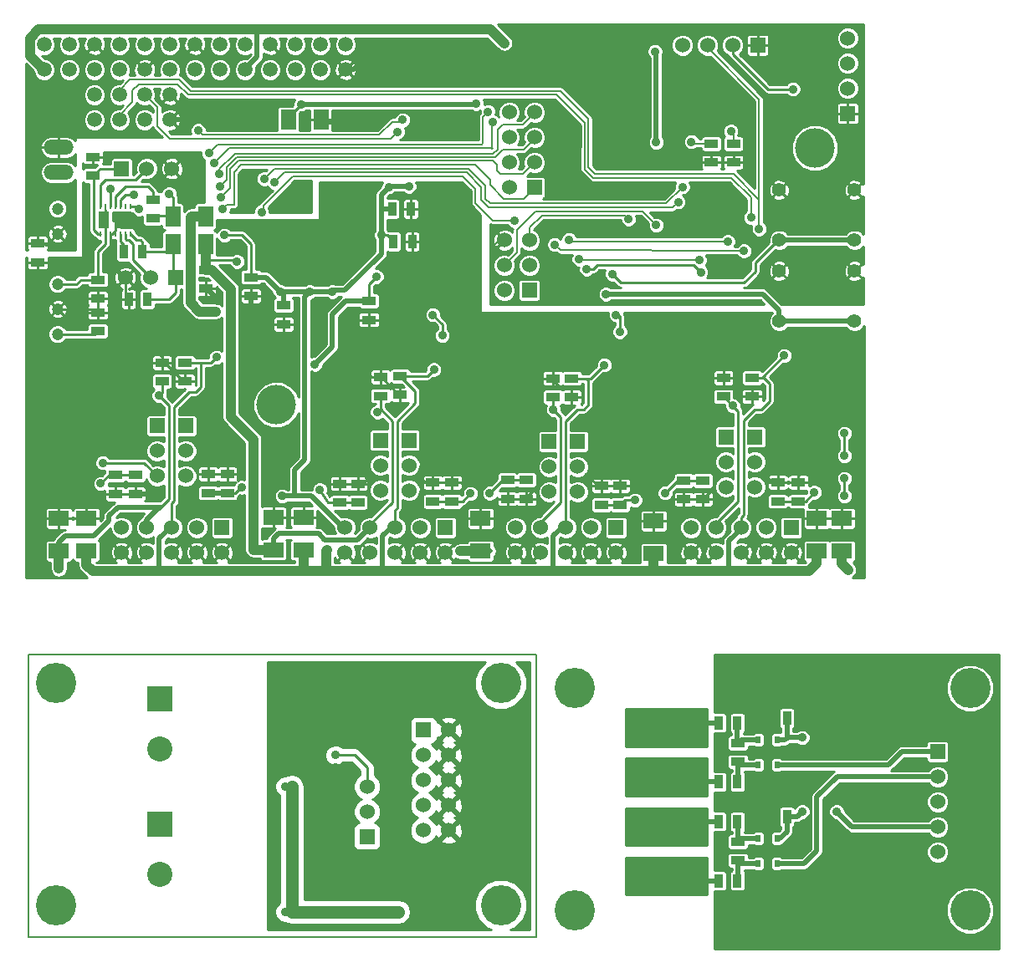
<source format=gbl>
G04 This is an RS-274x file exported by *
G04 gerbv version 2.6.0 *
G04 More information is available about gerbv at *
G04 http://gerbv.gpleda.org/ *
G04 --End of header info--*
%MOIN*%
%FSLAX34Y34*%
%IPPOS*%
G04 --Define apertures--*
%ADD10C,0.0000*%
%ADD11C,0.0550*%
%ADD12R,0.0800X0.0600*%
%ADD13R,0.0600X0.0800*%
%ADD14R,0.0550X0.0350*%
%ADD15R,0.0350X0.0550*%
%ADD16O,0.1187X0.0593*%
%ADD17R,0.0600X0.0600*%
%ADD18C,0.0600*%
%ADD19C,0.0472*%
%ADD20R,0.0098X0.0217*%
%ADD21R,0.0098X0.0492*%
%ADD22R,0.0701X0.0650*%
%ADD23R,0.0421X0.0650*%
%ADD24C,0.0591*%
%ADD25C,0.1575*%
%ADD26C,0.0350*%
%ADD27C,0.0100*%
%ADD28C,0.0063*%
%ADD29C,0.0200*%
%ADD30C,0.0394*%
%ADD31C,0.0087*%
%ADD32C,0.0060*%
%ADD33R,0.0200X0.0300*%
%ADD34R,0.1181X0.0787*%
%ADD35R,0.1000X0.1000*%
%ADD36C,0.1000*%
%ADD37C,0.1600*%
%ADD38C,0.0059*%
%ADD39C,0.0500*%
G04 --Start main section--*
G54D11*
G01X0070000Y-051075D03*
G01X0070000Y-053075D03*
G01X0067000Y-051075D03*
G01X0067000Y-053075D03*
G01X0070000Y-047850D03*
G01X0070000Y-049850D03*
G01X0067000Y-047850D03*
G01X0067000Y-049850D03*
G54D12*
G01X0039400Y-060950D03*
G01X0039400Y-062250D03*
G01X0038300Y-062250D03*
G01X0038300Y-060950D03*
G01X0068500Y-060950D03*
G01X0068500Y-062250D03*
G01X0069500Y-062250D03*
G01X0069500Y-060950D03*
G01X0062000Y-061050D03*
G01X0062000Y-062350D03*
G01X0055100Y-062250D03*
G01X0055100Y-060950D03*
G01X0046850Y-062200D03*
G01X0046850Y-060900D03*
G01X0048050Y-060900D03*
G01X0048050Y-062200D03*
G54D13*
G01X0044150Y-050000D03*
G01X0042850Y-050000D03*
G01X0044150Y-048900D03*
G01X0042850Y-048900D03*
G01X0047450Y-045050D03*
G01X0048750Y-045050D03*
G54D14*
G01X0051899Y-056017D03*
G01X0051899Y-055267D03*
G01X0051112Y-055307D03*
G01X0051112Y-056057D03*
G01X0053198Y-060269D03*
G01X0053198Y-059519D03*
G01X0049498Y-060309D03*
G01X0049498Y-059559D03*
G01X0050206Y-059559D03*
G01X0050206Y-060309D03*
G01X0053946Y-059519D03*
G01X0053946Y-060269D03*
G01X0056922Y-059412D03*
G01X0056922Y-060162D03*
G01X0067769Y-059512D03*
G01X0067769Y-060262D03*
G01X0066942Y-060262D03*
G01X0066942Y-059512D03*
G01X0058733Y-056107D03*
G01X0058733Y-055357D03*
G01X0057985Y-055357D03*
G01X0057985Y-056107D03*
G01X0056174Y-060162D03*
G01X0056174Y-059412D03*
G01X0059914Y-060398D03*
G01X0059914Y-059648D03*
G01X0060662Y-059648D03*
G01X0060662Y-060398D03*
G01X0050650Y-052275D03*
G01X0050650Y-053025D03*
G01X0063950Y-059433D03*
G01X0063950Y-060183D03*
G01X0042050Y-048225D03*
G01X0042050Y-048975D03*
G54D15*
G01X0040875Y-050300D03*
G01X0041625Y-050300D03*
G54D14*
G01X0064777Y-055339D03*
G01X0064777Y-056089D03*
G01X0065175Y-046750D03*
G01X0065175Y-046000D03*
G01X0064300Y-046750D03*
G01X0064300Y-046000D03*
G01X0065918Y-056089D03*
G01X0065918Y-055339D03*
G01X0044150Y-051025D03*
G01X0044150Y-051775D03*
G01X0045950Y-051325D03*
G01X0045950Y-052075D03*
G54D15*
G01X0051625Y-049900D03*
G01X0052375Y-049900D03*
G01X0051575Y-048600D03*
G01X0052325Y-048600D03*
G54D14*
G01X0047250Y-052450D03*
G01X0047250Y-053200D03*
G01X0063202Y-060183D03*
G01X0063202Y-059433D03*
G01X0043314Y-055481D03*
G01X0043314Y-054731D03*
G01X0042409Y-054731D03*
G01X0042409Y-055481D03*
G01X0041346Y-059219D03*
G01X0041346Y-059969D03*
G01X0040559Y-059969D03*
G01X0040559Y-059219D03*
G01X0039850Y-052725D03*
G01X0039850Y-053475D03*
G01X0045007Y-059180D03*
G01X0045007Y-059930D03*
G01X0039850Y-052175D03*
G01X0039850Y-051425D03*
G54D15*
G01X0041825Y-052200D03*
G01X0041075Y-052200D03*
G54D14*
G01X0039650Y-047275D03*
G01X0039650Y-046525D03*
G01X0044259Y-059930D03*
G01X0044259Y-059180D03*
G54D16*
G01X0038300Y-047150D03*
G01X0038300Y-046150D03*
G54D17*
G01X0067485Y-061311D03*
G54D18*
G01X0067485Y-062311D03*
G01X0066485Y-061311D03*
G01X0066485Y-062311D03*
G01X0065485Y-061311D03*
G01X0065485Y-062311D03*
G01X0064485Y-061311D03*
G01X0064485Y-062311D03*
G01X0063485Y-061311D03*
G01X0063485Y-062311D03*
G54D17*
G01X0053702Y-061311D03*
G54D18*
G01X0053702Y-062311D03*
G01X0052702Y-061311D03*
G01X0052702Y-062311D03*
G01X0051702Y-061311D03*
G01X0051702Y-062311D03*
G01X0050702Y-061311D03*
G01X0050702Y-062311D03*
G01X0049702Y-061311D03*
G01X0049702Y-062311D03*
G54D17*
G01X0060496Y-061311D03*
G54D18*
G01X0060496Y-062311D03*
G01X0059496Y-061311D03*
G01X0059496Y-062311D03*
G01X0058496Y-061311D03*
G01X0058496Y-062311D03*
G01X0057496Y-061311D03*
G01X0057496Y-062311D03*
G01X0056496Y-061311D03*
G01X0056496Y-062311D03*
G54D17*
G01X0044800Y-061311D03*
G54D18*
G01X0044800Y-062311D03*
G01X0043800Y-061311D03*
G01X0043800Y-062311D03*
G01X0042800Y-061311D03*
G01X0042800Y-062311D03*
G01X0041800Y-061311D03*
G01X0041800Y-062311D03*
G01X0040800Y-061311D03*
G01X0040800Y-062311D03*
G54D17*
G01X0057250Y-047750D03*
G54D18*
G01X0056250Y-047750D03*
G01X0057250Y-046750D03*
G01X0056250Y-046750D03*
G01X0057250Y-045750D03*
G01X0056250Y-045750D03*
G01X0057250Y-044750D03*
G01X0056250Y-044750D03*
G54D17*
G01X0040800Y-047000D03*
G54D18*
G01X0041800Y-047000D03*
G01X0042800Y-047000D03*
G54D17*
G01X0066025Y-057700D03*
G54D18*
G01X0066025Y-058700D03*
G01X0066025Y-059700D03*
G54D17*
G01X0064875Y-057700D03*
G54D18*
G01X0064875Y-058700D03*
G01X0064875Y-059700D03*
G54D17*
G01X0042950Y-051350D03*
G54D18*
G01X0041950Y-051350D03*
G01X0040950Y-051350D03*
G54D17*
G01X0042212Y-057256D03*
G54D18*
G01X0042212Y-058256D03*
G01X0042212Y-059256D03*
G54D17*
G01X0043354Y-057256D03*
G54D18*
G01X0043354Y-058256D03*
G01X0043354Y-059256D03*
G54D17*
G01X0051112Y-057831D03*
G54D18*
G01X0051112Y-058831D03*
G01X0051112Y-059831D03*
G54D17*
G01X0052253Y-057831D03*
G54D18*
G01X0052253Y-058831D03*
G01X0052253Y-059831D03*
G54D17*
G01X0057827Y-057881D03*
G54D18*
G01X0057827Y-058881D03*
G01X0057827Y-059881D03*
G54D17*
G01X0058969Y-057881D03*
G54D18*
G01X0058969Y-058881D03*
G01X0058969Y-059881D03*
G54D19*
G01X0038250Y-048600D03*
G01X0038250Y-049600D03*
G01X0038250Y-051600D03*
G01X0038250Y-052600D03*
G01X0038250Y-053600D03*
G54D17*
G01X0057050Y-051850D03*
G54D18*
G01X0056050Y-051850D03*
G01X0057050Y-050850D03*
G01X0056050Y-050850D03*
G01X0057050Y-049850D03*
G01X0056050Y-049850D03*
G54D20*
G01X0041141Y-049601D03*
G01X0040944Y-049601D03*
G01X0040747Y-049601D03*
G54D21*
G01X0040550Y-049463D03*
G54D20*
G01X0040353Y-049601D03*
G01X0040156Y-049601D03*
G01X0039959Y-049601D03*
G01X0039959Y-048499D03*
G54D21*
G01X0040156Y-048637D03*
G54D20*
G01X0040353Y-048499D03*
G01X0040550Y-048499D03*
G01X0040747Y-048499D03*
G01X0040944Y-048499D03*
G01X0041141Y-048499D03*
G54D22*
G01X0040855Y-049050D03*
G54D23*
G01X0040099Y-049050D03*
G54D14*
G01X0037450Y-049975D03*
G01X0037450Y-050725D03*
G54D17*
G01X0066150Y-042075D03*
G54D18*
G01X0065150Y-042075D03*
G01X0064150Y-042075D03*
G01X0063150Y-042075D03*
G54D17*
G01X0069725Y-044800D03*
G54D18*
G01X0069725Y-043800D03*
G01X0069725Y-042800D03*
G01X0069725Y-041800D03*
G54D24*
G01X0037716Y-043047D03*
G01X0037716Y-042047D03*
G01X0038716Y-043047D03*
G01X0038716Y-042047D03*
G01X0039716Y-043047D03*
G01X0039716Y-042047D03*
G01X0040716Y-043047D03*
G01X0040716Y-042047D03*
G01X0041716Y-043047D03*
G01X0041716Y-042047D03*
G01X0042716Y-043047D03*
G01X0042716Y-042047D03*
G01X0043716Y-043047D03*
G01X0043716Y-042047D03*
G01X0044716Y-043047D03*
G01X0044716Y-042047D03*
G01X0045716Y-043047D03*
G01X0045716Y-042047D03*
G01X0046716Y-043047D03*
G01X0046716Y-042047D03*
G01X0047716Y-043047D03*
G01X0047716Y-042047D03*
G01X0048716Y-043047D03*
G01X0048716Y-042047D03*
G01X0049716Y-043047D03*
G01X0049716Y-042047D03*
G01X0039716Y-044047D03*
G01X0039716Y-045047D03*
G01X0040716Y-044047D03*
G01X0040716Y-045047D03*
G01X0041716Y-044047D03*
G01X0041716Y-045047D03*
G01X0042716Y-044047D03*
G01X0042716Y-045047D03*
G54D25*
G01X0046968Y-056417D03*
G01X0068425Y-046181D03*
G54D26*
G01X0069600Y-057550D03*
G01X0069600Y-058450D03*
G01X0069600Y-059350D03*
G01X0069600Y-060050D03*
G01X0062975Y-048325D03*
G01X0046900Y-047550D03*
G01X0044700Y-047200D03*
G01X0044725Y-047700D03*
G01X0044750Y-048150D03*
G01X0062100Y-049250D03*
G01X0044825Y-048600D03*
G01X0051800Y-045525D03*
G01X0060350Y-051200D03*
G01X0046375Y-048725D03*
G01X0056450Y-049075D03*
G01X0065600Y-050275D03*
G01X0058050Y-050025D03*
G01X0063150Y-047725D03*
G01X0046475Y-047400D03*
G01X0052000Y-045050D03*
G01X0043850Y-045475D03*
G01X0059025Y-050600D03*
G01X0063825Y-050650D03*
G01X0061000Y-049000D03*
G01X0067550Y-043825D03*
G01X0065875Y-048950D03*
G01X0066200Y-049400D03*
G01X0055600Y-045150D03*
G01X0044500Y-046775D03*
G01X0058625Y-049825D03*
G01X0064950Y-049900D03*
G01X0063875Y-051125D03*
G01X0059325Y-051000D03*
G01X0053200Y-052825D03*
G01X0053575Y-053650D03*
G01X0060650Y-053500D03*
G01X0060500Y-052825D03*
G01X0055400Y-044725D03*
G01X0044275Y-046375D03*
G01X0040350Y-047800D03*
G01X0041300Y-048050D03*
G01X0061850Y-058850D03*
G01X0061850Y-059600D03*
G01X0061900Y-060250D03*
G01X0055850Y-060750D03*
G01X0060850Y-054400D03*
G01X0061750Y-054400D03*
G01X0062500Y-054400D03*
G01X0053950Y-054300D03*
G01X0054700Y-054250D03*
G01X0055600Y-054250D03*
G01X0038200Y-050750D03*
G01X0038800Y-050750D03*
G01X0039650Y-050000D03*
G01X0037450Y-052000D03*
G01X0037450Y-051300D03*
G01X0038350Y-057400D03*
G01X0038350Y-058000D03*
G01X0038350Y-058550D03*
G01X0038350Y-059200D03*
G01X0038300Y-059900D03*
G01X0039750Y-060150D03*
G01X0053650Y-051700D03*
G01X0053650Y-050800D03*
G01X0053650Y-050000D03*
G01X0053650Y-049250D03*
G01X0041750Y-049500D03*
G01X0042150Y-049750D03*
G01X0048550Y-054050D03*
G01X0046600Y-058900D03*
G01X0046600Y-059600D03*
G01X0048800Y-061100D03*
G01X0041700Y-058050D03*
G01X0042200Y-060050D03*
G01X0043800Y-058750D03*
G01X0044650Y-052250D03*
G01X0044500Y-053600D03*
G01X0048600Y-052750D03*
G01X0046050Y-052750D03*
G01X0052600Y-048000D03*
G01X0053050Y-047800D03*
G01X0048950Y-048050D03*
G01X0048950Y-048650D03*
G01X0048950Y-049250D03*
G01X0048350Y-049250D03*
G01X0047750Y-049250D03*
G01X0047200Y-049250D03*
G01X0046650Y-049250D03*
G01X0063300Y-054450D03*
G01X0064540Y-059218D03*
G01X0066391Y-059178D03*
G01X0056449Y-054236D03*
G01X0059402Y-059275D03*
G01X0057473Y-059393D03*
G01X0049931Y-054501D03*
G01X0050639Y-059304D03*
G01X0052687Y-059304D03*
G01X0040834Y-054043D03*
G01X0049200Y-051900D03*
G01X0048300Y-051900D03*
G01X0044900Y-049650D03*
G01X0047125Y-051900D03*
G01X0047200Y-060050D03*
G01X0052250Y-047700D03*
G01X0051150Y-049650D03*
G01X0051450Y-047725D03*
G01X0062100Y-045950D03*
G01X0062050Y-042325D03*
G01X0054925Y-044400D03*
G01X0047950Y-044425D03*
G01X0038100Y-043900D03*
G01X0038100Y-044650D03*
G01X0038100Y-045300D03*
G01X0062650Y-043600D03*
G01X0062800Y-043150D03*
G01X0058700Y-042150D03*
G01X0058250Y-042550D03*
G01X0062850Y-049400D03*
G01X0062200Y-047850D03*
G01X0038750Y-050050D03*
G01X0037450Y-048150D03*
G01X0037450Y-048800D03*
G01X0037450Y-049400D03*
G01X0050000Y-045000D03*
G01X0050600Y-045000D03*
G01X0054800Y-045550D03*
G01X0054800Y-045000D03*
G01X0050950Y-043550D03*
G01X0050600Y-043200D03*
G01X0055700Y-051350D03*
G01X0058850Y-052000D03*
G01X0057800Y-051300D03*
G01X0057800Y-052000D03*
G01X0062950Y-045600D03*
G01X0062800Y-046000D03*
G01X0051750Y-042600D03*
G01X0051050Y-042050D03*
G01X0044150Y-044900D03*
G01X0043500Y-044900D03*
G01X0046400Y-048100D03*
G01X0047200Y-048550D03*
G01X0047700Y-048550D03*
G01X0048100Y-048200D03*
G01X0048100Y-047650D03*
G01X0059150Y-043300D03*
G01X0045400Y-050700D03*
G01X0054300Y-062250D03*
G01X0046050Y-062200D03*
G01X0069750Y-063000D03*
G01X0038300Y-062950D03*
G01X0058000Y-056600D03*
G01X0065150Y-056450D03*
G01X0050994Y-056705D03*
G01X0042291Y-056051D03*
G01X0048500Y-054800D03*
G01X0050950Y-051300D03*
G01X0044550Y-052700D03*
G01X0049000Y-062200D03*
G01X0067200Y-054450D03*
G01X0060032Y-054826D03*
G01X0053238Y-055012D03*
G01X0044574Y-054516D03*
G01X0042700Y-048000D03*
G01X0054700Y-059950D03*
G01X0056050Y-042000D03*
G01X0048700Y-059800D03*
G01X0061252Y-060220D03*
G01X0055465Y-059944D03*
G01X0068400Y-059900D03*
G01X0062454Y-059926D03*
G01X0060100Y-052000D03*
G01X0063500Y-045925D03*
G01X0065075Y-045500D03*
G01X0039968Y-059555D03*
G01X0045600Y-059700D03*
G01X0040047Y-058728D03*
G01X0041500Y-048600D03*
G54D27*
G01X0069600Y-058450D02*
G01X0069600Y-057550D01*
G01X0069600Y-060050D02*
G01X0069600Y-059350D01*
G54D28*
G01X0062750Y-048550D02*
G01X0062975Y-048325D01*
G01X0055425Y-048550D02*
G01X0062750Y-048550D01*
G01X0055125Y-048250D02*
G01X0055425Y-048550D01*
G01X0055125Y-047725D02*
G01X0055125Y-048250D01*
G01X0054550Y-047150D02*
G01X0055125Y-047725D01*
G01X0047300Y-047150D02*
G01X0054550Y-047150D01*
G01X0046900Y-047550D02*
G01X0047300Y-047150D01*
G01X0045275Y-046400D02*
G01X0045275Y-046425D01*
G01X0057250Y-044775D02*
G01X0056775Y-045250D01*
G01X0056775Y-045250D02*
G01X0055975Y-045250D01*
G01X0055975Y-045250D02*
G01X0055775Y-045450D01*
G01X0055775Y-045450D02*
G01X0055775Y-046225D01*
G01X0055775Y-046225D02*
G01X0055600Y-046400D01*
G01X0055600Y-046400D02*
G01X0045275Y-046400D01*
G01X0057250Y-044750D02*
G01X0057250Y-044775D01*
G01X0044700Y-047000D02*
G01X0044700Y-047200D01*
G01X0045275Y-046425D02*
G01X0044700Y-047000D01*
G01X0045450Y-046550D02*
G01X0045375Y-046550D01*
G01X0045100Y-046825D02*
G01X0044991Y-046933D01*
G01X0044991Y-046933D02*
G01X0044991Y-047433D01*
G01X0044991Y-047433D02*
G01X0044725Y-047700D01*
G01X0055675Y-046550D02*
G01X0045450Y-046550D01*
G01X0057250Y-045800D02*
G01X0056825Y-046225D01*
G01X0056825Y-046225D02*
G01X0056000Y-046225D01*
G01X0056000Y-046225D02*
G01X0055675Y-046550D01*
G01X0057250Y-045800D02*
G01X0057250Y-045750D01*
G01X0045375Y-046550D02*
G01X0045100Y-046825D01*
G01X0045125Y-047000D02*
G01X0045441Y-046683D01*
G01X0045125Y-047000D02*
G01X0045125Y-047775D01*
G01X0045125Y-047775D02*
G01X0044750Y-048150D01*
G01X0055750Y-047075D02*
G01X0055875Y-047200D01*
G01X0055750Y-046850D02*
G01X0055750Y-047075D01*
G01X0055583Y-046683D02*
G01X0055750Y-046850D01*
G01X0055483Y-046683D02*
G01X0055583Y-046683D01*
G01X0045441Y-046683D02*
G01X0055483Y-046683D01*
G01X0056800Y-047200D02*
G01X0055875Y-047200D01*
G01X0056800Y-047200D02*
G01X0057250Y-046750D01*
G01X0061550Y-048700D02*
G01X0062100Y-049250D01*
G01X0061550Y-048700D02*
G01X0060500Y-048700D01*
G01X0046050Y-046850D02*
G01X0045550Y-046850D01*
G01X0057250Y-047750D02*
G01X0057250Y-047775D01*
G01X0054900Y-046850D02*
G01X0046050Y-046850D01*
G01X0055475Y-047425D02*
G01X0054900Y-046850D01*
G01X0055475Y-047650D02*
G01X0055475Y-047425D01*
G01X0056025Y-048200D02*
G01X0055475Y-047650D01*
G01X0056825Y-048200D02*
G01X0056025Y-048200D01*
G01X0057250Y-047775D02*
G01X0056825Y-048200D01*
G01X0045550Y-046850D02*
G01X0045275Y-047125D01*
G01X0056050Y-050850D02*
G01X0056050Y-050825D01*
G01X0056050Y-050825D02*
G01X0056550Y-050325D01*
G01X0056550Y-050325D02*
G01X0056550Y-049433D01*
G01X0056550Y-049433D02*
G01X0057283Y-048700D01*
G01X0057283Y-048700D02*
G01X0060500Y-048700D01*
G01X0060500Y-048700D02*
G01X0060525Y-048700D01*
G01X0045275Y-048425D02*
G01X0045000Y-048425D01*
G01X0045275Y-047125D02*
G01X0045275Y-048425D01*
G01X0045275Y-047125D02*
G01X0045270Y-047110D01*
G01X0045000Y-048425D02*
G01X0044825Y-048600D01*
G01X0042225Y-044555D02*
G01X0041716Y-044047D01*
G01X0042225Y-045300D02*
G01X0042225Y-044555D01*
G01X0042725Y-045800D02*
G01X0042225Y-045300D01*
G01X0051525Y-045800D02*
G01X0042725Y-045800D01*
G01X0051800Y-045525D02*
G01X0051525Y-045800D01*
G54D29*
G01X0067000Y-049850D02*
G01X0070000Y-049850D01*
G54D27*
G01X0067000Y-049850D02*
G01X0066950Y-049850D01*
G01X0060700Y-051550D02*
G01X0060350Y-051200D01*
G01X0065600Y-051550D02*
G01X0060700Y-051550D01*
G01X0066050Y-051100D02*
G01X0065600Y-051550D01*
G01X0066050Y-050750D02*
G01X0066050Y-051100D01*
G01X0066950Y-049850D02*
G01X0066050Y-050750D01*
G54D28*
G01X0050925Y-047300D02*
G01X0054400Y-047300D01*
G01X0046375Y-048725D02*
G01X0046450Y-048650D01*
G01X0046450Y-048650D02*
G01X0046450Y-048475D01*
G01X0046450Y-048475D02*
G01X0047625Y-047300D01*
G01X0047625Y-047300D02*
G01X0050925Y-047300D01*
G01X0055600Y-049075D02*
G01X0056450Y-049075D01*
G01X0054900Y-048375D02*
G01X0055600Y-049075D01*
G01X0054900Y-047800D02*
G01X0054900Y-048375D01*
G01X0054400Y-047300D02*
G01X0054900Y-047800D01*
G01X0058275Y-050250D02*
G01X0065600Y-050275D01*
G01X0058050Y-050025D02*
G01X0058275Y-050250D01*
G01X0062500Y-048375D02*
G01X0063150Y-047725D01*
G01X0055475Y-048375D02*
G01X0062500Y-048375D01*
G01X0055300Y-048200D02*
G01X0055475Y-048375D01*
G01X0055300Y-047664D02*
G01X0055300Y-048200D01*
G01X0054635Y-047000D02*
G01X0055300Y-047664D01*
G01X0046875Y-047000D02*
G01X0054635Y-047000D01*
G01X0046475Y-047400D02*
G01X0046875Y-047000D01*
G01X0045100Y-045650D02*
G01X0044025Y-045650D01*
G01X0052000Y-045050D02*
G01X0051925Y-045125D01*
G01X0051925Y-045125D02*
G01X0051575Y-045125D01*
G01X0051575Y-045125D02*
G01X0051050Y-045650D01*
G01X0051050Y-045650D02*
G01X0045100Y-045650D01*
G01X0044025Y-045650D02*
G01X0043850Y-045475D01*
G01X0059025Y-050600D02*
G01X0059075Y-050650D01*
G01X0059075Y-050650D02*
G01X0063825Y-050650D01*
G01X0060862Y-048862D02*
G01X0057537Y-048862D01*
G01X0061000Y-049000D02*
G01X0060862Y-048862D01*
G01X0057050Y-049350D02*
G01X0057050Y-049850D01*
G01X0057550Y-048850D02*
G01X0057537Y-048862D01*
G01X0057537Y-048862D02*
G01X0057050Y-049350D01*
G54D27*
G01X0065150Y-042075D02*
G01X0065150Y-042425D01*
G01X0066550Y-043825D02*
G01X0067550Y-043825D01*
G01X0065150Y-042425D02*
G01X0066550Y-043825D01*
G54D28*
G01X0058112Y-044037D02*
G01X0059262Y-045187D01*
G01X0041475Y-043633D02*
G01X0043033Y-043633D01*
G01X0040716Y-044858D02*
G01X0041225Y-044350D01*
G01X0041225Y-044350D02*
G01X0041225Y-043883D01*
G01X0041225Y-043883D02*
G01X0041475Y-043633D01*
G01X0040716Y-045047D02*
G01X0040716Y-044858D01*
G01X0043450Y-044050D02*
G01X0058125Y-044050D01*
G01X0043033Y-043633D02*
G01X0043450Y-044050D01*
G01X0065875Y-048150D02*
G01X0065875Y-048950D01*
G01X0065100Y-047375D02*
G01X0065875Y-048150D01*
G01X0059600Y-047375D02*
G01X0065100Y-047375D01*
G01X0059250Y-047025D02*
G01X0059600Y-047375D01*
G01X0059262Y-045187D02*
G01X0059250Y-047025D01*
G01X0064150Y-042075D02*
G01X0064150Y-042175D01*
G01X0066200Y-044225D02*
G01X0066200Y-048275D01*
G01X0064150Y-042175D02*
G01X0066200Y-044225D01*
G01X0041125Y-043450D02*
G01X0043100Y-043450D01*
G01X0040716Y-044047D02*
G01X0040716Y-043858D01*
G01X0040716Y-043858D02*
G01X0041125Y-043450D01*
G01X0058300Y-043900D02*
G01X0059400Y-045000D01*
G01X0043550Y-043900D02*
G01X0058300Y-043900D01*
G01X0043100Y-043450D02*
G01X0043550Y-043900D01*
G01X0066200Y-048225D02*
G01X0066200Y-048275D01*
G01X0066200Y-048275D02*
G01X0066200Y-049400D01*
G01X0065175Y-047200D02*
G01X0066200Y-048225D01*
G01X0059650Y-047200D02*
G01X0065175Y-047200D01*
G01X0059400Y-046950D02*
G01X0059650Y-047200D01*
G01X0059400Y-045000D02*
G01X0059400Y-046950D01*
G01X0055550Y-045200D02*
G01X0055600Y-045150D01*
G01X0055550Y-046200D02*
G01X0055550Y-045200D01*
G01X0055575Y-046175D02*
G01X0055550Y-046200D01*
G01X0045100Y-046175D02*
G01X0055575Y-046175D01*
G01X0044500Y-046775D02*
G01X0045100Y-046175D01*
G01X0064825Y-049900D02*
G01X0064950Y-049900D01*
G01X0058625Y-049825D02*
G01X0058700Y-049900D01*
G01X0058700Y-049900D02*
G01X0064825Y-049900D01*
G54D27*
G01X0059325Y-051000D02*
G01X0059600Y-051000D01*
G01X0063600Y-050850D02*
G01X0063875Y-051125D01*
G01X0059750Y-050850D02*
G01X0063600Y-050850D01*
G01X0059600Y-051000D02*
G01X0059750Y-050850D01*
G01X0053575Y-053200D02*
G01X0053575Y-053650D01*
G01X0053200Y-052825D02*
G01X0053575Y-053200D01*
G01X0060650Y-052875D02*
G01X0060650Y-053500D01*
G01X0060500Y-052825D02*
G01X0060650Y-052975D01*
G54D28*
G01X0055200Y-044925D02*
G01X0055400Y-044725D01*
G01X0055200Y-045975D02*
G01X0055200Y-044925D01*
G01X0055150Y-046025D02*
G01X0055200Y-045975D01*
G01X0044625Y-046025D02*
G01X0055150Y-046025D01*
G01X0044275Y-046375D02*
G01X0044625Y-046025D01*
G54D27*
G01X0040353Y-048499D02*
G01X0040353Y-047803D01*
G01X0040353Y-047803D02*
G01X0040350Y-047800D01*
G01X0040747Y-048499D02*
G01X0040747Y-048253D01*
G01X0040950Y-048050D02*
G01X0041300Y-048050D01*
G01X0040747Y-048253D02*
G01X0040950Y-048050D01*
G01X0062000Y-061050D02*
G01X0062000Y-060350D01*
G01X0061850Y-059600D02*
G01X0061850Y-058850D01*
G01X0062000Y-060350D02*
G01X0061900Y-060250D01*
G01X0055100Y-060950D02*
G01X0055650Y-060950D01*
G01X0055650Y-060950D02*
G01X0055850Y-060750D01*
G01X0063300Y-054450D02*
G01X0062550Y-054450D01*
G01X0061750Y-054400D02*
G01X0060850Y-054400D01*
G01X0062550Y-054450D02*
G01X0062500Y-054400D01*
G01X0055600Y-054250D02*
G01X0054700Y-054250D01*
G01X0038800Y-050750D02*
G01X0039450Y-050750D01*
G01X0037450Y-050725D02*
G01X0038175Y-050725D01*
G01X0038175Y-050725D02*
G01X0038200Y-050750D01*
G01X0039650Y-050550D02*
G01X0039650Y-050000D01*
G01X0039450Y-050750D02*
G01X0039650Y-050550D01*
G01X0037450Y-050725D02*
G01X0037450Y-051300D01*
G01X0037450Y-052000D02*
G01X0037450Y-052650D01*
G01X0038300Y-060950D02*
G01X0038300Y-059900D01*
G01X0038350Y-058000D02*
G01X0038350Y-057400D01*
G01X0038350Y-059200D02*
G01X0038350Y-058550D01*
G01X0040559Y-059969D02*
G01X0039930Y-059969D01*
G01X0039930Y-059969D02*
G01X0039750Y-060150D01*
G01X0052375Y-049900D02*
G01X0053000Y-049900D01*
G01X0053650Y-050000D02*
G01X0053650Y-050800D01*
G01X0053000Y-049900D02*
G01X0053650Y-049250D01*
G01X0041200Y-049050D02*
G01X0041750Y-049600D01*
G01X0041750Y-049600D02*
G01X0041750Y-049500D01*
G01X0040855Y-049050D02*
G01X0041200Y-049050D01*
G01X0040550Y-049463D02*
G01X0040550Y-049355D01*
G01X0040550Y-049355D02*
G01X0040855Y-049050D01*
G01X0040353Y-049601D02*
G01X0040412Y-049601D01*
G01X0040412Y-049601D02*
G01X0040550Y-049463D01*
G54D28*
G01X0046850Y-060900D02*
G01X0046850Y-060500D01*
G01X0046600Y-060250D02*
G01X0046600Y-059600D01*
G01X0046850Y-060500D02*
G01X0046600Y-060250D01*
G01X0048050Y-060900D02*
G01X0048600Y-060900D01*
G01X0048600Y-060900D02*
G01X0048800Y-061100D01*
G54D29*
G01X0041346Y-059969D02*
G01X0042119Y-059969D01*
G01X0042119Y-059969D02*
G01X0042200Y-060050D01*
G01X0044150Y-051775D02*
G01X0044175Y-051775D01*
G01X0044175Y-051775D02*
G01X0044650Y-052250D01*
G01X0045950Y-052075D02*
G01X0045950Y-052650D01*
G01X0045950Y-052650D02*
G01X0046050Y-052750D01*
G54D27*
G01X0052850Y-048000D02*
G01X0052600Y-048000D01*
G01X0053050Y-047800D02*
G01X0052850Y-048000D01*
G54D28*
G01X0049400Y-047600D02*
G01X0049800Y-047600D01*
G01X0048950Y-048050D02*
G01X0049400Y-047600D01*
G01X0048950Y-049250D02*
G01X0048950Y-048650D01*
G01X0047750Y-049250D02*
G01X0048350Y-049250D01*
G01X0046650Y-049250D02*
G01X0047200Y-049250D01*
G54D27*
G01X0057985Y-055357D02*
G01X0057985Y-055435D01*
G01X0058733Y-055808D02*
G01X0058733Y-056107D01*
G01X0058650Y-055725D02*
G01X0058733Y-055808D01*
G01X0058275Y-055725D02*
G01X0058650Y-055725D01*
G01X0057985Y-055435D02*
G01X0058275Y-055725D01*
G01X0040950Y-051350D02*
G01X0040950Y-052075D01*
G01X0040950Y-052075D02*
G01X0041075Y-052200D01*
G01X0040950Y-051350D02*
G01X0040850Y-051350D01*
G01X0040353Y-050853D02*
G01X0040353Y-049601D01*
G01X0040850Y-051350D02*
G01X0040353Y-050853D01*
G01X0064777Y-055339D02*
G01X0064189Y-055339D01*
G01X0064189Y-055339D02*
G01X0063300Y-054450D01*
G01X0066942Y-059512D02*
G01X0067769Y-059512D01*
G01X0063950Y-060183D02*
G01X0063202Y-060183D01*
G01X0064383Y-059750D02*
G01X0063950Y-060183D01*
G01X0064383Y-059375D02*
G01X0064383Y-059750D01*
G01X0064540Y-059218D02*
G01X0064383Y-059375D01*
G01X0066942Y-059512D02*
G01X0066725Y-059512D01*
G01X0066725Y-059512D02*
G01X0066391Y-059178D01*
G01X0057985Y-055357D02*
G01X0057570Y-055357D01*
G01X0057570Y-055357D02*
G01X0056449Y-054236D01*
G01X0059914Y-059648D02*
G01X0060662Y-059648D01*
G01X0059914Y-059648D02*
G01X0059775Y-059648D01*
G01X0059775Y-059648D02*
G01X0059402Y-059275D01*
G01X0056922Y-060162D02*
G01X0056922Y-060102D01*
G01X0057473Y-059551D02*
G01X0057473Y-059393D01*
G01X0056922Y-060102D02*
G01X0057473Y-059551D01*
G01X0056292Y-060162D02*
G01X0057040Y-060162D01*
G01X0051899Y-056017D02*
G01X0051841Y-056017D01*
G01X0051130Y-055307D02*
G01X0051112Y-055307D01*
G01X0051841Y-056017D02*
G01X0051130Y-055307D01*
G01X0051112Y-055307D02*
G01X0050737Y-055307D01*
G01X0050737Y-055307D02*
G01X0049931Y-054501D01*
G01X0050206Y-059559D02*
G01X0050384Y-059559D01*
G01X0050384Y-059559D02*
G01X0050639Y-059304D01*
G01X0049498Y-059559D02*
G01X0050206Y-059559D01*
G01X0050384Y-059559D02*
G01X0050639Y-059304D01*
G01X0053198Y-059519D02*
G01X0052902Y-059519D01*
G01X0052902Y-059519D02*
G01X0052687Y-059304D01*
G01X0053946Y-059519D02*
G01X0053198Y-059519D01*
G01X0042409Y-054731D02*
G01X0042409Y-054516D01*
G01X0041937Y-054043D02*
G01X0040834Y-054043D01*
G01X0042409Y-054516D02*
G01X0041937Y-054043D01*
G01X0042409Y-054731D02*
G01X0042506Y-054731D01*
G01X0043256Y-055481D02*
G01X0043314Y-055481D01*
G01X0042506Y-054731D02*
G01X0043256Y-055481D01*
G01X0039850Y-052175D02*
G01X0039850Y-052725D01*
G01X0038250Y-052600D02*
G01X0039725Y-052600D01*
G01X0039725Y-052600D02*
G01X0039850Y-052725D01*
G01X0051150Y-049650D02*
G01X0051375Y-049650D01*
G01X0051375Y-049650D02*
G01X0051625Y-049900D01*
G54D29*
G01X0051575Y-048600D02*
G01X0051150Y-048600D01*
G01X0051150Y-048600D02*
G01X0051200Y-048600D01*
G01X0051200Y-048600D02*
G01X0051150Y-048600D01*
G01X0048100Y-058600D02*
G01X0048100Y-052100D01*
G01X0047700Y-059000D02*
G01X0048100Y-058600D01*
G01X0047700Y-060050D02*
G01X0047700Y-059000D01*
G01X0048100Y-052100D02*
G01X0048300Y-051900D01*
G01X0047250Y-052450D02*
G01X0047250Y-052025D01*
G01X0047250Y-052025D02*
G01X0047125Y-051900D01*
G01X0048300Y-051900D02*
G01X0049200Y-051900D01*
G01X0049702Y-061311D02*
G01X0049611Y-061311D01*
G01X0049611Y-061311D02*
G01X0048350Y-060050D01*
G01X0048350Y-060050D02*
G01X0047700Y-060050D01*
G01X0047700Y-060050D02*
G01X0047200Y-060050D01*
G01X0049300Y-051850D02*
G01X0049700Y-051850D01*
G01X0051150Y-050400D02*
G01X0051150Y-049650D01*
G01X0049700Y-051850D02*
G01X0051150Y-050400D01*
G01X0047125Y-051900D02*
G01X0048100Y-051900D01*
G01X0048250Y-051950D02*
G01X0048300Y-051900D01*
G01X0048100Y-051900D02*
G01X0048250Y-051950D01*
G01X0045950Y-051325D02*
G01X0046550Y-051325D01*
G01X0046550Y-051325D02*
G01X0047125Y-051900D01*
G54D27*
G01X0045950Y-050000D02*
G01X0045950Y-051325D01*
G01X0045600Y-049650D02*
G01X0045950Y-050000D01*
G01X0044900Y-049650D02*
G01X0045600Y-049650D01*
G01X0047250Y-052250D02*
G01X0047250Y-052025D01*
G01X0047250Y-052025D02*
G01X0047125Y-051900D01*
G01X0047125Y-051900D02*
G01X0047150Y-051900D01*
G01X0047150Y-051900D02*
G01X0047275Y-052025D01*
G54D29*
G01X0047250Y-060100D02*
G01X0047200Y-060050D01*
G01X0051850Y-047700D02*
G01X0051475Y-047700D01*
G01X0051850Y-047700D02*
G01X0052250Y-047700D01*
G01X0051475Y-047700D02*
G01X0051450Y-047725D01*
G01X0051150Y-049650D02*
G01X0051150Y-048600D01*
G01X0051150Y-048600D02*
G01X0051150Y-048025D01*
G01X0051150Y-048025D02*
G01X0051450Y-047725D01*
G54D28*
G01X0051450Y-047725D02*
G01X0051400Y-047775D01*
G54D29*
G01X0062050Y-042325D02*
G01X0062100Y-042375D01*
G01X0062100Y-042375D02*
G01X0062100Y-045950D01*
G01X0047950Y-044425D02*
G01X0054900Y-044425D01*
G01X0054900Y-044425D02*
G01X0054925Y-044400D01*
G54D27*
G01X0047450Y-045150D02*
G01X0047450Y-044925D01*
G01X0047450Y-044925D02*
G01X0047950Y-044425D01*
G01X0038100Y-045300D02*
G01X0038100Y-044650D01*
G01X0062650Y-043300D02*
G01X0062650Y-043600D01*
G01X0062800Y-043150D02*
G01X0062650Y-043300D01*
G01X0058650Y-042150D02*
G01X0058700Y-042150D01*
G01X0058250Y-042550D02*
G01X0058650Y-042150D01*
G01X0037450Y-049975D02*
G01X0037725Y-049975D01*
G01X0037800Y-050050D02*
G01X0038750Y-050050D01*
G01X0037725Y-049975D02*
G01X0037800Y-050050D01*
G01X0037450Y-049975D02*
G01X0037450Y-049400D01*
G01X0037450Y-048800D02*
G01X0037450Y-048150D01*
G54D28*
G01X0050600Y-045000D02*
G01X0051400Y-045000D01*
G54D29*
G01X0049850Y-045150D02*
G01X0050000Y-045000D01*
G01X0048750Y-045150D02*
G01X0049850Y-045150D01*
G54D28*
G01X0054550Y-044750D02*
G01X0054800Y-045000D01*
G01X0051650Y-044750D02*
G01X0054550Y-044750D01*
G01X0051400Y-045000D02*
G01X0051650Y-044750D01*
G01X0049716Y-043047D02*
G01X0050447Y-043047D01*
G01X0050447Y-043047D02*
G01X0050600Y-043200D01*
G01X0055850Y-049850D02*
G01X0055550Y-050150D01*
G01X0055550Y-050150D02*
G01X0055550Y-051200D01*
G01X0055550Y-051200D02*
G01X0055700Y-051350D01*
G01X0056050Y-049850D02*
G01X0055850Y-049850D01*
G54D27*
G01X0057800Y-052000D02*
G01X0057800Y-051300D01*
G01X0062950Y-045850D02*
G01X0062950Y-045600D01*
G01X0062800Y-046000D02*
G01X0062950Y-045850D01*
G54D29*
G01X0049716Y-043047D02*
G01X0050052Y-043047D01*
G01X0050052Y-043047D02*
G01X0051050Y-042050D01*
G01X0042716Y-045047D02*
G01X0043352Y-045047D01*
G01X0043352Y-045047D02*
G01X0043500Y-044900D01*
G54D28*
G01X0047700Y-048550D02*
G01X0047200Y-048550D01*
G01X0048100Y-047650D02*
G01X0048100Y-048200D01*
G54D29*
G01X0055100Y-062250D02*
G01X0055500Y-062250D01*
G01X0050702Y-061311D02*
G01X0050688Y-061311D01*
G01X0046850Y-061750D02*
G01X0046850Y-062200D01*
G01X0047050Y-061550D02*
G01X0046850Y-061750D01*
G01X0048650Y-061550D02*
G01X0047050Y-061550D01*
G01X0048900Y-061800D02*
G01X0048650Y-061550D01*
G01X0050200Y-061800D02*
G01X0048900Y-061800D01*
G01X0050688Y-061311D02*
G01X0050200Y-061800D01*
G01X0041800Y-061311D02*
G01X0041800Y-061000D01*
G01X0041800Y-061000D02*
G01X0042300Y-060500D01*
G01X0038300Y-062250D02*
G01X0038300Y-061900D01*
G01X0038300Y-061900D02*
G01X0038550Y-061650D01*
G01X0038550Y-061650D02*
G01X0039700Y-061650D01*
G01X0039700Y-061650D02*
G01X0040300Y-061050D01*
G01X0040300Y-061050D02*
G01X0040300Y-060850D01*
G01X0040300Y-060850D02*
G01X0040650Y-060500D01*
G01X0040650Y-060500D02*
G01X0042300Y-060500D01*
G01X0042300Y-060500D02*
G01X0042350Y-060500D01*
G54D27*
G01X0045350Y-050650D02*
G01X0044150Y-050650D01*
G01X0045400Y-050700D02*
G01X0045350Y-050650D01*
G54D30*
G01X0044150Y-050000D02*
G01X0044150Y-050650D01*
G01X0044150Y-050650D02*
G01X0044150Y-051025D01*
G01X0046050Y-062200D02*
G01X0046050Y-057800D01*
G01X0044375Y-051025D02*
G01X0044150Y-051025D01*
G01X0045150Y-051800D02*
G01X0044375Y-051025D01*
G01X0045150Y-056900D02*
G01X0045150Y-051800D01*
G01X0046050Y-057800D02*
G01X0045150Y-056900D01*
G01X0055100Y-062250D02*
G01X0054650Y-062250D01*
G01X0054650Y-062250D02*
G01X0054300Y-062250D01*
G01X0046850Y-062200D02*
G01X0046050Y-062200D01*
G01X0069500Y-062250D02*
G01X0069500Y-062750D01*
G01X0069500Y-062750D02*
G01X0069750Y-063000D01*
G01X0038300Y-062250D02*
G01X0038300Y-062950D01*
G54D27*
G01X0041800Y-061311D02*
G01X0041800Y-061050D01*
G01X0041800Y-061050D02*
G01X0042350Y-060500D01*
G01X0042675Y-056435D02*
G01X0042291Y-056051D01*
G01X0042350Y-060500D02*
G01X0042675Y-060175D01*
G01X0042675Y-060175D02*
G01X0042675Y-056435D01*
G01X0057998Y-056598D02*
G01X0057985Y-056598D01*
G01X0058000Y-056600D02*
G01X0057998Y-056598D01*
G01X0065150Y-056450D02*
G01X0065143Y-056456D01*
G01X0065143Y-056456D02*
G01X0065150Y-056450D01*
G01X0065150Y-056450D02*
G01X0065150Y-056462D01*
G01X0064485Y-061080D02*
G01X0064559Y-061080D01*
G01X0065369Y-056682D02*
G01X0065150Y-056462D01*
G01X0065150Y-056462D02*
G01X0064777Y-056089D01*
G01X0065369Y-060270D02*
G01X0065369Y-056682D01*
G01X0064559Y-061080D02*
G01X0065369Y-060270D01*
G01X0057985Y-056107D02*
G01X0057985Y-056598D01*
G01X0058296Y-060298D02*
G01X0057496Y-061098D01*
G01X0058296Y-056910D02*
G01X0058296Y-060298D01*
G01X0057985Y-056598D02*
G01X0058296Y-056910D01*
G01X0051112Y-056587D02*
G01X0050994Y-056705D01*
G01X0050702Y-061205D02*
G01X0050702Y-061170D01*
G01X0051112Y-056587D02*
G01X0051112Y-056057D01*
G01X0051581Y-057057D02*
G01X0051112Y-056587D01*
G01X0051581Y-060291D02*
G01X0051581Y-057057D01*
G01X0050702Y-061170D02*
G01X0051581Y-060291D01*
G01X0042409Y-055481D02*
G01X0042409Y-055933D01*
G01X0042409Y-055933D02*
G01X0042291Y-056051D01*
G54D29*
G01X0049725Y-052275D02*
G01X0049200Y-052800D01*
G01X0049200Y-052800D02*
G01X0049200Y-054100D01*
G01X0049200Y-054100D02*
G01X0048500Y-054800D01*
G01X0050650Y-052275D02*
G01X0049725Y-052275D01*
G54D30*
G01X0048050Y-062200D02*
G01X0048050Y-063050D01*
G54D29*
G01X0065000Y-063050D02*
G01X0065000Y-061850D01*
G01X0065485Y-061364D02*
G01X0065485Y-061311D01*
G01X0065000Y-061850D02*
G01X0065485Y-061364D01*
G01X0058496Y-061311D02*
G01X0058338Y-061311D01*
G01X0057950Y-062950D02*
G01X0057950Y-063050D01*
G01X0057950Y-063000D02*
G01X0057950Y-062950D01*
G01X0058000Y-063050D02*
G01X0057950Y-063000D01*
G01X0058000Y-061650D02*
G01X0058000Y-063050D01*
G01X0058338Y-061311D02*
G01X0058000Y-061650D01*
G01X0051702Y-061311D02*
G01X0051538Y-061311D01*
G01X0051200Y-061650D02*
G01X0051200Y-063050D01*
G01X0051538Y-061311D02*
G01X0051200Y-061650D01*
G01X0042800Y-061311D02*
G01X0042738Y-061311D01*
G01X0042300Y-061750D02*
G01X0042300Y-063050D01*
G01X0042738Y-061311D02*
G01X0042300Y-061750D01*
G54D27*
G01X0050650Y-051600D02*
G01X0050650Y-052275D01*
G01X0050950Y-051300D02*
G01X0050650Y-051600D01*
G54D30*
G01X0044150Y-048900D02*
G01X0043600Y-048900D01*
G01X0043600Y-048900D02*
G01X0043550Y-048950D01*
G01X0043550Y-048950D02*
G01X0043550Y-052350D01*
G01X0043550Y-052350D02*
G01X0043900Y-052700D01*
G01X0043900Y-052700D02*
G01X0044550Y-052700D01*
G01X0048950Y-062250D02*
G01X0048950Y-063050D01*
G01X0049000Y-062200D02*
G01X0048950Y-062250D01*
G01X0062000Y-062350D02*
G01X0062000Y-063050D01*
G01X0068500Y-062250D02*
G01X0068500Y-062750D01*
G01X0039400Y-062800D02*
G01X0039400Y-062250D01*
G01X0042300Y-063050D02*
G01X0039650Y-063050D01*
G01X0039650Y-063050D02*
G01X0039400Y-062800D01*
G01X0068200Y-063050D02*
G01X0065000Y-063050D01*
G01X0065000Y-063050D02*
G01X0062050Y-063050D01*
G01X0062050Y-063050D02*
G01X0057950Y-063050D01*
G01X0057950Y-063050D02*
G01X0051200Y-063050D01*
G01X0051200Y-063050D02*
G01X0048950Y-063050D01*
G01X0048950Y-063050D02*
G01X0048050Y-063050D01*
G01X0048050Y-063050D02*
G01X0042300Y-063050D01*
G01X0068500Y-062750D02*
G01X0068200Y-063050D01*
G54D27*
G01X0042800Y-061311D02*
G01X0042800Y-060350D01*
G01X0043950Y-055700D02*
G01X0043950Y-054731D01*
G01X0043750Y-055900D02*
G01X0043950Y-055700D01*
G01X0043500Y-055900D02*
G01X0043750Y-055900D01*
G01X0042900Y-056500D02*
G01X0043500Y-055900D01*
G01X0042900Y-060250D02*
G01X0042900Y-056500D01*
G01X0042800Y-060350D02*
G01X0042900Y-060250D01*
G01X0065918Y-055339D02*
G01X0066310Y-055339D01*
G01X0066310Y-055339D02*
G01X0067200Y-054450D01*
G01X0065485Y-061080D02*
G01X0065485Y-060894D01*
G01X0066379Y-055339D02*
G01X0065918Y-055339D01*
G01X0066610Y-055570D02*
G01X0066379Y-055339D01*
G01X0066610Y-056260D02*
G01X0066610Y-055570D01*
G01X0066280Y-056590D02*
G01X0066610Y-056260D01*
G01X0066020Y-056590D02*
G01X0066280Y-056590D01*
G01X0065570Y-057040D02*
G01X0066020Y-056590D01*
G01X0065570Y-060810D02*
G01X0065570Y-057040D01*
G01X0065485Y-060894D02*
G01X0065570Y-060810D01*
G01X0059441Y-055377D02*
G01X0059323Y-055377D01*
G01X0059323Y-055377D02*
G01X0059362Y-055417D01*
G01X0059481Y-055377D02*
G01X0059441Y-055377D01*
G01X0059441Y-055377D02*
G01X0059402Y-055377D01*
G01X0060032Y-054826D02*
G01X0059481Y-055377D01*
G01X0058496Y-061098D02*
G01X0058496Y-057070D01*
G01X0058496Y-057070D02*
G01X0058969Y-056598D01*
G01X0058969Y-056598D02*
G01X0059205Y-056598D01*
G01X0059205Y-056598D02*
G01X0059402Y-056401D01*
G01X0059402Y-056401D02*
G01X0059402Y-055456D01*
G01X0059402Y-055456D02*
G01X0059362Y-055417D01*
G01X0059302Y-055357D02*
G01X0058733Y-055357D01*
G01X0059362Y-055417D02*
G01X0059302Y-055357D01*
G01X0052983Y-055267D02*
G01X0051899Y-055267D01*
G01X0053238Y-055012D02*
G01X0052983Y-055267D01*
G01X0051702Y-061205D02*
G01X0051702Y-060603D01*
G01X0052490Y-055858D02*
G01X0051899Y-055267D01*
G01X0052490Y-056351D02*
G01X0052490Y-055858D01*
G01X0051781Y-057060D02*
G01X0052490Y-056351D01*
G01X0051781Y-060524D02*
G01X0051781Y-057060D01*
G01X0051702Y-060603D02*
G01X0051781Y-060524D01*
G01X0043314Y-054731D02*
G01X0043950Y-054731D01*
G01X0043950Y-054731D02*
G01X0044359Y-054731D01*
G01X0044359Y-054731D02*
G01X0044574Y-054516D01*
G01X0041750Y-047700D02*
G01X0041850Y-047700D01*
G01X0040550Y-048150D02*
G01X0040550Y-048100D01*
G01X0040550Y-048100D02*
G01X0040950Y-047700D01*
G01X0040950Y-047700D02*
G01X0041750Y-047700D01*
G01X0040550Y-048499D02*
G01X0040550Y-048150D01*
G01X0042050Y-047900D02*
G01X0042050Y-048225D01*
G01X0041850Y-047700D02*
G01X0042050Y-047900D01*
G01X0042850Y-048150D02*
G01X0042850Y-048900D01*
G01X0042700Y-048000D02*
G01X0042850Y-048150D01*
G01X0042050Y-048875D02*
G01X0042375Y-048875D01*
G01X0042375Y-048875D02*
G01X0042850Y-048900D01*
G01X0039700Y-048050D02*
G01X0039700Y-047250D01*
G01X0039959Y-049601D02*
G01X0039851Y-049601D01*
G01X0039700Y-049450D02*
G01X0039700Y-048050D01*
G01X0039851Y-049601D02*
G01X0039700Y-049450D01*
G01X0039950Y-047000D02*
G01X0040800Y-047000D01*
G01X0039700Y-047250D02*
G01X0039950Y-047000D01*
G01X0042950Y-051350D02*
G01X0042950Y-051950D01*
G01X0042700Y-052200D02*
G01X0041825Y-052200D01*
G01X0042950Y-051950D02*
G01X0042700Y-052200D01*
G01X0042850Y-050000D02*
G01X0042850Y-051250D01*
G01X0042850Y-051250D02*
G01X0042950Y-051350D01*
G01X0041625Y-050300D02*
G01X0042550Y-050300D01*
G01X0042550Y-050300D02*
G01X0042850Y-050000D01*
G01X0041141Y-049601D02*
G01X0041151Y-049601D01*
G01X0041625Y-049925D02*
G01X0041625Y-050300D01*
G01X0041550Y-049850D02*
G01X0041625Y-049925D01*
G01X0041400Y-049850D02*
G01X0041550Y-049850D01*
G01X0041151Y-049601D02*
G01X0041400Y-049850D01*
G01X0053946Y-060269D02*
G01X0054380Y-060269D01*
G01X0054380Y-060269D02*
G01X0054700Y-059950D01*
G01X0053198Y-060269D02*
G01X0053946Y-060269D01*
G54D29*
G01X0045716Y-043047D02*
G01X0045697Y-043047D01*
G01X0046200Y-042545D02*
G01X0046200Y-041450D01*
G01X0045697Y-043047D02*
G01X0046200Y-042545D01*
G54D30*
G01X0037150Y-042500D02*
G01X0037150Y-041800D01*
G01X0055600Y-041550D02*
G01X0056050Y-042000D01*
G01X0037697Y-043047D02*
G01X0037716Y-043047D01*
G01X0037697Y-043047D02*
G01X0037150Y-042500D01*
G01X0055500Y-041450D02*
G01X0055600Y-041550D01*
G01X0037500Y-041450D02*
G01X0046200Y-041450D01*
G01X0046200Y-041450D02*
G01X0055500Y-041450D01*
G01X0037150Y-041800D02*
G01X0037500Y-041450D01*
G54D27*
G01X0049006Y-060309D02*
G01X0048700Y-059800D01*
G01X0049498Y-060309D02*
G01X0049006Y-060309D01*
G01X0049498Y-060309D02*
G01X0050206Y-060309D01*
G01X0059914Y-060398D02*
G01X0060662Y-060398D01*
G01X0060662Y-060398D02*
G01X0060840Y-060220D01*
G01X0060840Y-060220D02*
G01X0061252Y-060220D01*
G01X0055465Y-059944D02*
G01X0055997Y-059412D01*
G01X0055997Y-059412D02*
G01X0056174Y-059412D01*
G01X0056922Y-059412D02*
G01X0056174Y-059412D01*
G01X0067769Y-060262D02*
G01X0068037Y-060262D01*
G01X0068037Y-060262D02*
G01X0068400Y-059900D01*
G01X0066942Y-060262D02*
G01X0067769Y-060262D01*
G01X0063202Y-059433D02*
G01X0062947Y-059433D01*
G01X0062947Y-059433D02*
G01X0062454Y-059926D01*
G01X0063950Y-059433D02*
G01X0063202Y-059433D01*
G54D29*
G01X0067000Y-053075D02*
G01X0070000Y-053075D01*
G01X0067000Y-052650D02*
G01X0066350Y-052000D01*
G01X0066350Y-052000D02*
G01X0060100Y-052000D01*
G01X0067000Y-052650D02*
G01X0067000Y-053075D01*
G54D28*
G01X0064300Y-046000D02*
G01X0063575Y-046000D01*
G01X0063575Y-046000D02*
G01X0063500Y-045925D01*
G01X0065175Y-045600D02*
G01X0065175Y-046000D01*
G01X0065075Y-045500D02*
G01X0065175Y-045600D01*
G54D27*
G01X0043354Y-058256D02*
G01X0043236Y-058256D01*
G01X0040559Y-059219D02*
G01X0040304Y-059219D01*
G01X0040304Y-059219D02*
G01X0039968Y-059555D01*
G01X0040559Y-059219D02*
G01X0041346Y-059219D01*
G54D29*
G01X0044259Y-059930D02*
G01X0045007Y-059930D01*
G54D27*
G01X0045007Y-059930D02*
G01X0045319Y-059930D01*
G01X0045550Y-059700D02*
G01X0045600Y-059700D01*
G01X0045319Y-059930D02*
G01X0045550Y-059700D01*
G01X0042212Y-059256D02*
G01X0041685Y-058728D01*
G01X0041685Y-058728D02*
G01X0040047Y-058728D01*
G01X0042212Y-058256D02*
G01X0042212Y-058177D01*
G01X0040875Y-050250D02*
G01X0040875Y-050025D01*
G01X0040747Y-049897D02*
G01X0040747Y-049601D01*
G01X0040875Y-050025D02*
G01X0040747Y-049897D01*
G01X0039850Y-051425D02*
G01X0039850Y-050300D01*
G01X0039850Y-050300D02*
G01X0040156Y-049994D01*
G01X0040156Y-049994D02*
G01X0040156Y-049601D01*
G01X0040156Y-048637D02*
G01X0040156Y-048993D01*
G01X0040156Y-048993D02*
G01X0040099Y-049050D01*
G54D31*
G01X0040156Y-049107D02*
G01X0040099Y-049050D01*
G01X0040156Y-049994D02*
G01X0040156Y-049107D01*
G01X0039850Y-050300D02*
G01X0040156Y-049994D01*
G54D27*
G01X0038250Y-051600D02*
G01X0039000Y-051600D01*
G01X0039175Y-051425D02*
G01X0039850Y-051425D01*
G01X0039000Y-051600D02*
G01X0039175Y-051425D01*
G01X0041500Y-048600D02*
G01X0041399Y-048499D01*
G01X0041399Y-048499D02*
G01X0041249Y-048499D01*
G01X0041141Y-048499D02*
G01X0041249Y-048499D01*
G01X0038250Y-053600D02*
G01X0039725Y-053600D01*
G01X0039725Y-053600D02*
G01X0039850Y-053475D01*
G01X0039959Y-048250D02*
G01X0039959Y-047641D01*
G01X0041350Y-047450D02*
G01X0041800Y-047000D01*
G01X0040150Y-047450D02*
G01X0041350Y-047450D01*
G01X0039959Y-047641D02*
G01X0040150Y-047450D01*
G01X0039959Y-048499D02*
G01X0039959Y-048250D01*
G01X0039959Y-048250D02*
G01X0039959Y-048241D01*
G01X0040944Y-049601D02*
G01X0040944Y-049794D01*
G01X0041250Y-050650D02*
G01X0041950Y-051350D01*
G01X0041250Y-050000D02*
G01X0041250Y-050650D01*
G01X0041100Y-049850D02*
G01X0041250Y-050000D01*
G01X0041000Y-049850D02*
G01X0041100Y-049850D01*
G01X0040944Y-049794D02*
G01X0041000Y-049850D01*
G54D10*
G36*
G01X0042063Y-061684D02*
G01X0042050Y-061750D01*
G01X0042050Y-061930D01*
G01X0041907Y-061864D01*
G01X0041727Y-061857D01*
G01X0041559Y-061919D01*
G01X0041530Y-061939D01*
G01X0041502Y-062012D01*
G01X0041800Y-062310D01*
G01X0041805Y-062305D01*
G01X0041805Y-062305D01*
G01X0041800Y-062311D01*
G01X0041805Y-062316D01*
G01X0041805Y-062316D01*
G01X0041800Y-062311D01*
G01X0041799Y-062311D01*
G01X0041799Y-062311D01*
G01X0041501Y-062013D01*
G01X0041428Y-062041D01*
G01X0041353Y-062204D01*
G01X0041346Y-062383D01*
G01X0041408Y-062551D01*
G01X0041428Y-062580D01*
G01X0041501Y-062609D01*
G01X0041799Y-062311D01*
G01X0041799Y-062311D01*
G01X0041502Y-062609D01*
G01X0041530Y-062682D01*
G01X0041574Y-062703D01*
G01X0041253Y-062703D01*
G01X0041253Y-062238D01*
G01X0041191Y-062070D01*
G01X0041171Y-062041D01*
G01X0041098Y-062013D01*
G01X0041097Y-062013D01*
G01X0041097Y-062012D01*
G01X0041069Y-061939D01*
G01X0040907Y-061864D01*
G01X0040727Y-061857D01*
G01X0040559Y-061919D01*
G01X0040530Y-061939D01*
G01X0040502Y-062012D01*
G01X0040800Y-062310D01*
G01X0041097Y-062012D01*
G01X0041097Y-062013D01*
G01X0040800Y-062311D01*
G01X0041098Y-062609D01*
G01X0041171Y-062580D01*
G01X0041246Y-062418D01*
G01X0041253Y-062238D01*
G01X0041253Y-062703D01*
G01X0041038Y-062703D01*
G01X0041040Y-062702D01*
G01X0041069Y-062682D01*
G01X0041097Y-062609D01*
G01X0040800Y-062311D01*
G01X0040799Y-062311D01*
G01X0040799Y-062311D01*
G01X0040501Y-062013D01*
G01X0040428Y-062041D01*
G01X0040353Y-062204D01*
G01X0040346Y-062383D01*
G01X0040408Y-062551D01*
G01X0040428Y-062580D01*
G01X0040501Y-062609D01*
G01X0040799Y-062311D01*
G01X0040799Y-062311D01*
G01X0040502Y-062609D01*
G01X0040530Y-062682D01*
G01X0040574Y-062703D01*
G01X0039793Y-062703D01*
G01X0039790Y-062700D01*
G01X0039829Y-062700D01*
G01X0039884Y-062677D01*
G01X0039927Y-062635D01*
G01X0039949Y-062579D01*
G01X0039950Y-062520D01*
G01X0039950Y-061920D01*
G01X0039927Y-061865D01*
G01X0039885Y-061822D01*
G01X0039881Y-061821D01*
G01X0040349Y-061353D01*
G01X0040349Y-061400D01*
G01X0040418Y-061565D01*
G01X0040544Y-061692D01*
G01X0040710Y-061760D01*
G01X0040889Y-061761D01*
G01X0041054Y-061692D01*
G01X0041181Y-061566D01*
G01X0041249Y-061400D01*
G01X0041250Y-061221D01*
G01X0041181Y-061056D01*
G01X0041055Y-060929D01*
G01X0040889Y-060861D01*
G01X0040710Y-060860D01*
G01X0040594Y-060909D01*
G01X0040753Y-060750D01*
G01X0041696Y-060750D01*
G01X0041623Y-060823D01*
G01X0041569Y-060904D01*
G01X0041565Y-060920D01*
G01X0041545Y-060929D01*
G01X0041418Y-061055D01*
G01X0041350Y-061221D01*
G01X0041349Y-061400D01*
G01X0041418Y-061565D01*
G01X0041544Y-061692D01*
G01X0041710Y-061760D01*
G01X0041889Y-061761D01*
G01X0042054Y-061692D01*
G01X0042063Y-061684D01*
G01X0042063Y-061684D01*
G37*
G54D27*
G01X0042063Y-061684D02*
G01X0042050Y-061750D01*
G01X0042050Y-061750D02*
G01X0042050Y-061930D01*
G01X0042050Y-061930D02*
G01X0041907Y-061864D01*
G01X0041907Y-061864D02*
G01X0041727Y-061857D01*
G01X0041727Y-061857D02*
G01X0041559Y-061919D01*
G01X0041559Y-061919D02*
G01X0041530Y-061939D01*
G01X0041530Y-061939D02*
G01X0041502Y-062012D01*
G01X0041502Y-062012D02*
G01X0041800Y-062310D01*
G01X0041800Y-062310D02*
G01X0041805Y-062305D01*
G01X0041805Y-062305D02*
G01X0041805Y-062305D01*
G01X0041805Y-062305D02*
G01X0041800Y-062311D01*
G01X0041800Y-062311D02*
G01X0041805Y-062316D01*
G01X0041805Y-062316D02*
G01X0041805Y-062316D01*
G01X0041805Y-062316D02*
G01X0041800Y-062311D01*
G01X0041800Y-062311D02*
G01X0041799Y-062311D01*
G01X0041799Y-062311D02*
G01X0041799Y-062311D01*
G01X0041799Y-062311D02*
G01X0041501Y-062013D01*
G01X0041501Y-062013D02*
G01X0041428Y-062041D01*
G01X0041428Y-062041D02*
G01X0041353Y-062204D01*
G01X0041353Y-062204D02*
G01X0041346Y-062383D01*
G01X0041346Y-062383D02*
G01X0041408Y-062551D01*
G01X0041408Y-062551D02*
G01X0041428Y-062580D01*
G01X0041428Y-062580D02*
G01X0041501Y-062609D01*
G01X0041501Y-062609D02*
G01X0041799Y-062311D01*
G01X0041799Y-062311D02*
G01X0041799Y-062311D01*
G01X0041799Y-062311D02*
G01X0041502Y-062609D01*
G01X0041502Y-062609D02*
G01X0041530Y-062682D01*
G01X0041530Y-062682D02*
G01X0041574Y-062703D01*
G01X0041574Y-062703D02*
G01X0041253Y-062703D01*
G01X0041253Y-062703D02*
G01X0041253Y-062238D01*
G01X0041253Y-062238D02*
G01X0041191Y-062070D01*
G01X0041191Y-062070D02*
G01X0041171Y-062041D01*
G01X0041171Y-062041D02*
G01X0041098Y-062013D01*
G01X0041098Y-062013D02*
G01X0041097Y-062013D01*
G01X0041097Y-062013D02*
G01X0041097Y-062012D01*
G01X0041097Y-062012D02*
G01X0041069Y-061939D01*
G01X0041069Y-061939D02*
G01X0040907Y-061864D01*
G01X0040907Y-061864D02*
G01X0040727Y-061857D01*
G01X0040727Y-061857D02*
G01X0040559Y-061919D01*
G01X0040559Y-061919D02*
G01X0040530Y-061939D01*
G01X0040530Y-061939D02*
G01X0040502Y-062012D01*
G01X0040502Y-062012D02*
G01X0040800Y-062310D01*
G01X0040800Y-062310D02*
G01X0041097Y-062012D01*
G01X0041097Y-062012D02*
G01X0041097Y-062013D01*
G01X0041097Y-062013D02*
G01X0040800Y-062311D01*
G01X0040800Y-062311D02*
G01X0041098Y-062609D01*
G01X0041098Y-062609D02*
G01X0041171Y-062580D01*
G01X0041171Y-062580D02*
G01X0041246Y-062418D01*
G01X0041246Y-062418D02*
G01X0041253Y-062238D01*
G01X0041253Y-062238D02*
G01X0041253Y-062703D01*
G01X0041253Y-062703D02*
G01X0041038Y-062703D01*
G01X0041038Y-062703D02*
G01X0041040Y-062702D01*
G01X0041040Y-062702D02*
G01X0041069Y-062682D01*
G01X0041069Y-062682D02*
G01X0041097Y-062609D01*
G01X0041097Y-062609D02*
G01X0040800Y-062311D01*
G01X0040800Y-062311D02*
G01X0040799Y-062311D01*
G01X0040799Y-062311D02*
G01X0040799Y-062311D01*
G01X0040799Y-062311D02*
G01X0040501Y-062013D01*
G01X0040501Y-062013D02*
G01X0040428Y-062041D01*
G01X0040428Y-062041D02*
G01X0040353Y-062204D01*
G01X0040353Y-062204D02*
G01X0040346Y-062383D01*
G01X0040346Y-062383D02*
G01X0040408Y-062551D01*
G01X0040408Y-062551D02*
G01X0040428Y-062580D01*
G01X0040428Y-062580D02*
G01X0040501Y-062609D01*
G01X0040501Y-062609D02*
G01X0040799Y-062311D01*
G01X0040799Y-062311D02*
G01X0040799Y-062311D01*
G01X0040799Y-062311D02*
G01X0040502Y-062609D01*
G01X0040502Y-062609D02*
G01X0040530Y-062682D01*
G01X0040530Y-062682D02*
G01X0040574Y-062703D01*
G01X0040574Y-062703D02*
G01X0039793Y-062703D01*
G01X0039793Y-062703D02*
G01X0039790Y-062700D01*
G01X0039790Y-062700D02*
G01X0039829Y-062700D01*
G01X0039829Y-062700D02*
G01X0039884Y-062677D01*
G01X0039884Y-062677D02*
G01X0039927Y-062635D01*
G01X0039927Y-062635D02*
G01X0039949Y-062579D01*
G01X0039949Y-062579D02*
G01X0039950Y-062520D01*
G01X0039950Y-062520D02*
G01X0039950Y-061920D01*
G01X0039950Y-061920D02*
G01X0039927Y-061865D01*
G01X0039927Y-061865D02*
G01X0039885Y-061822D01*
G01X0039885Y-061822D02*
G01X0039881Y-061821D01*
G01X0039881Y-061821D02*
G01X0040349Y-061353D01*
G01X0040349Y-061353D02*
G01X0040349Y-061400D01*
G01X0040349Y-061400D02*
G01X0040418Y-061565D01*
G01X0040418Y-061565D02*
G01X0040544Y-061692D01*
G01X0040544Y-061692D02*
G01X0040710Y-061760D01*
G01X0040710Y-061760D02*
G01X0040889Y-061761D01*
G01X0040889Y-061761D02*
G01X0041054Y-061692D01*
G01X0041054Y-061692D02*
G01X0041181Y-061566D01*
G01X0041181Y-061566D02*
G01X0041249Y-061400D01*
G01X0041249Y-061400D02*
G01X0041250Y-061221D01*
G01X0041250Y-061221D02*
G01X0041181Y-061056D01*
G01X0041181Y-061056D02*
G01X0041055Y-060929D01*
G01X0041055Y-060929D02*
G01X0040889Y-060861D01*
G01X0040889Y-060861D02*
G01X0040710Y-060860D01*
G01X0040710Y-060860D02*
G01X0040594Y-060909D01*
G01X0040594Y-060909D02*
G01X0040753Y-060750D01*
G01X0040753Y-060750D02*
G01X0041696Y-060750D01*
G01X0041696Y-060750D02*
G01X0041623Y-060823D01*
G01X0041623Y-060823D02*
G01X0041569Y-060904D01*
G01X0041569Y-060904D02*
G01X0041565Y-060920D01*
G01X0041565Y-060920D02*
G01X0041545Y-060929D01*
G01X0041545Y-060929D02*
G01X0041418Y-061055D01*
G01X0041418Y-061055D02*
G01X0041350Y-061221D01*
G01X0041350Y-061221D02*
G01X0041349Y-061400D01*
G01X0041349Y-061400D02*
G01X0041418Y-061565D01*
G01X0041418Y-061565D02*
G01X0041544Y-061692D01*
G01X0041544Y-061692D02*
G01X0041710Y-061760D01*
G01X0041710Y-061760D02*
G01X0041889Y-061761D01*
G01X0041889Y-061761D02*
G01X0042054Y-061692D01*
G01X0042054Y-061692D02*
G01X0042063Y-061684D01*
G54D10*
G36*
G01X0042520Y-049449D02*
G01X0042465Y-049472D01*
G01X0042422Y-049514D01*
G01X0042400Y-049570D01*
G01X0042399Y-049629D01*
G01X0042399Y-050100D01*
G01X0041950Y-050100D01*
G01X0041950Y-049995D01*
G01X0041927Y-049940D01*
G01X0041885Y-049897D01*
G01X0041829Y-049875D01*
G01X0041815Y-049875D01*
G01X0041809Y-049848D01*
G01X0041809Y-049848D01*
G01X0041795Y-049826D01*
G01X0041766Y-049783D01*
G01X0041766Y-049783D01*
G01X0041691Y-049708D01*
G01X0041626Y-049665D01*
G01X0041550Y-049650D01*
G01X0041482Y-049650D01*
G01X0041340Y-049507D01*
G01X0041340Y-049462D01*
G01X0041317Y-049407D01*
G01X0041275Y-049365D01*
G01X0041219Y-049342D01*
G01X0041160Y-049342D01*
G01X0041062Y-049342D01*
G01X0041042Y-049350D01*
G01X0041022Y-049342D01*
G01X0040963Y-049342D01*
G01X0040865Y-049342D01*
G01X0040845Y-049350D01*
G01X0040825Y-049342D01*
G01X0040766Y-049342D01*
G01X0040749Y-049342D01*
G01X0040749Y-049246D01*
G01X0040749Y-049186D01*
G01X0040726Y-049131D01*
G01X0040684Y-049089D01*
G01X0040628Y-049066D01*
G01X0040587Y-049066D01*
G01X0040550Y-049104D01*
G01X0040550Y-049457D01*
G01X0040549Y-049456D01*
G01X0040549Y-049104D01*
G01X0040512Y-049066D01*
G01X0040471Y-049066D01*
G01X0040459Y-049071D01*
G01X0040459Y-048752D01*
G01X0040471Y-048757D01*
G01X0040530Y-048757D01*
G01X0040628Y-048757D01*
G01X0040648Y-048749D01*
G01X0040668Y-048757D01*
G01X0040727Y-048757D01*
G01X0040825Y-048757D01*
G01X0040845Y-048749D01*
G01X0040865Y-048757D01*
G01X0040924Y-048757D01*
G01X0041022Y-048757D01*
G01X0041042Y-048749D01*
G01X0041062Y-048757D01*
G01X0041121Y-048757D01*
G01X0041213Y-048757D01*
G01X0041224Y-048783D01*
G01X0041315Y-048875D01*
G01X0041435Y-048924D01*
G01X0041564Y-048925D01*
G01X0041624Y-048900D01*
G01X0041624Y-049179D01*
G01X0041647Y-049234D01*
G01X0041689Y-049277D01*
G01X0041745Y-049299D01*
G01X0041804Y-049300D01*
G01X0042354Y-049300D01*
G01X0042399Y-049281D01*
G01X0042399Y-049329D01*
G01X0042422Y-049384D01*
G01X0042464Y-049427D01*
G01X0042520Y-049449D01*
G01X0042520Y-049449D01*
G01X0042520Y-049449D01*
G37*
G54D27*
G01X0042520Y-049449D02*
G01X0042465Y-049472D01*
G01X0042465Y-049472D02*
G01X0042422Y-049514D01*
G01X0042422Y-049514D02*
G01X0042400Y-049570D01*
G01X0042400Y-049570D02*
G01X0042399Y-049629D01*
G01X0042399Y-049629D02*
G01X0042399Y-050100D01*
G01X0042399Y-050100D02*
G01X0041950Y-050100D01*
G01X0041950Y-050100D02*
G01X0041950Y-049995D01*
G01X0041950Y-049995D02*
G01X0041927Y-049940D01*
G01X0041927Y-049940D02*
G01X0041885Y-049897D01*
G01X0041885Y-049897D02*
G01X0041829Y-049875D01*
G01X0041829Y-049875D02*
G01X0041815Y-049875D01*
G01X0041815Y-049875D02*
G01X0041809Y-049848D01*
G01X0041809Y-049848D02*
G01X0041809Y-049848D01*
G01X0041809Y-049848D02*
G01X0041795Y-049826D01*
G01X0041795Y-049826D02*
G01X0041766Y-049783D01*
G01X0041766Y-049783D02*
G01X0041766Y-049783D01*
G01X0041766Y-049783D02*
G01X0041691Y-049708D01*
G01X0041691Y-049708D02*
G01X0041626Y-049665D01*
G01X0041626Y-049665D02*
G01X0041550Y-049650D01*
G01X0041550Y-049650D02*
G01X0041482Y-049650D01*
G01X0041482Y-049650D02*
G01X0041340Y-049507D01*
G01X0041340Y-049507D02*
G01X0041340Y-049462D01*
G01X0041340Y-049462D02*
G01X0041317Y-049407D01*
G01X0041317Y-049407D02*
G01X0041275Y-049365D01*
G01X0041275Y-049365D02*
G01X0041219Y-049342D01*
G01X0041219Y-049342D02*
G01X0041160Y-049342D01*
G01X0041160Y-049342D02*
G01X0041062Y-049342D01*
G01X0041062Y-049342D02*
G01X0041042Y-049350D01*
G01X0041042Y-049350D02*
G01X0041022Y-049342D01*
G01X0041022Y-049342D02*
G01X0040963Y-049342D01*
G01X0040963Y-049342D02*
G01X0040865Y-049342D01*
G01X0040865Y-049342D02*
G01X0040845Y-049350D01*
G01X0040845Y-049350D02*
G01X0040825Y-049342D01*
G01X0040825Y-049342D02*
G01X0040766Y-049342D01*
G01X0040766Y-049342D02*
G01X0040749Y-049342D01*
G01X0040749Y-049342D02*
G01X0040749Y-049246D01*
G01X0040749Y-049246D02*
G01X0040749Y-049186D01*
G01X0040749Y-049186D02*
G01X0040726Y-049131D01*
G01X0040726Y-049131D02*
G01X0040684Y-049089D01*
G01X0040684Y-049089D02*
G01X0040628Y-049066D01*
G01X0040628Y-049066D02*
G01X0040587Y-049066D01*
G01X0040587Y-049066D02*
G01X0040550Y-049104D01*
G01X0040550Y-049104D02*
G01X0040550Y-049457D01*
G01X0040550Y-049457D02*
G01X0040549Y-049456D01*
G01X0040549Y-049456D02*
G01X0040549Y-049104D01*
G01X0040549Y-049104D02*
G01X0040512Y-049066D01*
G01X0040512Y-049066D02*
G01X0040471Y-049066D01*
G01X0040471Y-049066D02*
G01X0040459Y-049071D01*
G01X0040459Y-049071D02*
G01X0040459Y-048752D01*
G01X0040459Y-048752D02*
G01X0040471Y-048757D01*
G01X0040471Y-048757D02*
G01X0040530Y-048757D01*
G01X0040530Y-048757D02*
G01X0040628Y-048757D01*
G01X0040628Y-048757D02*
G01X0040648Y-048749D01*
G01X0040648Y-048749D02*
G01X0040668Y-048757D01*
G01X0040668Y-048757D02*
G01X0040727Y-048757D01*
G01X0040727Y-048757D02*
G01X0040825Y-048757D01*
G01X0040825Y-048757D02*
G01X0040845Y-048749D01*
G01X0040845Y-048749D02*
G01X0040865Y-048757D01*
G01X0040865Y-048757D02*
G01X0040924Y-048757D01*
G01X0040924Y-048757D02*
G01X0041022Y-048757D01*
G01X0041022Y-048757D02*
G01X0041042Y-048749D01*
G01X0041042Y-048749D02*
G01X0041062Y-048757D01*
G01X0041062Y-048757D02*
G01X0041121Y-048757D01*
G01X0041121Y-048757D02*
G01X0041213Y-048757D01*
G01X0041213Y-048757D02*
G01X0041224Y-048783D01*
G01X0041224Y-048783D02*
G01X0041315Y-048875D01*
G01X0041315Y-048875D02*
G01X0041435Y-048924D01*
G01X0041435Y-048924D02*
G01X0041564Y-048925D01*
G01X0041564Y-048925D02*
G01X0041624Y-048900D01*
G01X0041624Y-048900D02*
G01X0041624Y-049179D01*
G01X0041624Y-049179D02*
G01X0041647Y-049234D01*
G01X0041647Y-049234D02*
G01X0041689Y-049277D01*
G01X0041689Y-049277D02*
G01X0041745Y-049299D01*
G01X0041745Y-049299D02*
G01X0041804Y-049300D01*
G01X0041804Y-049300D02*
G01X0042354Y-049300D01*
G01X0042354Y-049300D02*
G01X0042399Y-049281D01*
G01X0042399Y-049281D02*
G01X0042399Y-049329D01*
G01X0042399Y-049329D02*
G01X0042422Y-049384D01*
G01X0042422Y-049384D02*
G01X0042464Y-049427D01*
G01X0042464Y-049427D02*
G01X0042520Y-049449D01*
G01X0042520Y-049449D02*
G01X0042520Y-049449D01*
G54D10*
G36*
G01X0044075Y-048349D02*
G01X0043820Y-048349D01*
G01X0043765Y-048372D01*
G01X0043722Y-048414D01*
G01X0043700Y-048470D01*
G01X0043699Y-048529D01*
G01X0043699Y-048553D01*
G01X0043600Y-048553D01*
G01X0043467Y-048579D01*
G01X0043354Y-048654D01*
G01X0043304Y-048704D01*
G01X0043300Y-048711D01*
G01X0043300Y-048470D01*
G01X0043277Y-048415D01*
G01X0043253Y-048391D01*
G01X0043253Y-046927D01*
G01X0043191Y-046759D01*
G01X0043171Y-046730D01*
G01X0043098Y-046702D01*
G01X0043097Y-046702D01*
G01X0043097Y-046701D01*
G01X0043069Y-046628D01*
G01X0042907Y-046553D01*
G01X0042727Y-046546D01*
G01X0042559Y-046608D01*
G01X0042530Y-046628D01*
G01X0042502Y-046701D01*
G01X0042800Y-046999D01*
G01X0043097Y-046701D01*
G01X0043097Y-046702D01*
G01X0042800Y-047000D01*
G01X0043098Y-047297D01*
G01X0043171Y-047269D01*
G01X0043246Y-047107D01*
G01X0043253Y-046927D01*
G01X0043253Y-048391D01*
G01X0043235Y-048372D01*
G01X0043179Y-048350D01*
G01X0043120Y-048349D01*
G01X0043097Y-048349D01*
G01X0043097Y-047298D01*
G01X0042800Y-047000D01*
G01X0042799Y-047000D01*
G01X0042799Y-047000D01*
G01X0042501Y-046702D01*
G01X0042428Y-046730D01*
G01X0042353Y-046892D01*
G01X0042346Y-047072D01*
G01X0042408Y-047240D01*
G01X0042428Y-047269D01*
G01X0042501Y-047297D01*
G01X0042799Y-047000D01*
G01X0042799Y-047000D01*
G01X0042502Y-047298D01*
G01X0042530Y-047371D01*
G01X0042692Y-047446D01*
G01X0042872Y-047453D01*
G01X0043040Y-047391D01*
G01X0043069Y-047371D01*
G01X0043097Y-047298D01*
G01X0043097Y-048349D01*
G01X0043050Y-048349D01*
G01X0043050Y-048150D01*
G01X0043037Y-048086D01*
G01X0043034Y-048073D01*
G01X0043034Y-048073D01*
G01X0043024Y-048058D01*
G01X0043025Y-047935D01*
G01X0042975Y-047816D01*
G01X0042884Y-047724D01*
G01X0042764Y-047675D01*
G01X0042635Y-047674D01*
G01X0042516Y-047724D01*
G01X0042424Y-047815D01*
G01X0042384Y-047912D01*
G01X0042354Y-047900D01*
G01X0042295Y-047899D01*
G01X0042249Y-047899D01*
G01X0042234Y-047823D01*
G01X0042234Y-047823D01*
G01X0042220Y-047801D01*
G01X0042191Y-047758D01*
G01X0042191Y-047758D01*
G01X0041991Y-047558D01*
G01X0041926Y-047515D01*
G01X0041850Y-047500D01*
G01X0041750Y-047500D01*
G01X0041582Y-047500D01*
G01X0041655Y-047427D01*
G01X0041710Y-047449D01*
G01X0041889Y-047450D01*
G01X0042054Y-047381D01*
G01X0042181Y-047255D01*
G01X0042249Y-047089D01*
G01X0042250Y-046910D01*
G01X0042181Y-046745D01*
G01X0042055Y-046618D01*
G01X0041889Y-046550D01*
G01X0041710Y-046549D01*
G01X0041545Y-046618D01*
G01X0041418Y-046744D01*
G01X0041350Y-046910D01*
G01X0041349Y-047089D01*
G01X0041372Y-047144D01*
G01X0041267Y-047250D01*
G01X0041250Y-047250D01*
G01X0041250Y-046670D01*
G01X0041227Y-046615D01*
G01X0041185Y-046572D01*
G01X0041129Y-046550D01*
G01X0041070Y-046549D01*
G01X0040470Y-046549D01*
G01X0040415Y-046572D01*
G01X0040372Y-046614D01*
G01X0040350Y-046670D01*
G01X0040349Y-046729D01*
G01X0040349Y-046800D01*
G01X0040037Y-046800D01*
G01X0040052Y-046785D01*
G01X0040075Y-046729D01*
G01X0040075Y-046562D01*
G01X0040037Y-046525D01*
G01X0039650Y-046525D01*
G01X0039650Y-046812D01*
G01X0039687Y-046850D01*
G01X0039820Y-046850D01*
G01X0039808Y-046858D01*
G01X0039717Y-046949D01*
G01X0039345Y-046949D01*
G01X0039290Y-046972D01*
G01X0039250Y-047012D01*
G01X0039250Y-046787D01*
G01X0039289Y-046827D01*
G01X0039344Y-046850D01*
G01X0039404Y-046850D01*
G01X0039612Y-046850D01*
G01X0039649Y-046812D01*
G01X0039649Y-046525D01*
G01X0039641Y-046525D01*
G01X0039641Y-046524D01*
G01X0039649Y-046524D01*
G01X0039649Y-046516D01*
G01X0039650Y-046516D01*
G01X0039650Y-046524D01*
G01X0040037Y-046524D01*
G01X0040075Y-046487D01*
G01X0040075Y-046350D01*
G01X0043950Y-046350D01*
G01X0043949Y-046439D01*
G01X0043999Y-046558D01*
G01X0044075Y-046634D01*
G01X0044075Y-048349D01*
G01X0044075Y-048349D01*
G37*
G54D27*
G01X0044075Y-048349D02*
G01X0043820Y-048349D01*
G01X0043820Y-048349D02*
G01X0043765Y-048372D01*
G01X0043765Y-048372D02*
G01X0043722Y-048414D01*
G01X0043722Y-048414D02*
G01X0043700Y-048470D01*
G01X0043700Y-048470D02*
G01X0043699Y-048529D01*
G01X0043699Y-048529D02*
G01X0043699Y-048553D01*
G01X0043699Y-048553D02*
G01X0043600Y-048553D01*
G01X0043600Y-048553D02*
G01X0043467Y-048579D01*
G01X0043467Y-048579D02*
G01X0043354Y-048654D01*
G01X0043354Y-048654D02*
G01X0043304Y-048704D01*
G01X0043304Y-048704D02*
G01X0043300Y-048711D01*
G01X0043300Y-048711D02*
G01X0043300Y-048470D01*
G01X0043300Y-048470D02*
G01X0043277Y-048415D01*
G01X0043277Y-048415D02*
G01X0043253Y-048391D01*
G01X0043253Y-048391D02*
G01X0043253Y-046927D01*
G01X0043253Y-046927D02*
G01X0043191Y-046759D01*
G01X0043191Y-046759D02*
G01X0043171Y-046730D01*
G01X0043171Y-046730D02*
G01X0043098Y-046702D01*
G01X0043098Y-046702D02*
G01X0043097Y-046702D01*
G01X0043097Y-046702D02*
G01X0043097Y-046701D01*
G01X0043097Y-046701D02*
G01X0043069Y-046628D01*
G01X0043069Y-046628D02*
G01X0042907Y-046553D01*
G01X0042907Y-046553D02*
G01X0042727Y-046546D01*
G01X0042727Y-046546D02*
G01X0042559Y-046608D01*
G01X0042559Y-046608D02*
G01X0042530Y-046628D01*
G01X0042530Y-046628D02*
G01X0042502Y-046701D01*
G01X0042502Y-046701D02*
G01X0042800Y-046999D01*
G01X0042800Y-046999D02*
G01X0043097Y-046701D01*
G01X0043097Y-046701D02*
G01X0043097Y-046702D01*
G01X0043097Y-046702D02*
G01X0042800Y-047000D01*
G01X0042800Y-047000D02*
G01X0043098Y-047297D01*
G01X0043098Y-047297D02*
G01X0043171Y-047269D01*
G01X0043171Y-047269D02*
G01X0043246Y-047107D01*
G01X0043246Y-047107D02*
G01X0043253Y-046927D01*
G01X0043253Y-046927D02*
G01X0043253Y-048391D01*
G01X0043253Y-048391D02*
G01X0043235Y-048372D01*
G01X0043235Y-048372D02*
G01X0043179Y-048350D01*
G01X0043179Y-048350D02*
G01X0043120Y-048349D01*
G01X0043120Y-048349D02*
G01X0043097Y-048349D01*
G01X0043097Y-048349D02*
G01X0043097Y-047298D01*
G01X0043097Y-047298D02*
G01X0042800Y-047000D01*
G01X0042800Y-047000D02*
G01X0042799Y-047000D01*
G01X0042799Y-047000D02*
G01X0042799Y-047000D01*
G01X0042799Y-047000D02*
G01X0042501Y-046702D01*
G01X0042501Y-046702D02*
G01X0042428Y-046730D01*
G01X0042428Y-046730D02*
G01X0042353Y-046892D01*
G01X0042353Y-046892D02*
G01X0042346Y-047072D01*
G01X0042346Y-047072D02*
G01X0042408Y-047240D01*
G01X0042408Y-047240D02*
G01X0042428Y-047269D01*
G01X0042428Y-047269D02*
G01X0042501Y-047297D01*
G01X0042501Y-047297D02*
G01X0042799Y-047000D01*
G01X0042799Y-047000D02*
G01X0042799Y-047000D01*
G01X0042799Y-047000D02*
G01X0042502Y-047298D01*
G01X0042502Y-047298D02*
G01X0042530Y-047371D01*
G01X0042530Y-047371D02*
G01X0042692Y-047446D01*
G01X0042692Y-047446D02*
G01X0042872Y-047453D01*
G01X0042872Y-047453D02*
G01X0043040Y-047391D01*
G01X0043040Y-047391D02*
G01X0043069Y-047371D01*
G01X0043069Y-047371D02*
G01X0043097Y-047298D01*
G01X0043097Y-047298D02*
G01X0043097Y-048349D01*
G01X0043097Y-048349D02*
G01X0043050Y-048349D01*
G01X0043050Y-048349D02*
G01X0043050Y-048150D01*
G01X0043050Y-048150D02*
G01X0043037Y-048086D01*
G01X0043037Y-048086D02*
G01X0043034Y-048073D01*
G01X0043034Y-048073D02*
G01X0043034Y-048073D01*
G01X0043034Y-048073D02*
G01X0043024Y-048058D01*
G01X0043024Y-048058D02*
G01X0043025Y-047935D01*
G01X0043025Y-047935D02*
G01X0042975Y-047816D01*
G01X0042975Y-047816D02*
G01X0042884Y-047724D01*
G01X0042884Y-047724D02*
G01X0042764Y-047675D01*
G01X0042764Y-047675D02*
G01X0042635Y-047674D01*
G01X0042635Y-047674D02*
G01X0042516Y-047724D01*
G01X0042516Y-047724D02*
G01X0042424Y-047815D01*
G01X0042424Y-047815D02*
G01X0042384Y-047912D01*
G01X0042384Y-047912D02*
G01X0042354Y-047900D01*
G01X0042354Y-047900D02*
G01X0042295Y-047899D01*
G01X0042295Y-047899D02*
G01X0042249Y-047899D01*
G01X0042249Y-047899D02*
G01X0042234Y-047823D01*
G01X0042234Y-047823D02*
G01X0042234Y-047823D01*
G01X0042234Y-047823D02*
G01X0042220Y-047801D01*
G01X0042220Y-047801D02*
G01X0042191Y-047758D01*
G01X0042191Y-047758D02*
G01X0042191Y-047758D01*
G01X0042191Y-047758D02*
G01X0041991Y-047558D01*
G01X0041991Y-047558D02*
G01X0041926Y-047515D01*
G01X0041926Y-047515D02*
G01X0041850Y-047500D01*
G01X0041850Y-047500D02*
G01X0041750Y-047500D01*
G01X0041750Y-047500D02*
G01X0041582Y-047500D01*
G01X0041582Y-047500D02*
G01X0041655Y-047427D01*
G01X0041655Y-047427D02*
G01X0041710Y-047449D01*
G01X0041710Y-047449D02*
G01X0041889Y-047450D01*
G01X0041889Y-047450D02*
G01X0042054Y-047381D01*
G01X0042054Y-047381D02*
G01X0042181Y-047255D01*
G01X0042181Y-047255D02*
G01X0042249Y-047089D01*
G01X0042249Y-047089D02*
G01X0042250Y-046910D01*
G01X0042250Y-046910D02*
G01X0042181Y-046745D01*
G01X0042181Y-046745D02*
G01X0042055Y-046618D01*
G01X0042055Y-046618D02*
G01X0041889Y-046550D01*
G01X0041889Y-046550D02*
G01X0041710Y-046549D01*
G01X0041710Y-046549D02*
G01X0041545Y-046618D01*
G01X0041545Y-046618D02*
G01X0041418Y-046744D01*
G01X0041418Y-046744D02*
G01X0041350Y-046910D01*
G01X0041350Y-046910D02*
G01X0041349Y-047089D01*
G01X0041349Y-047089D02*
G01X0041372Y-047144D01*
G01X0041372Y-047144D02*
G01X0041267Y-047250D01*
G01X0041267Y-047250D02*
G01X0041250Y-047250D01*
G01X0041250Y-047250D02*
G01X0041250Y-046670D01*
G01X0041250Y-046670D02*
G01X0041227Y-046615D01*
G01X0041227Y-046615D02*
G01X0041185Y-046572D01*
G01X0041185Y-046572D02*
G01X0041129Y-046550D01*
G01X0041129Y-046550D02*
G01X0041070Y-046549D01*
G01X0041070Y-046549D02*
G01X0040470Y-046549D01*
G01X0040470Y-046549D02*
G01X0040415Y-046572D01*
G01X0040415Y-046572D02*
G01X0040372Y-046614D01*
G01X0040372Y-046614D02*
G01X0040350Y-046670D01*
G01X0040350Y-046670D02*
G01X0040349Y-046729D01*
G01X0040349Y-046729D02*
G01X0040349Y-046800D01*
G01X0040349Y-046800D02*
G01X0040037Y-046800D01*
G01X0040037Y-046800D02*
G01X0040052Y-046785D01*
G01X0040052Y-046785D02*
G01X0040075Y-046729D01*
G01X0040075Y-046729D02*
G01X0040075Y-046562D01*
G01X0040075Y-046562D02*
G01X0040037Y-046525D01*
G01X0040037Y-046525D02*
G01X0039650Y-046525D01*
G01X0039650Y-046525D02*
G01X0039650Y-046812D01*
G01X0039650Y-046812D02*
G01X0039687Y-046850D01*
G01X0039687Y-046850D02*
G01X0039820Y-046850D01*
G01X0039820Y-046850D02*
G01X0039808Y-046858D01*
G01X0039808Y-046858D02*
G01X0039717Y-046949D01*
G01X0039717Y-046949D02*
G01X0039345Y-046949D01*
G01X0039345Y-046949D02*
G01X0039290Y-046972D01*
G01X0039290Y-046972D02*
G01X0039250Y-047012D01*
G01X0039250Y-047012D02*
G01X0039250Y-046787D01*
G01X0039250Y-046787D02*
G01X0039289Y-046827D01*
G01X0039289Y-046827D02*
G01X0039344Y-046850D01*
G01X0039344Y-046850D02*
G01X0039404Y-046850D01*
G01X0039404Y-046850D02*
G01X0039612Y-046850D01*
G01X0039612Y-046850D02*
G01X0039649Y-046812D01*
G01X0039649Y-046812D02*
G01X0039649Y-046525D01*
G01X0039649Y-046525D02*
G01X0039641Y-046525D01*
G01X0039641Y-046525D02*
G01X0039641Y-046524D01*
G01X0039641Y-046524D02*
G01X0039649Y-046524D01*
G01X0039649Y-046524D02*
G01X0039649Y-046516D01*
G01X0039649Y-046516D02*
G01X0039650Y-046516D01*
G01X0039650Y-046516D02*
G01X0039650Y-046524D01*
G01X0039650Y-046524D02*
G01X0040037Y-046524D01*
G01X0040037Y-046524D02*
G01X0040075Y-046487D01*
G01X0040075Y-046487D02*
G01X0040075Y-046350D01*
G01X0040075Y-046350D02*
G01X0043950Y-046350D01*
G01X0043950Y-046350D02*
G01X0043949Y-046439D01*
G01X0043949Y-046439D02*
G01X0043999Y-046558D01*
G01X0043999Y-046558D02*
G01X0044075Y-046634D01*
G01X0044075Y-046634D02*
G01X0044075Y-048349D01*
G54D10*
G36*
G01X0044803Y-052466D02*
G01X0044795Y-052454D01*
G01X0044682Y-052379D01*
G01X0044575Y-052358D01*
G01X0044575Y-051979D01*
G01X0044575Y-051812D01*
G01X0044537Y-051775D01*
G01X0044150Y-051775D01*
G01X0044150Y-052062D01*
G01X0044187Y-052100D01*
G01X0044395Y-052100D01*
G01X0044455Y-052100D01*
G01X0044510Y-052077D01*
G01X0044552Y-052035D01*
G01X0044575Y-051979D01*
G01X0044575Y-052358D01*
G01X0044550Y-052353D01*
G01X0044043Y-052353D01*
G01X0043896Y-052206D01*
G01X0043896Y-052100D01*
G01X0043904Y-052100D01*
G01X0044112Y-052100D01*
G01X0044149Y-052062D01*
G01X0044149Y-051775D01*
G01X0044141Y-051775D01*
G01X0044141Y-051774D01*
G01X0044149Y-051774D01*
G01X0044149Y-051487D01*
G01X0044112Y-051449D01*
G01X0043904Y-051449D01*
G01X0043896Y-051449D01*
G01X0043896Y-051350D01*
G01X0043904Y-051350D01*
G01X0044040Y-051350D01*
G01X0044150Y-051371D01*
G01X0044231Y-051371D01*
G01X0044309Y-051449D01*
G01X0044187Y-051449D01*
G01X0044150Y-051487D01*
G01X0044150Y-051774D01*
G01X0044537Y-051774D01*
G01X0044575Y-051737D01*
G01X0044575Y-051715D01*
G01X0044803Y-051943D01*
G01X0044803Y-052466D01*
G01X0044803Y-052466D01*
G37*
G54D27*
G01X0044803Y-052466D02*
G01X0044795Y-052454D01*
G01X0044795Y-052454D02*
G01X0044682Y-052379D01*
G01X0044682Y-052379D02*
G01X0044575Y-052358D01*
G01X0044575Y-052358D02*
G01X0044575Y-051979D01*
G01X0044575Y-051979D02*
G01X0044575Y-051812D01*
G01X0044575Y-051812D02*
G01X0044537Y-051775D01*
G01X0044537Y-051775D02*
G01X0044150Y-051775D01*
G01X0044150Y-051775D02*
G01X0044150Y-052062D01*
G01X0044150Y-052062D02*
G01X0044187Y-052100D01*
G01X0044187Y-052100D02*
G01X0044395Y-052100D01*
G01X0044395Y-052100D02*
G01X0044455Y-052100D01*
G01X0044455Y-052100D02*
G01X0044510Y-052077D01*
G01X0044510Y-052077D02*
G01X0044552Y-052035D01*
G01X0044552Y-052035D02*
G01X0044575Y-051979D01*
G01X0044575Y-051979D02*
G01X0044575Y-052358D01*
G01X0044575Y-052358D02*
G01X0044550Y-052353D01*
G01X0044550Y-052353D02*
G01X0044043Y-052353D01*
G01X0044043Y-052353D02*
G01X0043896Y-052206D01*
G01X0043896Y-052206D02*
G01X0043896Y-052100D01*
G01X0043896Y-052100D02*
G01X0043904Y-052100D01*
G01X0043904Y-052100D02*
G01X0044112Y-052100D01*
G01X0044112Y-052100D02*
G01X0044149Y-052062D01*
G01X0044149Y-052062D02*
G01X0044149Y-051775D01*
G01X0044149Y-051775D02*
G01X0044141Y-051775D01*
G01X0044141Y-051775D02*
G01X0044141Y-051774D01*
G01X0044141Y-051774D02*
G01X0044149Y-051774D01*
G01X0044149Y-051774D02*
G01X0044149Y-051487D01*
G01X0044149Y-051487D02*
G01X0044112Y-051449D01*
G01X0044112Y-051449D02*
G01X0043904Y-051449D01*
G01X0043904Y-051449D02*
G01X0043896Y-051449D01*
G01X0043896Y-051449D02*
G01X0043896Y-051350D01*
G01X0043896Y-051350D02*
G01X0043904Y-051350D01*
G01X0043904Y-051350D02*
G01X0044040Y-051350D01*
G01X0044040Y-051350D02*
G01X0044150Y-051371D01*
G01X0044150Y-051371D02*
G01X0044231Y-051371D01*
G01X0044231Y-051371D02*
G01X0044309Y-051449D01*
G01X0044309Y-051449D02*
G01X0044187Y-051449D01*
G01X0044187Y-051449D02*
G01X0044150Y-051487D01*
G01X0044150Y-051487D02*
G01X0044150Y-051774D01*
G01X0044150Y-051774D02*
G01X0044537Y-051774D01*
G01X0044537Y-051774D02*
G01X0044575Y-051737D01*
G01X0044575Y-051737D02*
G01X0044575Y-051715D01*
G01X0044575Y-051715D02*
G01X0044803Y-051943D01*
G01X0044803Y-051943D02*
G01X0044803Y-052466D01*
G54D10*
G36*
G01X0044803Y-054284D02*
G01X0044759Y-054240D01*
G01X0044639Y-054191D01*
G01X0044510Y-054191D01*
G01X0044390Y-054240D01*
G01X0044299Y-054331D01*
G01X0044249Y-054451D01*
G01X0044249Y-054531D01*
G01X0043950Y-054531D01*
G01X0043739Y-054531D01*
G01X0043739Y-054526D01*
G01X0043717Y-054471D01*
G01X0043675Y-054429D01*
G01X0043619Y-054406D01*
G01X0043560Y-054406D01*
G01X0043010Y-054406D01*
G01X0042955Y-054429D01*
G01X0042912Y-054471D01*
G01X0042889Y-054526D01*
G01X0042889Y-054586D01*
G01X0042889Y-054936D01*
G01X0042912Y-054991D01*
G01X0042954Y-055033D01*
G01X0043009Y-055056D01*
G01X0043069Y-055056D01*
G01X0043619Y-055056D01*
G01X0043674Y-055033D01*
G01X0043717Y-054991D01*
G01X0043739Y-054936D01*
G01X0043739Y-054931D01*
G01X0043750Y-054931D01*
G01X0043750Y-055617D01*
G01X0043740Y-055626D01*
G01X0043740Y-055276D01*
G01X0043717Y-055221D01*
G01X0043675Y-055179D01*
G01X0043620Y-055156D01*
G01X0043560Y-055156D01*
G01X0043352Y-055156D01*
G01X0043315Y-055193D01*
G01X0043315Y-055481D01*
G01X0043702Y-055481D01*
G01X0043740Y-055443D01*
G01X0043740Y-055276D01*
G01X0043740Y-055626D01*
G01X0043740Y-055626D01*
G01X0043740Y-055519D01*
G01X0043702Y-055481D01*
G01X0043315Y-055481D01*
G01X0043315Y-055489D01*
G01X0043314Y-055489D01*
G01X0043314Y-055481D01*
G01X0043314Y-055481D01*
G01X0043314Y-055193D01*
G01X0043277Y-055156D01*
G01X0043069Y-055156D01*
G01X0043009Y-055156D01*
G01X0042954Y-055179D01*
G01X0042912Y-055221D01*
G01X0042889Y-055276D01*
G01X0042889Y-055443D01*
G01X0042927Y-055481D01*
G01X0043314Y-055481D01*
G01X0043314Y-055481D01*
G01X0042927Y-055481D01*
G01X0042889Y-055519D01*
G01X0042889Y-055686D01*
G01X0042912Y-055741D01*
G01X0042954Y-055784D01*
G01X0043009Y-055807D01*
G01X0043069Y-055807D01*
G01X0043277Y-055807D01*
G01X0043314Y-055769D01*
G01X0043314Y-055802D01*
G01X0042834Y-056282D01*
G01X0042834Y-054936D01*
G01X0042834Y-054526D01*
G01X0042812Y-054471D01*
G01X0042769Y-054429D01*
G01X0042714Y-054406D01*
G01X0042654Y-054406D01*
G01X0042447Y-054406D01*
G01X0042409Y-054443D01*
G01X0042409Y-054731D01*
G01X0042797Y-054731D01*
G01X0042834Y-054693D01*
G01X0042834Y-054526D01*
G01X0042834Y-054936D01*
G01X0042834Y-054769D01*
G01X0042797Y-054731D01*
G01X0042409Y-054731D01*
G01X0042409Y-055019D01*
G01X0042447Y-055057D01*
G01X0042654Y-055057D01*
G01X0042714Y-055057D01*
G01X0042769Y-055034D01*
G01X0042812Y-054991D01*
G01X0042834Y-054936D01*
G01X0042834Y-056282D01*
G01X0042819Y-056297D01*
G01X0042816Y-056293D01*
G01X0042616Y-056093D01*
G01X0042616Y-055987D01*
G01X0042604Y-055958D01*
G01X0042609Y-055933D01*
G01X0042609Y-055806D01*
G01X0042714Y-055806D01*
G01X0042769Y-055783D01*
G01X0042811Y-055741D01*
G01X0042834Y-055686D01*
G01X0042834Y-055626D01*
G01X0042834Y-055276D01*
G01X0042811Y-055221D01*
G01X0042769Y-055179D01*
G01X0042714Y-055156D01*
G01X0042654Y-055156D01*
G01X0042409Y-055156D01*
G01X0042409Y-055019D01*
G01X0042409Y-054731D01*
G01X0042409Y-054731D01*
G01X0042409Y-054443D01*
G01X0042371Y-054406D01*
G01X0042164Y-054406D01*
G01X0042104Y-054406D01*
G01X0042049Y-054429D01*
G01X0042006Y-054471D01*
G01X0041984Y-054526D01*
G01X0041984Y-054693D01*
G01X0042021Y-054731D01*
G01X0042409Y-054731D01*
G01X0042409Y-054731D01*
G01X0042021Y-054731D01*
G01X0041984Y-054769D01*
G01X0041984Y-054936D01*
G01X0042006Y-054991D01*
G01X0042049Y-055034D01*
G01X0042104Y-055057D01*
G01X0042164Y-055057D01*
G01X0042371Y-055057D01*
G01X0042409Y-055019D01*
G01X0042409Y-055156D01*
G01X0042104Y-055156D01*
G01X0042049Y-055179D01*
G01X0042007Y-055221D01*
G01X0041984Y-055276D01*
G01X0041984Y-055336D01*
G01X0041984Y-055686D01*
G01X0042007Y-055741D01*
G01X0042049Y-055783D01*
G01X0042084Y-055798D01*
G01X0042015Y-055867D01*
G01X0041966Y-055986D01*
G01X0041966Y-056115D01*
G01X0042015Y-056235D01*
G01X0042107Y-056326D01*
G01X0042226Y-056376D01*
G01X0042333Y-056376D01*
G01X0042475Y-056518D01*
G01X0042475Y-056806D01*
G01X0041882Y-056806D01*
G01X0041827Y-056829D01*
G01X0041785Y-056871D01*
G01X0041762Y-056926D01*
G01X0041762Y-056986D01*
G01X0041762Y-057586D01*
G01X0041785Y-057641D01*
G01X0041827Y-057683D01*
G01X0041882Y-057706D01*
G01X0041942Y-057706D01*
G01X0042475Y-057706D01*
G01X0042475Y-057882D01*
G01X0042467Y-057875D01*
G01X0042302Y-057806D01*
G01X0042123Y-057806D01*
G01X0041958Y-057874D01*
G01X0041831Y-058001D01*
G01X0041762Y-058166D01*
G01X0041762Y-058345D01*
G01X0041830Y-058510D01*
G01X0041957Y-058637D01*
G01X0042122Y-058706D01*
G01X0042301Y-058706D01*
G01X0042467Y-058638D01*
G01X0042475Y-058630D01*
G01X0042475Y-058882D01*
G01X0042467Y-058875D01*
G01X0042302Y-058806D01*
G01X0042123Y-058806D01*
G01X0042068Y-058829D01*
G01X0041826Y-058587D01*
G01X0041761Y-058543D01*
G01X0041685Y-058528D01*
G01X0041403Y-058528D01*
G01X0041403Y-051277D01*
G01X0041341Y-051109D01*
G01X0041321Y-051080D01*
G01X0041248Y-051052D01*
G01X0041247Y-051052D01*
G01X0041247Y-051051D01*
G01X0041219Y-050978D01*
G01X0041057Y-050903D01*
G01X0040877Y-050896D01*
G01X0040709Y-050958D01*
G01X0040680Y-050978D01*
G01X0040652Y-051051D01*
G01X0040950Y-051349D01*
G01X0041247Y-051051D01*
G01X0041247Y-051052D01*
G01X0040950Y-051350D01*
G01X0041248Y-051647D01*
G01X0041321Y-051619D01*
G01X0041396Y-051457D01*
G01X0041403Y-051277D01*
G01X0041403Y-058528D01*
G01X0041400Y-058528D01*
G01X0041400Y-052445D01*
G01X0041400Y-051954D01*
G01X0041400Y-051894D01*
G01X0041377Y-051839D01*
G01X0041335Y-051797D01*
G01X0041279Y-051774D01*
G01X0041247Y-051774D01*
G01X0041112Y-051774D01*
G01X0041075Y-051812D01*
G01X0041075Y-051783D01*
G01X0041190Y-051741D01*
G01X0041219Y-051721D01*
G01X0041247Y-051648D01*
G01X0040950Y-051350D01*
G01X0040949Y-051350D01*
G01X0040949Y-051350D01*
G01X0040651Y-051052D01*
G01X0040578Y-051080D01*
G01X0040503Y-051242D01*
G01X0040496Y-051422D01*
G01X0040558Y-051590D01*
G01X0040578Y-051619D01*
G01X0040651Y-051647D01*
G01X0040949Y-051350D01*
G01X0040949Y-051350D01*
G01X0040652Y-051648D01*
G01X0040680Y-051721D01*
G01X0040830Y-051790D01*
G01X0040814Y-051797D01*
G01X0040772Y-051839D01*
G01X0040749Y-051894D01*
G01X0040749Y-051954D01*
G01X0040749Y-052162D01*
G01X0040787Y-052199D01*
G01X0041074Y-052199D01*
G01X0041074Y-052191D01*
G01X0041075Y-052191D01*
G01X0041075Y-052199D01*
G01X0041362Y-052199D01*
G01X0041400Y-052162D01*
G01X0041400Y-051954D01*
G01X0041400Y-052445D01*
G01X0041400Y-052237D01*
G01X0041362Y-052200D01*
G01X0041075Y-052200D01*
G01X0041075Y-052587D01*
G01X0041112Y-052625D01*
G01X0041279Y-052625D01*
G01X0041335Y-052602D01*
G01X0041377Y-052560D01*
G01X0041400Y-052505D01*
G01X0041400Y-052445D01*
G01X0041400Y-058528D01*
G01X0041074Y-058528D01*
G01X0041074Y-052587D01*
G01X0041074Y-052200D01*
G01X0040787Y-052200D01*
G01X0040749Y-052237D01*
G01X0040749Y-052445D01*
G01X0040749Y-052505D01*
G01X0040772Y-052560D01*
G01X0040814Y-052602D01*
G01X0040870Y-052625D01*
G01X0041037Y-052625D01*
G01X0041074Y-052587D01*
G01X0041074Y-058528D01*
G01X0040306Y-058528D01*
G01X0040275Y-058497D01*
G01X0040275Y-052929D01*
G01X0040275Y-052520D01*
G01X0040252Y-052464D01*
G01X0040237Y-052450D01*
G01X0040252Y-052435D01*
G01X0040275Y-052379D01*
G01X0040275Y-051970D01*
G01X0040252Y-051914D01*
G01X0040210Y-051872D01*
G01X0040155Y-051849D01*
G01X0040095Y-051849D01*
G01X0039887Y-051849D01*
G01X0039850Y-051887D01*
G01X0039850Y-052174D01*
G01X0040237Y-052174D01*
G01X0040275Y-052137D01*
G01X0040275Y-051970D01*
G01X0040275Y-052379D01*
G01X0040275Y-052212D01*
G01X0040237Y-052175D01*
G01X0039850Y-052175D01*
G01X0039850Y-052437D01*
G01X0039850Y-052462D01*
G01X0039850Y-052724D01*
G01X0040237Y-052724D01*
G01X0040275Y-052687D01*
G01X0040275Y-052520D01*
G01X0040275Y-052929D01*
G01X0040275Y-052762D01*
G01X0040237Y-052725D01*
G01X0039850Y-052725D01*
G01X0039850Y-053012D01*
G01X0039887Y-053050D01*
G01X0040095Y-053050D01*
G01X0040155Y-053050D01*
G01X0040210Y-053027D01*
G01X0040252Y-052985D01*
G01X0040275Y-052929D01*
G01X0040275Y-058497D01*
G01X0040275Y-058496D01*
G01X0040275Y-053620D01*
G01X0040275Y-053270D01*
G01X0040252Y-053215D01*
G01X0040210Y-053172D01*
G01X0040154Y-053150D01*
G01X0040095Y-053149D01*
G01X0039849Y-053149D01*
G01X0039849Y-053012D01*
G01X0039849Y-052725D01*
G01X0039849Y-052724D01*
G01X0039849Y-052462D01*
G01X0039849Y-052437D01*
G01X0039849Y-052175D01*
G01X0039849Y-052174D01*
G01X0039849Y-051887D01*
G01X0039812Y-051849D01*
G01X0039604Y-051849D01*
G01X0039544Y-051849D01*
G01X0039489Y-051872D01*
G01X0039447Y-051914D01*
G01X0039424Y-051970D01*
G01X0039424Y-052137D01*
G01X0039462Y-052174D01*
G01X0039849Y-052174D01*
G01X0039849Y-052175D01*
G01X0039462Y-052175D01*
G01X0039424Y-052212D01*
G01X0039424Y-052379D01*
G01X0039447Y-052435D01*
G01X0039462Y-052450D01*
G01X0039447Y-052464D01*
G01X0039424Y-052520D01*
G01X0039424Y-052687D01*
G01X0039462Y-052724D01*
G01X0039849Y-052724D01*
G01X0039849Y-052725D01*
G01X0039462Y-052725D01*
G01X0039424Y-052762D01*
G01X0039424Y-052929D01*
G01X0039447Y-052985D01*
G01X0039489Y-053027D01*
G01X0039544Y-053050D01*
G01X0039604Y-053050D01*
G01X0039812Y-053050D01*
G01X0039849Y-053012D01*
G01X0039849Y-053149D01*
G01X0039545Y-053149D01*
G01X0039490Y-053172D01*
G01X0039447Y-053214D01*
G01X0039425Y-053270D01*
G01X0039424Y-053329D01*
G01X0039424Y-053400D01*
G01X0038639Y-053400D01*
G01X0038639Y-052538D01*
G01X0038585Y-052393D01*
G01X0038568Y-052368D01*
G01X0038502Y-052348D01*
G01X0038501Y-052348D01*
G01X0038501Y-052347D01*
G01X0038481Y-052281D01*
G01X0038341Y-052216D01*
G01X0038188Y-052210D01*
G01X0038043Y-052264D01*
G01X0038018Y-052281D01*
G01X0037998Y-052347D01*
G01X0038250Y-052599D01*
G01X0038501Y-052347D01*
G01X0038501Y-052348D01*
G01X0038250Y-052600D01*
G01X0038502Y-052851D01*
G01X0038568Y-052831D01*
G01X0038633Y-052691D01*
G01X0038639Y-052538D01*
G01X0038639Y-053400D01*
G01X0038585Y-053400D01*
G01X0038577Y-053381D01*
G01X0038501Y-053305D01*
G01X0038501Y-052852D01*
G01X0038250Y-052600D01*
G01X0038249Y-052600D01*
G01X0038249Y-052600D01*
G01X0037997Y-052348D01*
G01X0037931Y-052368D01*
G01X0037866Y-052508D01*
G01X0037860Y-052661D01*
G01X0037914Y-052806D01*
G01X0037931Y-052831D01*
G01X0037997Y-052851D01*
G01X0038249Y-052600D01*
G01X0038249Y-052600D01*
G01X0037998Y-052852D01*
G01X0038018Y-052918D01*
G01X0038158Y-052983D01*
G01X0038311Y-052989D01*
G01X0038456Y-052935D01*
G01X0038481Y-052918D01*
G01X0038501Y-052852D01*
G01X0038501Y-053305D01*
G01X0038468Y-053272D01*
G01X0038327Y-053214D01*
G01X0038173Y-053213D01*
G01X0038031Y-053272D01*
G01X0037922Y-053381D01*
G01X0037864Y-053522D01*
G01X0037863Y-053676D01*
G01X0037922Y-053818D01*
G01X0038031Y-053927D01*
G01X0038172Y-053985D01*
G01X0038326Y-053986D01*
G01X0038468Y-053927D01*
G01X0038577Y-053818D01*
G01X0038584Y-053800D01*
G01X0039574Y-053800D01*
G01X0039604Y-053800D01*
G01X0040154Y-053800D01*
G01X0040209Y-053777D01*
G01X0040252Y-053735D01*
G01X0040274Y-053679D01*
G01X0040275Y-053620D01*
G01X0040275Y-058496D01*
G01X0040231Y-058453D01*
G01X0040112Y-058403D01*
G01X0039982Y-058403D01*
G01X0039863Y-058453D01*
G01X0039771Y-058544D01*
G01X0039722Y-058663D01*
G01X0039722Y-058793D01*
G01X0039771Y-058912D01*
G01X0039862Y-059004D01*
G01X0039982Y-059053D01*
G01X0040111Y-059053D01*
G01X0040134Y-059044D01*
G01X0040134Y-059074D01*
G01X0040134Y-059107D01*
G01X0040010Y-059230D01*
G01X0039904Y-059230D01*
G01X0039784Y-059279D01*
G01X0039693Y-059371D01*
G01X0039643Y-059490D01*
G01X0039643Y-059619D01*
G01X0039692Y-059739D01*
G01X0039784Y-059830D01*
G01X0039903Y-059880D01*
G01X0040032Y-059880D01*
G01X0040133Y-059838D01*
G01X0040133Y-059932D01*
G01X0040171Y-059969D01*
G01X0040558Y-059969D01*
G01X0040558Y-059682D01*
G01X0040521Y-059644D01*
G01X0040313Y-059644D01*
G01X0040283Y-059644D01*
G01X0040293Y-059620D01*
G01X0040293Y-059544D01*
G01X0040313Y-059544D01*
G01X0040863Y-059544D01*
G01X0040918Y-059522D01*
G01X0040952Y-059488D01*
G01X0040986Y-059521D01*
G01X0041041Y-059544D01*
G01X0041101Y-059544D01*
G01X0041651Y-059544D01*
G01X0041706Y-059522D01*
G01X0041748Y-059479D01*
G01X0041771Y-059424D01*
G01X0041771Y-059367D01*
G01X0041830Y-059510D01*
G01X0041957Y-059637D01*
G01X0042122Y-059706D01*
G01X0042301Y-059706D01*
G01X0042467Y-059638D01*
G01X0042475Y-059630D01*
G01X0042475Y-060092D01*
G01X0042317Y-060250D01*
G01X0042300Y-060250D01*
G01X0041729Y-060250D01*
G01X0041749Y-060229D01*
G01X0041771Y-060174D01*
G01X0041771Y-059765D01*
G01X0041749Y-059709D01*
G01X0041706Y-059667D01*
G01X0041651Y-059644D01*
G01X0041591Y-059644D01*
G01X0041384Y-059644D01*
G01X0041346Y-059682D01*
G01X0041346Y-059969D01*
G01X0041734Y-059969D01*
G01X0041771Y-059932D01*
G01X0041771Y-059765D01*
G01X0041771Y-060174D01*
G01X0041771Y-060007D01*
G01X0041734Y-059970D01*
G01X0041346Y-059970D01*
G01X0041346Y-059977D01*
G01X0041346Y-059977D01*
G01X0041346Y-059970D01*
G01X0041346Y-059969D01*
G01X0041346Y-059682D01*
G01X0041308Y-059644D01*
G01X0041101Y-059644D01*
G01X0041041Y-059644D01*
G01X0040986Y-059667D01*
G01X0040952Y-059700D01*
G01X0040919Y-059667D01*
G01X0040864Y-059644D01*
G01X0040804Y-059644D01*
G01X0040596Y-059644D01*
G01X0040559Y-059682D01*
G01X0040559Y-059969D01*
G01X0040946Y-059969D01*
G01X0040952Y-059963D01*
G01X0040958Y-059969D01*
G01X0041346Y-059969D01*
G01X0041346Y-059970D01*
G01X0040958Y-059970D01*
G01X0040952Y-059975D01*
G01X0040946Y-059970D01*
G01X0040559Y-059970D01*
G01X0040559Y-059977D01*
G01X0040558Y-059977D01*
G01X0040558Y-059970D01*
G01X0040171Y-059970D01*
G01X0040133Y-060007D01*
G01X0040133Y-060174D01*
G01X0040156Y-060229D01*
G01X0040198Y-060272D01*
G01X0040254Y-060295D01*
G01X0040313Y-060295D01*
G01X0040515Y-060295D01*
G01X0040473Y-060323D01*
G01X0040473Y-060323D01*
G01X0040123Y-060673D01*
G01X0040069Y-060754D01*
G01X0040050Y-060850D01*
G01X0040050Y-060946D01*
G01X0039950Y-061046D01*
G01X0039950Y-060620D01*
G01X0039927Y-060564D01*
G01X0039885Y-060522D01*
G01X0039830Y-060499D01*
G01X0039770Y-060499D01*
G01X0039437Y-060499D01*
G01X0039400Y-060537D01*
G01X0039400Y-060949D01*
G01X0039912Y-060949D01*
G01X0039950Y-060912D01*
G01X0039950Y-060620D01*
G01X0039950Y-061046D01*
G01X0039950Y-061046D01*
G01X0039950Y-060987D01*
G01X0039912Y-060950D01*
G01X0039400Y-060950D01*
G01X0039400Y-060958D01*
G01X0039399Y-060958D01*
G01X0039399Y-060950D01*
G01X0039399Y-060949D01*
G01X0039399Y-060537D01*
G01X0039362Y-060499D01*
G01X0039029Y-060499D01*
G01X0038969Y-060499D01*
G01X0038914Y-060522D01*
G01X0038872Y-060564D01*
G01X0038850Y-060619D01*
G01X0038827Y-060564D01*
G01X0038785Y-060522D01*
G01X0038730Y-060499D01*
G01X0038670Y-060499D01*
G01X0038337Y-060499D01*
G01X0038300Y-060537D01*
G01X0038300Y-060949D01*
G01X0038812Y-060949D01*
G01X0038850Y-060912D01*
G01X0038887Y-060949D01*
G01X0039399Y-060949D01*
G01X0039399Y-060950D01*
G01X0038887Y-060950D01*
G01X0038850Y-060987D01*
G01X0038812Y-060950D01*
G01X0038300Y-060950D01*
G01X0038300Y-061362D01*
G01X0038337Y-061400D01*
G01X0038547Y-061400D01*
G01X0038454Y-061419D01*
G01X0038373Y-061473D01*
G01X0038373Y-061473D01*
G01X0038299Y-061546D01*
G01X0038299Y-061362D01*
G01X0038299Y-060950D01*
G01X0038299Y-060949D01*
G01X0038299Y-060537D01*
G01X0038262Y-060499D01*
G01X0037929Y-060499D01*
G01X0037869Y-060499D01*
G01X0037814Y-060522D01*
G01X0037772Y-060564D01*
G01X0037749Y-060620D01*
G01X0037749Y-060912D01*
G01X0037787Y-060949D01*
G01X0038299Y-060949D01*
G01X0038299Y-060950D01*
G01X0037787Y-060950D01*
G01X0037749Y-060987D01*
G01X0037749Y-061279D01*
G01X0037772Y-061335D01*
G01X0037814Y-061377D01*
G01X0037869Y-061400D01*
G01X0037929Y-061400D01*
G01X0038262Y-061400D01*
G01X0038299Y-061362D01*
G01X0038299Y-061546D01*
G01X0038123Y-061723D01*
G01X0038071Y-061799D01*
G01X0037870Y-061799D01*
G01X0037815Y-061822D01*
G01X0037772Y-061864D01*
G01X0037750Y-061920D01*
G01X0037749Y-061979D01*
G01X0037749Y-062579D01*
G01X0037772Y-062634D01*
G01X0037814Y-062677D01*
G01X0037870Y-062699D01*
G01X0037929Y-062700D01*
G01X0037953Y-062700D01*
G01X0037953Y-062950D01*
G01X0037979Y-063082D01*
G01X0038054Y-063195D01*
G01X0038167Y-063270D01*
G01X0038300Y-063296D01*
G01X0038432Y-063270D01*
G01X0038545Y-063195D01*
G01X0038620Y-063082D01*
G01X0038646Y-062950D01*
G01X0038646Y-062700D01*
G01X0038729Y-062700D01*
G01X0038784Y-062677D01*
G01X0038827Y-062635D01*
G01X0038849Y-062579D01*
G01X0038849Y-062579D01*
G01X0038872Y-062634D01*
G01X0038914Y-062677D01*
G01X0038970Y-062699D01*
G01X0039029Y-062700D01*
G01X0039053Y-062700D01*
G01X0039053Y-062800D01*
G01X0039079Y-062932D01*
G01X0039154Y-063045D01*
G01X0039404Y-063295D01*
G01X0039404Y-063295D01*
G01X0039411Y-063300D01*
G01X0037449Y-063300D01*
G01X0037449Y-051012D01*
G01X0037449Y-050725D01*
G01X0037062Y-050725D01*
G01X0037024Y-050762D01*
G01X0037024Y-050929D01*
G01X0037047Y-050985D01*
G01X0037089Y-051027D01*
G01X0037144Y-051050D01*
G01X0037204Y-051050D01*
G01X0037412Y-051050D01*
G01X0037449Y-051012D01*
G01X0037449Y-063300D01*
G01X0036975Y-063300D01*
G01X0036975Y-050525D01*
G01X0037024Y-050525D01*
G01X0037024Y-050687D01*
G01X0037062Y-050724D01*
G01X0037449Y-050724D01*
G01X0037449Y-050716D01*
G01X0037450Y-050716D01*
G01X0037450Y-050724D01*
G01X0037837Y-050724D01*
G01X0037875Y-050687D01*
G01X0037875Y-050525D01*
G01X0039250Y-050525D01*
G01X0039250Y-047537D01*
G01X0039289Y-047577D01*
G01X0039345Y-047599D01*
G01X0039404Y-047600D01*
G01X0039500Y-047600D01*
G01X0039500Y-048050D01*
G01X0039500Y-049450D01*
G01X0039515Y-049526D01*
G01X0039558Y-049591D01*
G01X0039709Y-049742D01*
G01X0039709Y-049742D01*
G01X0039752Y-049771D01*
G01X0039774Y-049785D01*
G01X0039774Y-049785D01*
G01X0039779Y-049786D01*
G01X0039782Y-049794D01*
G01X0039824Y-049836D01*
G01X0039880Y-049859D01*
G01X0039939Y-049859D01*
G01X0039956Y-049859D01*
G01X0039956Y-049911D01*
G01X0039708Y-050158D01*
G01X0039665Y-050223D01*
G01X0039650Y-050300D01*
G01X0039650Y-051099D01*
G01X0039545Y-051099D01*
G01X0039490Y-051122D01*
G01X0039447Y-051164D01*
G01X0039425Y-051220D01*
G01X0039425Y-051225D01*
G01X0039175Y-051225D01*
G01X0039098Y-051240D01*
G01X0039076Y-051254D01*
G01X0039033Y-051283D01*
G01X0038917Y-051400D01*
G01X0038585Y-051400D01*
G01X0038577Y-051381D01*
G01X0038468Y-051272D01*
G01X0038327Y-051214D01*
G01X0038173Y-051213D01*
G01X0038031Y-051272D01*
G01X0037922Y-051381D01*
G01X0037875Y-051495D01*
G01X0037875Y-050929D01*
G01X0037875Y-050762D01*
G01X0037837Y-050725D01*
G01X0037450Y-050725D01*
G01X0037450Y-051012D01*
G01X0037487Y-051050D01*
G01X0037695Y-051050D01*
G01X0037755Y-051050D01*
G01X0037810Y-051027D01*
G01X0037852Y-050985D01*
G01X0037875Y-050929D01*
G01X0037875Y-051495D01*
G01X0037864Y-051522D01*
G01X0037863Y-051676D01*
G01X0037922Y-051818D01*
G01X0038031Y-051927D01*
G01X0038172Y-051985D01*
G01X0038326Y-051986D01*
G01X0038468Y-051927D01*
G01X0038577Y-051818D01*
G01X0038584Y-051800D01*
G01X0039000Y-051800D01*
G01X0039076Y-051784D01*
G01X0039141Y-051741D01*
G01X0039257Y-051625D01*
G01X0039424Y-051625D01*
G01X0039424Y-051629D01*
G01X0039447Y-051684D01*
G01X0039489Y-051727D01*
G01X0039545Y-051749D01*
G01X0039604Y-051750D01*
G01X0040154Y-051750D01*
G01X0040209Y-051727D01*
G01X0040252Y-051685D01*
G01X0040274Y-051629D01*
G01X0040275Y-051570D01*
G01X0040275Y-051220D01*
G01X0040252Y-051165D01*
G01X0040210Y-051122D01*
G01X0040154Y-051100D01*
G01X0040095Y-051099D01*
G01X0040050Y-051099D01*
G01X0040050Y-050382D01*
G01X0040297Y-050135D01*
G01X0040340Y-050070D01*
G01X0040340Y-050070D01*
G01X0040343Y-050057D01*
G01X0040355Y-049994D01*
G01X0040356Y-049994D01*
G01X0040356Y-049825D01*
G01X0040390Y-049859D01*
G01X0040431Y-049859D01*
G01X0040452Y-049851D01*
G01X0040471Y-049859D01*
G01X0040512Y-049859D01*
G01X0040547Y-049824D01*
G01X0040547Y-049897D01*
G01X0040561Y-049968D01*
G01X0040550Y-049995D01*
G01X0040549Y-050054D01*
G01X0040549Y-050604D01*
G01X0040572Y-050659D01*
G01X0040614Y-050702D01*
G01X0040670Y-050724D01*
G01X0040729Y-050725D01*
G01X0041064Y-050725D01*
G01X0041065Y-050726D01*
G01X0041108Y-050791D01*
G01X0041522Y-051205D01*
G01X0041500Y-051260D01*
G01X0041499Y-051439D01*
G01X0041568Y-051604D01*
G01X0041694Y-051731D01*
G01X0041800Y-051774D01*
G01X0041620Y-051774D01*
G01X0041565Y-051797D01*
G01X0041522Y-051839D01*
G01X0041500Y-051895D01*
G01X0041499Y-051954D01*
G01X0041499Y-052504D01*
G01X0041522Y-052559D01*
G01X0041564Y-052602D01*
G01X0041620Y-052624D01*
G01X0041679Y-052625D01*
G01X0042029Y-052625D01*
G01X0042084Y-052602D01*
G01X0042127Y-052560D01*
G01X0042149Y-052504D01*
G01X0042150Y-052445D01*
G01X0042150Y-052400D01*
G01X0042700Y-052400D01*
G01X0042776Y-052384D01*
G01X0042841Y-052341D01*
G01X0043091Y-052091D01*
G01X0043091Y-052091D01*
G01X0043120Y-052048D01*
G01X0043134Y-052026D01*
G01X0043134Y-052026D01*
G01X0043149Y-051950D01*
G01X0043150Y-051950D01*
G01X0043150Y-051800D01*
G01X0043203Y-051800D01*
G01X0043203Y-052350D01*
G01X0043229Y-052482D01*
G01X0043304Y-052595D01*
G01X0043654Y-052945D01*
G01X0043654Y-052945D01*
G01X0043767Y-053020D01*
G01X0043767Y-053020D01*
G01X0043899Y-053046D01*
G01X0043900Y-053046D01*
G01X0044550Y-053046D01*
G01X0044682Y-053020D01*
G01X0044795Y-052945D01*
G01X0044803Y-052933D01*
G01X0044803Y-054284D01*
G01X0044803Y-054284D01*
G37*
G54D27*
G01X0044803Y-054284D02*
G01X0044759Y-054240D01*
G01X0044759Y-054240D02*
G01X0044639Y-054191D01*
G01X0044639Y-054191D02*
G01X0044510Y-054191D01*
G01X0044510Y-054191D02*
G01X0044390Y-054240D01*
G01X0044390Y-054240D02*
G01X0044299Y-054331D01*
G01X0044299Y-054331D02*
G01X0044249Y-054451D01*
G01X0044249Y-054451D02*
G01X0044249Y-054531D01*
G01X0044249Y-054531D02*
G01X0043950Y-054531D01*
G01X0043950Y-054531D02*
G01X0043739Y-054531D01*
G01X0043739Y-054531D02*
G01X0043739Y-054526D01*
G01X0043739Y-054526D02*
G01X0043717Y-054471D01*
G01X0043717Y-054471D02*
G01X0043675Y-054429D01*
G01X0043675Y-054429D02*
G01X0043619Y-054406D01*
G01X0043619Y-054406D02*
G01X0043560Y-054406D01*
G01X0043560Y-054406D02*
G01X0043010Y-054406D01*
G01X0043010Y-054406D02*
G01X0042955Y-054429D01*
G01X0042955Y-054429D02*
G01X0042912Y-054471D01*
G01X0042912Y-054471D02*
G01X0042889Y-054526D01*
G01X0042889Y-054526D02*
G01X0042889Y-054586D01*
G01X0042889Y-054586D02*
G01X0042889Y-054936D01*
G01X0042889Y-054936D02*
G01X0042912Y-054991D01*
G01X0042912Y-054991D02*
G01X0042954Y-055033D01*
G01X0042954Y-055033D02*
G01X0043009Y-055056D01*
G01X0043009Y-055056D02*
G01X0043069Y-055056D01*
G01X0043069Y-055056D02*
G01X0043619Y-055056D01*
G01X0043619Y-055056D02*
G01X0043674Y-055033D01*
G01X0043674Y-055033D02*
G01X0043717Y-054991D01*
G01X0043717Y-054991D02*
G01X0043739Y-054936D01*
G01X0043739Y-054936D02*
G01X0043739Y-054931D01*
G01X0043739Y-054931D02*
G01X0043750Y-054931D01*
G01X0043750Y-054931D02*
G01X0043750Y-055617D01*
G01X0043750Y-055617D02*
G01X0043740Y-055626D01*
G01X0043740Y-055626D02*
G01X0043740Y-055276D01*
G01X0043740Y-055276D02*
G01X0043717Y-055221D01*
G01X0043717Y-055221D02*
G01X0043675Y-055179D01*
G01X0043675Y-055179D02*
G01X0043620Y-055156D01*
G01X0043620Y-055156D02*
G01X0043560Y-055156D01*
G01X0043560Y-055156D02*
G01X0043352Y-055156D01*
G01X0043352Y-055156D02*
G01X0043315Y-055193D01*
G01X0043315Y-055193D02*
G01X0043315Y-055481D01*
G01X0043315Y-055481D02*
G01X0043702Y-055481D01*
G01X0043702Y-055481D02*
G01X0043740Y-055443D01*
G01X0043740Y-055443D02*
G01X0043740Y-055276D01*
G01X0043740Y-055276D02*
G01X0043740Y-055626D01*
G01X0043740Y-055626D02*
G01X0043740Y-055626D01*
G01X0043740Y-055626D02*
G01X0043740Y-055519D01*
G01X0043740Y-055519D02*
G01X0043702Y-055481D01*
G01X0043702Y-055481D02*
G01X0043315Y-055481D01*
G01X0043315Y-055481D02*
G01X0043315Y-055489D01*
G01X0043315Y-055489D02*
G01X0043314Y-055489D01*
G01X0043314Y-055489D02*
G01X0043314Y-055481D01*
G01X0043314Y-055481D02*
G01X0043314Y-055481D01*
G01X0043314Y-055481D02*
G01X0043314Y-055193D01*
G01X0043314Y-055193D02*
G01X0043277Y-055156D01*
G01X0043277Y-055156D02*
G01X0043069Y-055156D01*
G01X0043069Y-055156D02*
G01X0043009Y-055156D01*
G01X0043009Y-055156D02*
G01X0042954Y-055179D01*
G01X0042954Y-055179D02*
G01X0042912Y-055221D01*
G01X0042912Y-055221D02*
G01X0042889Y-055276D01*
G01X0042889Y-055276D02*
G01X0042889Y-055443D01*
G01X0042889Y-055443D02*
G01X0042927Y-055481D01*
G01X0042927Y-055481D02*
G01X0043314Y-055481D01*
G01X0043314Y-055481D02*
G01X0043314Y-055481D01*
G01X0043314Y-055481D02*
G01X0042927Y-055481D01*
G01X0042927Y-055481D02*
G01X0042889Y-055519D01*
G01X0042889Y-055519D02*
G01X0042889Y-055686D01*
G01X0042889Y-055686D02*
G01X0042912Y-055741D01*
G01X0042912Y-055741D02*
G01X0042954Y-055784D01*
G01X0042954Y-055784D02*
G01X0043009Y-055807D01*
G01X0043009Y-055807D02*
G01X0043069Y-055807D01*
G01X0043069Y-055807D02*
G01X0043277Y-055807D01*
G01X0043277Y-055807D02*
G01X0043314Y-055769D01*
G01X0043314Y-055769D02*
G01X0043314Y-055802D01*
G01X0043314Y-055802D02*
G01X0042834Y-056282D01*
G01X0042834Y-056282D02*
G01X0042834Y-054936D01*
G01X0042834Y-054936D02*
G01X0042834Y-054526D01*
G01X0042834Y-054526D02*
G01X0042812Y-054471D01*
G01X0042812Y-054471D02*
G01X0042769Y-054429D01*
G01X0042769Y-054429D02*
G01X0042714Y-054406D01*
G01X0042714Y-054406D02*
G01X0042654Y-054406D01*
G01X0042654Y-054406D02*
G01X0042447Y-054406D01*
G01X0042447Y-054406D02*
G01X0042409Y-054443D01*
G01X0042409Y-054443D02*
G01X0042409Y-054731D01*
G01X0042409Y-054731D02*
G01X0042797Y-054731D01*
G01X0042797Y-054731D02*
G01X0042834Y-054693D01*
G01X0042834Y-054693D02*
G01X0042834Y-054526D01*
G01X0042834Y-054526D02*
G01X0042834Y-054936D01*
G01X0042834Y-054936D02*
G01X0042834Y-054769D01*
G01X0042834Y-054769D02*
G01X0042797Y-054731D01*
G01X0042797Y-054731D02*
G01X0042409Y-054731D01*
G01X0042409Y-054731D02*
G01X0042409Y-055019D01*
G01X0042409Y-055019D02*
G01X0042447Y-055057D01*
G01X0042447Y-055057D02*
G01X0042654Y-055057D01*
G01X0042654Y-055057D02*
G01X0042714Y-055057D01*
G01X0042714Y-055057D02*
G01X0042769Y-055034D01*
G01X0042769Y-055034D02*
G01X0042812Y-054991D01*
G01X0042812Y-054991D02*
G01X0042834Y-054936D01*
G01X0042834Y-054936D02*
G01X0042834Y-056282D01*
G01X0042834Y-056282D02*
G01X0042819Y-056297D01*
G01X0042819Y-056297D02*
G01X0042816Y-056293D01*
G01X0042816Y-056293D02*
G01X0042616Y-056093D01*
G01X0042616Y-056093D02*
G01X0042616Y-055987D01*
G01X0042616Y-055987D02*
G01X0042604Y-055958D01*
G01X0042604Y-055958D02*
G01X0042609Y-055933D01*
G01X0042609Y-055933D02*
G01X0042609Y-055806D01*
G01X0042609Y-055806D02*
G01X0042714Y-055806D01*
G01X0042714Y-055806D02*
G01X0042769Y-055783D01*
G01X0042769Y-055783D02*
G01X0042811Y-055741D01*
G01X0042811Y-055741D02*
G01X0042834Y-055686D01*
G01X0042834Y-055686D02*
G01X0042834Y-055626D01*
G01X0042834Y-055626D02*
G01X0042834Y-055276D01*
G01X0042834Y-055276D02*
G01X0042811Y-055221D01*
G01X0042811Y-055221D02*
G01X0042769Y-055179D01*
G01X0042769Y-055179D02*
G01X0042714Y-055156D01*
G01X0042714Y-055156D02*
G01X0042654Y-055156D01*
G01X0042654Y-055156D02*
G01X0042409Y-055156D01*
G01X0042409Y-055156D02*
G01X0042409Y-055019D01*
G01X0042409Y-055019D02*
G01X0042409Y-054731D01*
G01X0042409Y-054731D02*
G01X0042409Y-054731D01*
G01X0042409Y-054731D02*
G01X0042409Y-054443D01*
G01X0042409Y-054443D02*
G01X0042371Y-054406D01*
G01X0042371Y-054406D02*
G01X0042164Y-054406D01*
G01X0042164Y-054406D02*
G01X0042104Y-054406D01*
G01X0042104Y-054406D02*
G01X0042049Y-054429D01*
G01X0042049Y-054429D02*
G01X0042006Y-054471D01*
G01X0042006Y-054471D02*
G01X0041984Y-054526D01*
G01X0041984Y-054526D02*
G01X0041984Y-054693D01*
G01X0041984Y-054693D02*
G01X0042021Y-054731D01*
G01X0042021Y-054731D02*
G01X0042409Y-054731D01*
G01X0042409Y-054731D02*
G01X0042409Y-054731D01*
G01X0042409Y-054731D02*
G01X0042021Y-054731D01*
G01X0042021Y-054731D02*
G01X0041984Y-054769D01*
G01X0041984Y-054769D02*
G01X0041984Y-054936D01*
G01X0041984Y-054936D02*
G01X0042006Y-054991D01*
G01X0042006Y-054991D02*
G01X0042049Y-055034D01*
G01X0042049Y-055034D02*
G01X0042104Y-055057D01*
G01X0042104Y-055057D02*
G01X0042164Y-055057D01*
G01X0042164Y-055057D02*
G01X0042371Y-055057D01*
G01X0042371Y-055057D02*
G01X0042409Y-055019D01*
G01X0042409Y-055019D02*
G01X0042409Y-055156D01*
G01X0042409Y-055156D02*
G01X0042104Y-055156D01*
G01X0042104Y-055156D02*
G01X0042049Y-055179D01*
G01X0042049Y-055179D02*
G01X0042007Y-055221D01*
G01X0042007Y-055221D02*
G01X0041984Y-055276D01*
G01X0041984Y-055276D02*
G01X0041984Y-055336D01*
G01X0041984Y-055336D02*
G01X0041984Y-055686D01*
G01X0041984Y-055686D02*
G01X0042007Y-055741D01*
G01X0042007Y-055741D02*
G01X0042049Y-055783D01*
G01X0042049Y-055783D02*
G01X0042084Y-055798D01*
G01X0042084Y-055798D02*
G01X0042015Y-055867D01*
G01X0042015Y-055867D02*
G01X0041966Y-055986D01*
G01X0041966Y-055986D02*
G01X0041966Y-056115D01*
G01X0041966Y-056115D02*
G01X0042015Y-056235D01*
G01X0042015Y-056235D02*
G01X0042107Y-056326D01*
G01X0042107Y-056326D02*
G01X0042226Y-056376D01*
G01X0042226Y-056376D02*
G01X0042333Y-056376D01*
G01X0042333Y-056376D02*
G01X0042475Y-056518D01*
G01X0042475Y-056518D02*
G01X0042475Y-056806D01*
G01X0042475Y-056806D02*
G01X0041882Y-056806D01*
G01X0041882Y-056806D02*
G01X0041827Y-056829D01*
G01X0041827Y-056829D02*
G01X0041785Y-056871D01*
G01X0041785Y-056871D02*
G01X0041762Y-056926D01*
G01X0041762Y-056926D02*
G01X0041762Y-056986D01*
G01X0041762Y-056986D02*
G01X0041762Y-057586D01*
G01X0041762Y-057586D02*
G01X0041785Y-057641D01*
G01X0041785Y-057641D02*
G01X0041827Y-057683D01*
G01X0041827Y-057683D02*
G01X0041882Y-057706D01*
G01X0041882Y-057706D02*
G01X0041942Y-057706D01*
G01X0041942Y-057706D02*
G01X0042475Y-057706D01*
G01X0042475Y-057706D02*
G01X0042475Y-057882D01*
G01X0042475Y-057882D02*
G01X0042467Y-057875D01*
G01X0042467Y-057875D02*
G01X0042302Y-057806D01*
G01X0042302Y-057806D02*
G01X0042123Y-057806D01*
G01X0042123Y-057806D02*
G01X0041958Y-057874D01*
G01X0041958Y-057874D02*
G01X0041831Y-058001D01*
G01X0041831Y-058001D02*
G01X0041762Y-058166D01*
G01X0041762Y-058166D02*
G01X0041762Y-058345D01*
G01X0041762Y-058345D02*
G01X0041830Y-058510D01*
G01X0041830Y-058510D02*
G01X0041957Y-058637D01*
G01X0041957Y-058637D02*
G01X0042122Y-058706D01*
G01X0042122Y-058706D02*
G01X0042301Y-058706D01*
G01X0042301Y-058706D02*
G01X0042467Y-058638D01*
G01X0042467Y-058638D02*
G01X0042475Y-058630D01*
G01X0042475Y-058630D02*
G01X0042475Y-058882D01*
G01X0042475Y-058882D02*
G01X0042467Y-058875D01*
G01X0042467Y-058875D02*
G01X0042302Y-058806D01*
G01X0042302Y-058806D02*
G01X0042123Y-058806D01*
G01X0042123Y-058806D02*
G01X0042068Y-058829D01*
G01X0042068Y-058829D02*
G01X0041826Y-058587D01*
G01X0041826Y-058587D02*
G01X0041761Y-058543D01*
G01X0041761Y-058543D02*
G01X0041685Y-058528D01*
G01X0041685Y-058528D02*
G01X0041403Y-058528D01*
G01X0041403Y-058528D02*
G01X0041403Y-051277D01*
G01X0041403Y-051277D02*
G01X0041341Y-051109D01*
G01X0041341Y-051109D02*
G01X0041321Y-051080D01*
G01X0041321Y-051080D02*
G01X0041248Y-051052D01*
G01X0041248Y-051052D02*
G01X0041247Y-051052D01*
G01X0041247Y-051052D02*
G01X0041247Y-051051D01*
G01X0041247Y-051051D02*
G01X0041219Y-050978D01*
G01X0041219Y-050978D02*
G01X0041057Y-050903D01*
G01X0041057Y-050903D02*
G01X0040877Y-050896D01*
G01X0040877Y-050896D02*
G01X0040709Y-050958D01*
G01X0040709Y-050958D02*
G01X0040680Y-050978D01*
G01X0040680Y-050978D02*
G01X0040652Y-051051D01*
G01X0040652Y-051051D02*
G01X0040950Y-051349D01*
G01X0040950Y-051349D02*
G01X0041247Y-051051D01*
G01X0041247Y-051051D02*
G01X0041247Y-051052D01*
G01X0041247Y-051052D02*
G01X0040950Y-051350D01*
G01X0040950Y-051350D02*
G01X0041248Y-051647D01*
G01X0041248Y-051647D02*
G01X0041321Y-051619D01*
G01X0041321Y-051619D02*
G01X0041396Y-051457D01*
G01X0041396Y-051457D02*
G01X0041403Y-051277D01*
G01X0041403Y-051277D02*
G01X0041403Y-058528D01*
G01X0041403Y-058528D02*
G01X0041400Y-058528D01*
G01X0041400Y-058528D02*
G01X0041400Y-052445D01*
G01X0041400Y-052445D02*
G01X0041400Y-051954D01*
G01X0041400Y-051954D02*
G01X0041400Y-051894D01*
G01X0041400Y-051894D02*
G01X0041377Y-051839D01*
G01X0041377Y-051839D02*
G01X0041335Y-051797D01*
G01X0041335Y-051797D02*
G01X0041279Y-051774D01*
G01X0041279Y-051774D02*
G01X0041247Y-051774D01*
G01X0041247Y-051774D02*
G01X0041112Y-051774D01*
G01X0041112Y-051774D02*
G01X0041075Y-051812D01*
G01X0041075Y-051812D02*
G01X0041075Y-051783D01*
G01X0041075Y-051783D02*
G01X0041190Y-051741D01*
G01X0041190Y-051741D02*
G01X0041219Y-051721D01*
G01X0041219Y-051721D02*
G01X0041247Y-051648D01*
G01X0041247Y-051648D02*
G01X0040950Y-051350D01*
G01X0040950Y-051350D02*
G01X0040949Y-051350D01*
G01X0040949Y-051350D02*
G01X0040949Y-051350D01*
G01X0040949Y-051350D02*
G01X0040651Y-051052D01*
G01X0040651Y-051052D02*
G01X0040578Y-051080D01*
G01X0040578Y-051080D02*
G01X0040503Y-051242D01*
G01X0040503Y-051242D02*
G01X0040496Y-051422D01*
G01X0040496Y-051422D02*
G01X0040558Y-051590D01*
G01X0040558Y-051590D02*
G01X0040578Y-051619D01*
G01X0040578Y-051619D02*
G01X0040651Y-051647D01*
G01X0040651Y-051647D02*
G01X0040949Y-051350D01*
G01X0040949Y-051350D02*
G01X0040949Y-051350D01*
G01X0040949Y-051350D02*
G01X0040652Y-051648D01*
G01X0040652Y-051648D02*
G01X0040680Y-051721D01*
G01X0040680Y-051721D02*
G01X0040830Y-051790D01*
G01X0040830Y-051790D02*
G01X0040814Y-051797D01*
G01X0040814Y-051797D02*
G01X0040772Y-051839D01*
G01X0040772Y-051839D02*
G01X0040749Y-051894D01*
G01X0040749Y-051894D02*
G01X0040749Y-051954D01*
G01X0040749Y-051954D02*
G01X0040749Y-052162D01*
G01X0040749Y-052162D02*
G01X0040787Y-052199D01*
G01X0040787Y-052199D02*
G01X0041074Y-052199D01*
G01X0041074Y-052199D02*
G01X0041074Y-052191D01*
G01X0041074Y-052191D02*
G01X0041075Y-052191D01*
G01X0041075Y-052191D02*
G01X0041075Y-052199D01*
G01X0041075Y-052199D02*
G01X0041362Y-052199D01*
G01X0041362Y-052199D02*
G01X0041400Y-052162D01*
G01X0041400Y-052162D02*
G01X0041400Y-051954D01*
G01X0041400Y-051954D02*
G01X0041400Y-052445D01*
G01X0041400Y-052445D02*
G01X0041400Y-052237D01*
G01X0041400Y-052237D02*
G01X0041362Y-052200D01*
G01X0041362Y-052200D02*
G01X0041075Y-052200D01*
G01X0041075Y-052200D02*
G01X0041075Y-052587D01*
G01X0041075Y-052587D02*
G01X0041112Y-052625D01*
G01X0041112Y-052625D02*
G01X0041279Y-052625D01*
G01X0041279Y-052625D02*
G01X0041335Y-052602D01*
G01X0041335Y-052602D02*
G01X0041377Y-052560D01*
G01X0041377Y-052560D02*
G01X0041400Y-052505D01*
G01X0041400Y-052505D02*
G01X0041400Y-052445D01*
G01X0041400Y-052445D02*
G01X0041400Y-058528D01*
G01X0041400Y-058528D02*
G01X0041074Y-058528D01*
G01X0041074Y-058528D02*
G01X0041074Y-052587D01*
G01X0041074Y-052587D02*
G01X0041074Y-052200D01*
G01X0041074Y-052200D02*
G01X0040787Y-052200D01*
G01X0040787Y-052200D02*
G01X0040749Y-052237D01*
G01X0040749Y-052237D02*
G01X0040749Y-052445D01*
G01X0040749Y-052445D02*
G01X0040749Y-052505D01*
G01X0040749Y-052505D02*
G01X0040772Y-052560D01*
G01X0040772Y-052560D02*
G01X0040814Y-052602D01*
G01X0040814Y-052602D02*
G01X0040870Y-052625D01*
G01X0040870Y-052625D02*
G01X0041037Y-052625D01*
G01X0041037Y-052625D02*
G01X0041074Y-052587D01*
G01X0041074Y-052587D02*
G01X0041074Y-058528D01*
G01X0041074Y-058528D02*
G01X0040306Y-058528D01*
G01X0040306Y-058528D02*
G01X0040275Y-058497D01*
G01X0040275Y-058497D02*
G01X0040275Y-052929D01*
G01X0040275Y-052929D02*
G01X0040275Y-052520D01*
G01X0040275Y-052520D02*
G01X0040252Y-052464D01*
G01X0040252Y-052464D02*
G01X0040237Y-052450D01*
G01X0040237Y-052450D02*
G01X0040252Y-052435D01*
G01X0040252Y-052435D02*
G01X0040275Y-052379D01*
G01X0040275Y-052379D02*
G01X0040275Y-051970D01*
G01X0040275Y-051970D02*
G01X0040252Y-051914D01*
G01X0040252Y-051914D02*
G01X0040210Y-051872D01*
G01X0040210Y-051872D02*
G01X0040155Y-051849D01*
G01X0040155Y-051849D02*
G01X0040095Y-051849D01*
G01X0040095Y-051849D02*
G01X0039887Y-051849D01*
G01X0039887Y-051849D02*
G01X0039850Y-051887D01*
G01X0039850Y-051887D02*
G01X0039850Y-052174D01*
G01X0039850Y-052174D02*
G01X0040237Y-052174D01*
G01X0040237Y-052174D02*
G01X0040275Y-052137D01*
G01X0040275Y-052137D02*
G01X0040275Y-051970D01*
G01X0040275Y-051970D02*
G01X0040275Y-052379D01*
G01X0040275Y-052379D02*
G01X0040275Y-052212D01*
G01X0040275Y-052212D02*
G01X0040237Y-052175D01*
G01X0040237Y-052175D02*
G01X0039850Y-052175D01*
G01X0039850Y-052175D02*
G01X0039850Y-052437D01*
G01X0039850Y-052437D02*
G01X0039850Y-052462D01*
G01X0039850Y-052462D02*
G01X0039850Y-052724D01*
G01X0039850Y-052724D02*
G01X0040237Y-052724D01*
G01X0040237Y-052724D02*
G01X0040275Y-052687D01*
G01X0040275Y-052687D02*
G01X0040275Y-052520D01*
G01X0040275Y-052520D02*
G01X0040275Y-052929D01*
G01X0040275Y-052929D02*
G01X0040275Y-052762D01*
G01X0040275Y-052762D02*
G01X0040237Y-052725D01*
G01X0040237Y-052725D02*
G01X0039850Y-052725D01*
G01X0039850Y-052725D02*
G01X0039850Y-053012D01*
G01X0039850Y-053012D02*
G01X0039887Y-053050D01*
G01X0039887Y-053050D02*
G01X0040095Y-053050D01*
G01X0040095Y-053050D02*
G01X0040155Y-053050D01*
G01X0040155Y-053050D02*
G01X0040210Y-053027D01*
G01X0040210Y-053027D02*
G01X0040252Y-052985D01*
G01X0040252Y-052985D02*
G01X0040275Y-052929D01*
G01X0040275Y-052929D02*
G01X0040275Y-058497D01*
G01X0040275Y-058497D02*
G01X0040275Y-058496D01*
G01X0040275Y-058496D02*
G01X0040275Y-053620D01*
G01X0040275Y-053620D02*
G01X0040275Y-053270D01*
G01X0040275Y-053270D02*
G01X0040252Y-053215D01*
G01X0040252Y-053215D02*
G01X0040210Y-053172D01*
G01X0040210Y-053172D02*
G01X0040154Y-053150D01*
G01X0040154Y-053150D02*
G01X0040095Y-053149D01*
G01X0040095Y-053149D02*
G01X0039849Y-053149D01*
G01X0039849Y-053149D02*
G01X0039849Y-053012D01*
G01X0039849Y-053012D02*
G01X0039849Y-052725D01*
G01X0039849Y-052725D02*
G01X0039849Y-052724D01*
G01X0039849Y-052724D02*
G01X0039849Y-052462D01*
G01X0039849Y-052462D02*
G01X0039849Y-052437D01*
G01X0039849Y-052437D02*
G01X0039849Y-052175D01*
G01X0039849Y-052175D02*
G01X0039849Y-052174D01*
G01X0039849Y-052174D02*
G01X0039849Y-051887D01*
G01X0039849Y-051887D02*
G01X0039812Y-051849D01*
G01X0039812Y-051849D02*
G01X0039604Y-051849D01*
G01X0039604Y-051849D02*
G01X0039544Y-051849D01*
G01X0039544Y-051849D02*
G01X0039489Y-051872D01*
G01X0039489Y-051872D02*
G01X0039447Y-051914D01*
G01X0039447Y-051914D02*
G01X0039424Y-051970D01*
G01X0039424Y-051970D02*
G01X0039424Y-052137D01*
G01X0039424Y-052137D02*
G01X0039462Y-052174D01*
G01X0039462Y-052174D02*
G01X0039849Y-052174D01*
G01X0039849Y-052174D02*
G01X0039849Y-052175D01*
G01X0039849Y-052175D02*
G01X0039462Y-052175D01*
G01X0039462Y-052175D02*
G01X0039424Y-052212D01*
G01X0039424Y-052212D02*
G01X0039424Y-052379D01*
G01X0039424Y-052379D02*
G01X0039447Y-052435D01*
G01X0039447Y-052435D02*
G01X0039462Y-052450D01*
G01X0039462Y-052450D02*
G01X0039447Y-052464D01*
G01X0039447Y-052464D02*
G01X0039424Y-052520D01*
G01X0039424Y-052520D02*
G01X0039424Y-052687D01*
G01X0039424Y-052687D02*
G01X0039462Y-052724D01*
G01X0039462Y-052724D02*
G01X0039849Y-052724D01*
G01X0039849Y-052724D02*
G01X0039849Y-052725D01*
G01X0039849Y-052725D02*
G01X0039462Y-052725D01*
G01X0039462Y-052725D02*
G01X0039424Y-052762D01*
G01X0039424Y-052762D02*
G01X0039424Y-052929D01*
G01X0039424Y-052929D02*
G01X0039447Y-052985D01*
G01X0039447Y-052985D02*
G01X0039489Y-053027D01*
G01X0039489Y-053027D02*
G01X0039544Y-053050D01*
G01X0039544Y-053050D02*
G01X0039604Y-053050D01*
G01X0039604Y-053050D02*
G01X0039812Y-053050D01*
G01X0039812Y-053050D02*
G01X0039849Y-053012D01*
G01X0039849Y-053012D02*
G01X0039849Y-053149D01*
G01X0039849Y-053149D02*
G01X0039545Y-053149D01*
G01X0039545Y-053149D02*
G01X0039490Y-053172D01*
G01X0039490Y-053172D02*
G01X0039447Y-053214D01*
G01X0039447Y-053214D02*
G01X0039425Y-053270D01*
G01X0039425Y-053270D02*
G01X0039424Y-053329D01*
G01X0039424Y-053329D02*
G01X0039424Y-053400D01*
G01X0039424Y-053400D02*
G01X0038639Y-053400D01*
G01X0038639Y-053400D02*
G01X0038639Y-052538D01*
G01X0038639Y-052538D02*
G01X0038585Y-052393D01*
G01X0038585Y-052393D02*
G01X0038568Y-052368D01*
G01X0038568Y-052368D02*
G01X0038502Y-052348D01*
G01X0038502Y-052348D02*
G01X0038501Y-052348D01*
G01X0038501Y-052348D02*
G01X0038501Y-052347D01*
G01X0038501Y-052347D02*
G01X0038481Y-052281D01*
G01X0038481Y-052281D02*
G01X0038341Y-052216D01*
G01X0038341Y-052216D02*
G01X0038188Y-052210D01*
G01X0038188Y-052210D02*
G01X0038043Y-052264D01*
G01X0038043Y-052264D02*
G01X0038018Y-052281D01*
G01X0038018Y-052281D02*
G01X0037998Y-052347D01*
G01X0037998Y-052347D02*
G01X0038250Y-052599D01*
G01X0038250Y-052599D02*
G01X0038501Y-052347D01*
G01X0038501Y-052347D02*
G01X0038501Y-052348D01*
G01X0038501Y-052348D02*
G01X0038250Y-052600D01*
G01X0038250Y-052600D02*
G01X0038502Y-052851D01*
G01X0038502Y-052851D02*
G01X0038568Y-052831D01*
G01X0038568Y-052831D02*
G01X0038633Y-052691D01*
G01X0038633Y-052691D02*
G01X0038639Y-052538D01*
G01X0038639Y-052538D02*
G01X0038639Y-053400D01*
G01X0038639Y-053400D02*
G01X0038585Y-053400D01*
G01X0038585Y-053400D02*
G01X0038577Y-053381D01*
G01X0038577Y-053381D02*
G01X0038501Y-053305D01*
G01X0038501Y-053305D02*
G01X0038501Y-052852D01*
G01X0038501Y-052852D02*
G01X0038250Y-052600D01*
G01X0038250Y-052600D02*
G01X0038249Y-052600D01*
G01X0038249Y-052600D02*
G01X0038249Y-052600D01*
G01X0038249Y-052600D02*
G01X0037997Y-052348D01*
G01X0037997Y-052348D02*
G01X0037931Y-052368D01*
G01X0037931Y-052368D02*
G01X0037866Y-052508D01*
G01X0037866Y-052508D02*
G01X0037860Y-052661D01*
G01X0037860Y-052661D02*
G01X0037914Y-052806D01*
G01X0037914Y-052806D02*
G01X0037931Y-052831D01*
G01X0037931Y-052831D02*
G01X0037997Y-052851D01*
G01X0037997Y-052851D02*
G01X0038249Y-052600D01*
G01X0038249Y-052600D02*
G01X0038249Y-052600D01*
G01X0038249Y-052600D02*
G01X0037998Y-052852D01*
G01X0037998Y-052852D02*
G01X0038018Y-052918D01*
G01X0038018Y-052918D02*
G01X0038158Y-052983D01*
G01X0038158Y-052983D02*
G01X0038311Y-052989D01*
G01X0038311Y-052989D02*
G01X0038456Y-052935D01*
G01X0038456Y-052935D02*
G01X0038481Y-052918D01*
G01X0038481Y-052918D02*
G01X0038501Y-052852D01*
G01X0038501Y-052852D02*
G01X0038501Y-053305D01*
G01X0038501Y-053305D02*
G01X0038468Y-053272D01*
G01X0038468Y-053272D02*
G01X0038327Y-053214D01*
G01X0038327Y-053214D02*
G01X0038173Y-053213D01*
G01X0038173Y-053213D02*
G01X0038031Y-053272D01*
G01X0038031Y-053272D02*
G01X0037922Y-053381D01*
G01X0037922Y-053381D02*
G01X0037864Y-053522D01*
G01X0037864Y-053522D02*
G01X0037863Y-053676D01*
G01X0037863Y-053676D02*
G01X0037922Y-053818D01*
G01X0037922Y-053818D02*
G01X0038031Y-053927D01*
G01X0038031Y-053927D02*
G01X0038172Y-053985D01*
G01X0038172Y-053985D02*
G01X0038326Y-053986D01*
G01X0038326Y-053986D02*
G01X0038468Y-053927D01*
G01X0038468Y-053927D02*
G01X0038577Y-053818D01*
G01X0038577Y-053818D02*
G01X0038584Y-053800D01*
G01X0038584Y-053800D02*
G01X0039574Y-053800D01*
G01X0039574Y-053800D02*
G01X0039604Y-053800D01*
G01X0039604Y-053800D02*
G01X0040154Y-053800D01*
G01X0040154Y-053800D02*
G01X0040209Y-053777D01*
G01X0040209Y-053777D02*
G01X0040252Y-053735D01*
G01X0040252Y-053735D02*
G01X0040274Y-053679D01*
G01X0040274Y-053679D02*
G01X0040275Y-053620D01*
G01X0040275Y-053620D02*
G01X0040275Y-058496D01*
G01X0040275Y-058496D02*
G01X0040231Y-058453D01*
G01X0040231Y-058453D02*
G01X0040112Y-058403D01*
G01X0040112Y-058403D02*
G01X0039982Y-058403D01*
G01X0039982Y-058403D02*
G01X0039863Y-058453D01*
G01X0039863Y-058453D02*
G01X0039771Y-058544D01*
G01X0039771Y-058544D02*
G01X0039722Y-058663D01*
G01X0039722Y-058663D02*
G01X0039722Y-058793D01*
G01X0039722Y-058793D02*
G01X0039771Y-058912D01*
G01X0039771Y-058912D02*
G01X0039862Y-059004D01*
G01X0039862Y-059004D02*
G01X0039982Y-059053D01*
G01X0039982Y-059053D02*
G01X0040111Y-059053D01*
G01X0040111Y-059053D02*
G01X0040134Y-059044D01*
G01X0040134Y-059044D02*
G01X0040134Y-059074D01*
G01X0040134Y-059074D02*
G01X0040134Y-059107D01*
G01X0040134Y-059107D02*
G01X0040010Y-059230D01*
G01X0040010Y-059230D02*
G01X0039904Y-059230D01*
G01X0039904Y-059230D02*
G01X0039784Y-059279D01*
G01X0039784Y-059279D02*
G01X0039693Y-059371D01*
G01X0039693Y-059371D02*
G01X0039643Y-059490D01*
G01X0039643Y-059490D02*
G01X0039643Y-059619D01*
G01X0039643Y-059619D02*
G01X0039692Y-059739D01*
G01X0039692Y-059739D02*
G01X0039784Y-059830D01*
G01X0039784Y-059830D02*
G01X0039903Y-059880D01*
G01X0039903Y-059880D02*
G01X0040032Y-059880D01*
G01X0040032Y-059880D02*
G01X0040133Y-059838D01*
G01X0040133Y-059838D02*
G01X0040133Y-059932D01*
G01X0040133Y-059932D02*
G01X0040171Y-059969D01*
G01X0040171Y-059969D02*
G01X0040558Y-059969D01*
G01X0040558Y-059969D02*
G01X0040558Y-059682D01*
G01X0040558Y-059682D02*
G01X0040521Y-059644D01*
G01X0040521Y-059644D02*
G01X0040313Y-059644D01*
G01X0040313Y-059644D02*
G01X0040283Y-059644D01*
G01X0040283Y-059644D02*
G01X0040293Y-059620D01*
G01X0040293Y-059620D02*
G01X0040293Y-059544D01*
G01X0040293Y-059544D02*
G01X0040313Y-059544D01*
G01X0040313Y-059544D02*
G01X0040863Y-059544D01*
G01X0040863Y-059544D02*
G01X0040918Y-059522D01*
G01X0040918Y-059522D02*
G01X0040952Y-059488D01*
G01X0040952Y-059488D02*
G01X0040986Y-059521D01*
G01X0040986Y-059521D02*
G01X0041041Y-059544D01*
G01X0041041Y-059544D02*
G01X0041101Y-059544D01*
G01X0041101Y-059544D02*
G01X0041651Y-059544D01*
G01X0041651Y-059544D02*
G01X0041706Y-059522D01*
G01X0041706Y-059522D02*
G01X0041748Y-059479D01*
G01X0041748Y-059479D02*
G01X0041771Y-059424D01*
G01X0041771Y-059424D02*
G01X0041771Y-059367D01*
G01X0041771Y-059367D02*
G01X0041830Y-059510D01*
G01X0041830Y-059510D02*
G01X0041957Y-059637D01*
G01X0041957Y-059637D02*
G01X0042122Y-059706D01*
G01X0042122Y-059706D02*
G01X0042301Y-059706D01*
G01X0042301Y-059706D02*
G01X0042467Y-059638D01*
G01X0042467Y-059638D02*
G01X0042475Y-059630D01*
G01X0042475Y-059630D02*
G01X0042475Y-060092D01*
G01X0042475Y-060092D02*
G01X0042317Y-060250D01*
G01X0042317Y-060250D02*
G01X0042300Y-060250D01*
G01X0042300Y-060250D02*
G01X0041729Y-060250D01*
G01X0041729Y-060250D02*
G01X0041749Y-060229D01*
G01X0041749Y-060229D02*
G01X0041771Y-060174D01*
G01X0041771Y-060174D02*
G01X0041771Y-059765D01*
G01X0041771Y-059765D02*
G01X0041749Y-059709D01*
G01X0041749Y-059709D02*
G01X0041706Y-059667D01*
G01X0041706Y-059667D02*
G01X0041651Y-059644D01*
G01X0041651Y-059644D02*
G01X0041591Y-059644D01*
G01X0041591Y-059644D02*
G01X0041384Y-059644D01*
G01X0041384Y-059644D02*
G01X0041346Y-059682D01*
G01X0041346Y-059682D02*
G01X0041346Y-059969D01*
G01X0041346Y-059969D02*
G01X0041734Y-059969D01*
G01X0041734Y-059969D02*
G01X0041771Y-059932D01*
G01X0041771Y-059932D02*
G01X0041771Y-059765D01*
G01X0041771Y-059765D02*
G01X0041771Y-060174D01*
G01X0041771Y-060174D02*
G01X0041771Y-060007D01*
G01X0041771Y-060007D02*
G01X0041734Y-059970D01*
G01X0041734Y-059970D02*
G01X0041346Y-059970D01*
G01X0041346Y-059970D02*
G01X0041346Y-059977D01*
G01X0041346Y-059977D02*
G01X0041346Y-059977D01*
G01X0041346Y-059977D02*
G01X0041346Y-059970D01*
G01X0041346Y-059970D02*
G01X0041346Y-059969D01*
G01X0041346Y-059969D02*
G01X0041346Y-059682D01*
G01X0041346Y-059682D02*
G01X0041308Y-059644D01*
G01X0041308Y-059644D02*
G01X0041101Y-059644D01*
G01X0041101Y-059644D02*
G01X0041041Y-059644D01*
G01X0041041Y-059644D02*
G01X0040986Y-059667D01*
G01X0040986Y-059667D02*
G01X0040952Y-059700D01*
G01X0040952Y-059700D02*
G01X0040919Y-059667D01*
G01X0040919Y-059667D02*
G01X0040864Y-059644D01*
G01X0040864Y-059644D02*
G01X0040804Y-059644D01*
G01X0040804Y-059644D02*
G01X0040596Y-059644D01*
G01X0040596Y-059644D02*
G01X0040559Y-059682D01*
G01X0040559Y-059682D02*
G01X0040559Y-059969D01*
G01X0040559Y-059969D02*
G01X0040946Y-059969D01*
G01X0040946Y-059969D02*
G01X0040952Y-059963D01*
G01X0040952Y-059963D02*
G01X0040958Y-059969D01*
G01X0040958Y-059969D02*
G01X0041346Y-059969D01*
G01X0041346Y-059969D02*
G01X0041346Y-059970D01*
G01X0041346Y-059970D02*
G01X0040958Y-059970D01*
G01X0040958Y-059970D02*
G01X0040952Y-059975D01*
G01X0040952Y-059975D02*
G01X0040946Y-059970D01*
G01X0040946Y-059970D02*
G01X0040559Y-059970D01*
G01X0040559Y-059970D02*
G01X0040559Y-059977D01*
G01X0040559Y-059977D02*
G01X0040558Y-059977D01*
G01X0040558Y-059977D02*
G01X0040558Y-059970D01*
G01X0040558Y-059970D02*
G01X0040171Y-059970D01*
G01X0040171Y-059970D02*
G01X0040133Y-060007D01*
G01X0040133Y-060007D02*
G01X0040133Y-060174D01*
G01X0040133Y-060174D02*
G01X0040156Y-060229D01*
G01X0040156Y-060229D02*
G01X0040198Y-060272D01*
G01X0040198Y-060272D02*
G01X0040254Y-060295D01*
G01X0040254Y-060295D02*
G01X0040313Y-060295D01*
G01X0040313Y-060295D02*
G01X0040515Y-060295D01*
G01X0040515Y-060295D02*
G01X0040473Y-060323D01*
G01X0040473Y-060323D02*
G01X0040473Y-060323D01*
G01X0040473Y-060323D02*
G01X0040123Y-060673D01*
G01X0040123Y-060673D02*
G01X0040069Y-060754D01*
G01X0040069Y-060754D02*
G01X0040050Y-060850D01*
G01X0040050Y-060850D02*
G01X0040050Y-060946D01*
G01X0040050Y-060946D02*
G01X0039950Y-061046D01*
G01X0039950Y-061046D02*
G01X0039950Y-060620D01*
G01X0039950Y-060620D02*
G01X0039927Y-060564D01*
G01X0039927Y-060564D02*
G01X0039885Y-060522D01*
G01X0039885Y-060522D02*
G01X0039830Y-060499D01*
G01X0039830Y-060499D02*
G01X0039770Y-060499D01*
G01X0039770Y-060499D02*
G01X0039437Y-060499D01*
G01X0039437Y-060499D02*
G01X0039400Y-060537D01*
G01X0039400Y-060537D02*
G01X0039400Y-060949D01*
G01X0039400Y-060949D02*
G01X0039912Y-060949D01*
G01X0039912Y-060949D02*
G01X0039950Y-060912D01*
G01X0039950Y-060912D02*
G01X0039950Y-060620D01*
G01X0039950Y-060620D02*
G01X0039950Y-061046D01*
G01X0039950Y-061046D02*
G01X0039950Y-061046D01*
G01X0039950Y-061046D02*
G01X0039950Y-060987D01*
G01X0039950Y-060987D02*
G01X0039912Y-060950D01*
G01X0039912Y-060950D02*
G01X0039400Y-060950D01*
G01X0039400Y-060950D02*
G01X0039400Y-060958D01*
G01X0039400Y-060958D02*
G01X0039399Y-060958D01*
G01X0039399Y-060958D02*
G01X0039399Y-060950D01*
G01X0039399Y-060950D02*
G01X0039399Y-060949D01*
G01X0039399Y-060949D02*
G01X0039399Y-060537D01*
G01X0039399Y-060537D02*
G01X0039362Y-060499D01*
G01X0039362Y-060499D02*
G01X0039029Y-060499D01*
G01X0039029Y-060499D02*
G01X0038969Y-060499D01*
G01X0038969Y-060499D02*
G01X0038914Y-060522D01*
G01X0038914Y-060522D02*
G01X0038872Y-060564D01*
G01X0038872Y-060564D02*
G01X0038850Y-060619D01*
G01X0038850Y-060619D02*
G01X0038827Y-060564D01*
G01X0038827Y-060564D02*
G01X0038785Y-060522D01*
G01X0038785Y-060522D02*
G01X0038730Y-060499D01*
G01X0038730Y-060499D02*
G01X0038670Y-060499D01*
G01X0038670Y-060499D02*
G01X0038337Y-060499D01*
G01X0038337Y-060499D02*
G01X0038300Y-060537D01*
G01X0038300Y-060537D02*
G01X0038300Y-060949D01*
G01X0038300Y-060949D02*
G01X0038812Y-060949D01*
G01X0038812Y-060949D02*
G01X0038850Y-060912D01*
G01X0038850Y-060912D02*
G01X0038887Y-060949D01*
G01X0038887Y-060949D02*
G01X0039399Y-060949D01*
G01X0039399Y-060949D02*
G01X0039399Y-060950D01*
G01X0039399Y-060950D02*
G01X0038887Y-060950D01*
G01X0038887Y-060950D02*
G01X0038850Y-060987D01*
G01X0038850Y-060987D02*
G01X0038812Y-060950D01*
G01X0038812Y-060950D02*
G01X0038300Y-060950D01*
G01X0038300Y-060950D02*
G01X0038300Y-061362D01*
G01X0038300Y-061362D02*
G01X0038337Y-061400D01*
G01X0038337Y-061400D02*
G01X0038547Y-061400D01*
G01X0038547Y-061400D02*
G01X0038454Y-061419D01*
G01X0038454Y-061419D02*
G01X0038373Y-061473D01*
G01X0038373Y-061473D02*
G01X0038373Y-061473D01*
G01X0038373Y-061473D02*
G01X0038299Y-061546D01*
G01X0038299Y-061546D02*
G01X0038299Y-061362D01*
G01X0038299Y-061362D02*
G01X0038299Y-060950D01*
G01X0038299Y-060950D02*
G01X0038299Y-060949D01*
G01X0038299Y-060949D02*
G01X0038299Y-060537D01*
G01X0038299Y-060537D02*
G01X0038262Y-060499D01*
G01X0038262Y-060499D02*
G01X0037929Y-060499D01*
G01X0037929Y-060499D02*
G01X0037869Y-060499D01*
G01X0037869Y-060499D02*
G01X0037814Y-060522D01*
G01X0037814Y-060522D02*
G01X0037772Y-060564D01*
G01X0037772Y-060564D02*
G01X0037749Y-060620D01*
G01X0037749Y-060620D02*
G01X0037749Y-060912D01*
G01X0037749Y-060912D02*
G01X0037787Y-060949D01*
G01X0037787Y-060949D02*
G01X0038299Y-060949D01*
G01X0038299Y-060949D02*
G01X0038299Y-060950D01*
G01X0038299Y-060950D02*
G01X0037787Y-060950D01*
G01X0037787Y-060950D02*
G01X0037749Y-060987D01*
G01X0037749Y-060987D02*
G01X0037749Y-061279D01*
G01X0037749Y-061279D02*
G01X0037772Y-061335D01*
G01X0037772Y-061335D02*
G01X0037814Y-061377D01*
G01X0037814Y-061377D02*
G01X0037869Y-061400D01*
G01X0037869Y-061400D02*
G01X0037929Y-061400D01*
G01X0037929Y-061400D02*
G01X0038262Y-061400D01*
G01X0038262Y-061400D02*
G01X0038299Y-061362D01*
G01X0038299Y-061362D02*
G01X0038299Y-061546D01*
G01X0038299Y-061546D02*
G01X0038123Y-061723D01*
G01X0038123Y-061723D02*
G01X0038071Y-061799D01*
G01X0038071Y-061799D02*
G01X0037870Y-061799D01*
G01X0037870Y-061799D02*
G01X0037815Y-061822D01*
G01X0037815Y-061822D02*
G01X0037772Y-061864D01*
G01X0037772Y-061864D02*
G01X0037750Y-061920D01*
G01X0037750Y-061920D02*
G01X0037749Y-061979D01*
G01X0037749Y-061979D02*
G01X0037749Y-062579D01*
G01X0037749Y-062579D02*
G01X0037772Y-062634D01*
G01X0037772Y-062634D02*
G01X0037814Y-062677D01*
G01X0037814Y-062677D02*
G01X0037870Y-062699D01*
G01X0037870Y-062699D02*
G01X0037929Y-062700D01*
G01X0037929Y-062700D02*
G01X0037953Y-062700D01*
G01X0037953Y-062700D02*
G01X0037953Y-062950D01*
G01X0037953Y-062950D02*
G01X0037979Y-063082D01*
G01X0037979Y-063082D02*
G01X0038054Y-063195D01*
G01X0038054Y-063195D02*
G01X0038167Y-063270D01*
G01X0038167Y-063270D02*
G01X0038300Y-063296D01*
G01X0038300Y-063296D02*
G01X0038432Y-063270D01*
G01X0038432Y-063270D02*
G01X0038545Y-063195D01*
G01X0038545Y-063195D02*
G01X0038620Y-063082D01*
G01X0038620Y-063082D02*
G01X0038646Y-062950D01*
G01X0038646Y-062950D02*
G01X0038646Y-062700D01*
G01X0038646Y-062700D02*
G01X0038729Y-062700D01*
G01X0038729Y-062700D02*
G01X0038784Y-062677D01*
G01X0038784Y-062677D02*
G01X0038827Y-062635D01*
G01X0038827Y-062635D02*
G01X0038849Y-062579D01*
G01X0038849Y-062579D02*
G01X0038849Y-062579D01*
G01X0038849Y-062579D02*
G01X0038872Y-062634D01*
G01X0038872Y-062634D02*
G01X0038914Y-062677D01*
G01X0038914Y-062677D02*
G01X0038970Y-062699D01*
G01X0038970Y-062699D02*
G01X0039029Y-062700D01*
G01X0039029Y-062700D02*
G01X0039053Y-062700D01*
G01X0039053Y-062700D02*
G01X0039053Y-062800D01*
G01X0039053Y-062800D02*
G01X0039079Y-062932D01*
G01X0039079Y-062932D02*
G01X0039154Y-063045D01*
G01X0039154Y-063045D02*
G01X0039404Y-063295D01*
G01X0039404Y-063295D02*
G01X0039404Y-063295D01*
G01X0039404Y-063295D02*
G01X0039411Y-063300D01*
G01X0039411Y-063300D02*
G01X0037449Y-063300D01*
G01X0037449Y-063300D02*
G01X0037449Y-051012D01*
G01X0037449Y-051012D02*
G01X0037449Y-050725D01*
G01X0037449Y-050725D02*
G01X0037062Y-050725D01*
G01X0037062Y-050725D02*
G01X0037024Y-050762D01*
G01X0037024Y-050762D02*
G01X0037024Y-050929D01*
G01X0037024Y-050929D02*
G01X0037047Y-050985D01*
G01X0037047Y-050985D02*
G01X0037089Y-051027D01*
G01X0037089Y-051027D02*
G01X0037144Y-051050D01*
G01X0037144Y-051050D02*
G01X0037204Y-051050D01*
G01X0037204Y-051050D02*
G01X0037412Y-051050D01*
G01X0037412Y-051050D02*
G01X0037449Y-051012D01*
G01X0037449Y-051012D02*
G01X0037449Y-063300D01*
G01X0037449Y-063300D02*
G01X0036975Y-063300D01*
G01X0036975Y-063300D02*
G01X0036975Y-050525D01*
G01X0036975Y-050525D02*
G01X0037024Y-050525D01*
G01X0037024Y-050525D02*
G01X0037024Y-050687D01*
G01X0037024Y-050687D02*
G01X0037062Y-050724D01*
G01X0037062Y-050724D02*
G01X0037449Y-050724D01*
G01X0037449Y-050724D02*
G01X0037449Y-050716D01*
G01X0037449Y-050716D02*
G01X0037450Y-050716D01*
G01X0037450Y-050716D02*
G01X0037450Y-050724D01*
G01X0037450Y-050724D02*
G01X0037837Y-050724D01*
G01X0037837Y-050724D02*
G01X0037875Y-050687D01*
G01X0037875Y-050687D02*
G01X0037875Y-050525D01*
G01X0037875Y-050525D02*
G01X0039250Y-050525D01*
G01X0039250Y-050525D02*
G01X0039250Y-047537D01*
G01X0039250Y-047537D02*
G01X0039289Y-047577D01*
G01X0039289Y-047577D02*
G01X0039345Y-047599D01*
G01X0039345Y-047599D02*
G01X0039404Y-047600D01*
G01X0039404Y-047600D02*
G01X0039500Y-047600D01*
G01X0039500Y-047600D02*
G01X0039500Y-048050D01*
G01X0039500Y-048050D02*
G01X0039500Y-049450D01*
G01X0039500Y-049450D02*
G01X0039515Y-049526D01*
G01X0039515Y-049526D02*
G01X0039558Y-049591D01*
G01X0039558Y-049591D02*
G01X0039709Y-049742D01*
G01X0039709Y-049742D02*
G01X0039709Y-049742D01*
G01X0039709Y-049742D02*
G01X0039752Y-049771D01*
G01X0039752Y-049771D02*
G01X0039774Y-049785D01*
G01X0039774Y-049785D02*
G01X0039774Y-049785D01*
G01X0039774Y-049785D02*
G01X0039779Y-049786D01*
G01X0039779Y-049786D02*
G01X0039782Y-049794D01*
G01X0039782Y-049794D02*
G01X0039824Y-049836D01*
G01X0039824Y-049836D02*
G01X0039880Y-049859D01*
G01X0039880Y-049859D02*
G01X0039939Y-049859D01*
G01X0039939Y-049859D02*
G01X0039956Y-049859D01*
G01X0039956Y-049859D02*
G01X0039956Y-049911D01*
G01X0039956Y-049911D02*
G01X0039708Y-050158D01*
G01X0039708Y-050158D02*
G01X0039665Y-050223D01*
G01X0039665Y-050223D02*
G01X0039650Y-050300D01*
G01X0039650Y-050300D02*
G01X0039650Y-051099D01*
G01X0039650Y-051099D02*
G01X0039545Y-051099D01*
G01X0039545Y-051099D02*
G01X0039490Y-051122D01*
G01X0039490Y-051122D02*
G01X0039447Y-051164D01*
G01X0039447Y-051164D02*
G01X0039425Y-051220D01*
G01X0039425Y-051220D02*
G01X0039425Y-051225D01*
G01X0039425Y-051225D02*
G01X0039175Y-051225D01*
G01X0039175Y-051225D02*
G01X0039098Y-051240D01*
G01X0039098Y-051240D02*
G01X0039076Y-051254D01*
G01X0039076Y-051254D02*
G01X0039033Y-051283D01*
G01X0039033Y-051283D02*
G01X0038917Y-051400D01*
G01X0038917Y-051400D02*
G01X0038585Y-051400D01*
G01X0038585Y-051400D02*
G01X0038577Y-051381D01*
G01X0038577Y-051381D02*
G01X0038468Y-051272D01*
G01X0038468Y-051272D02*
G01X0038327Y-051214D01*
G01X0038327Y-051214D02*
G01X0038173Y-051213D01*
G01X0038173Y-051213D02*
G01X0038031Y-051272D01*
G01X0038031Y-051272D02*
G01X0037922Y-051381D01*
G01X0037922Y-051381D02*
G01X0037875Y-051495D01*
G01X0037875Y-051495D02*
G01X0037875Y-050929D01*
G01X0037875Y-050929D02*
G01X0037875Y-050762D01*
G01X0037875Y-050762D02*
G01X0037837Y-050725D01*
G01X0037837Y-050725D02*
G01X0037450Y-050725D01*
G01X0037450Y-050725D02*
G01X0037450Y-051012D01*
G01X0037450Y-051012D02*
G01X0037487Y-051050D01*
G01X0037487Y-051050D02*
G01X0037695Y-051050D01*
G01X0037695Y-051050D02*
G01X0037755Y-051050D01*
G01X0037755Y-051050D02*
G01X0037810Y-051027D01*
G01X0037810Y-051027D02*
G01X0037852Y-050985D01*
G01X0037852Y-050985D02*
G01X0037875Y-050929D01*
G01X0037875Y-050929D02*
G01X0037875Y-051495D01*
G01X0037875Y-051495D02*
G01X0037864Y-051522D01*
G01X0037864Y-051522D02*
G01X0037863Y-051676D01*
G01X0037863Y-051676D02*
G01X0037922Y-051818D01*
G01X0037922Y-051818D02*
G01X0038031Y-051927D01*
G01X0038031Y-051927D02*
G01X0038172Y-051985D01*
G01X0038172Y-051985D02*
G01X0038326Y-051986D01*
G01X0038326Y-051986D02*
G01X0038468Y-051927D01*
G01X0038468Y-051927D02*
G01X0038577Y-051818D01*
G01X0038577Y-051818D02*
G01X0038584Y-051800D01*
G01X0038584Y-051800D02*
G01X0039000Y-051800D01*
G01X0039000Y-051800D02*
G01X0039076Y-051784D01*
G01X0039076Y-051784D02*
G01X0039141Y-051741D01*
G01X0039141Y-051741D02*
G01X0039257Y-051625D01*
G01X0039257Y-051625D02*
G01X0039424Y-051625D01*
G01X0039424Y-051625D02*
G01X0039424Y-051629D01*
G01X0039424Y-051629D02*
G01X0039447Y-051684D01*
G01X0039447Y-051684D02*
G01X0039489Y-051727D01*
G01X0039489Y-051727D02*
G01X0039545Y-051749D01*
G01X0039545Y-051749D02*
G01X0039604Y-051750D01*
G01X0039604Y-051750D02*
G01X0040154Y-051750D01*
G01X0040154Y-051750D02*
G01X0040209Y-051727D01*
G01X0040209Y-051727D02*
G01X0040252Y-051685D01*
G01X0040252Y-051685D02*
G01X0040274Y-051629D01*
G01X0040274Y-051629D02*
G01X0040275Y-051570D01*
G01X0040275Y-051570D02*
G01X0040275Y-051220D01*
G01X0040275Y-051220D02*
G01X0040252Y-051165D01*
G01X0040252Y-051165D02*
G01X0040210Y-051122D01*
G01X0040210Y-051122D02*
G01X0040154Y-051100D01*
G01X0040154Y-051100D02*
G01X0040095Y-051099D01*
G01X0040095Y-051099D02*
G01X0040050Y-051099D01*
G01X0040050Y-051099D02*
G01X0040050Y-050382D01*
G01X0040050Y-050382D02*
G01X0040297Y-050135D01*
G01X0040297Y-050135D02*
G01X0040340Y-050070D01*
G01X0040340Y-050070D02*
G01X0040340Y-050070D01*
G01X0040340Y-050070D02*
G01X0040343Y-050057D01*
G01X0040343Y-050057D02*
G01X0040355Y-049994D01*
G01X0040355Y-049994D02*
G01X0040356Y-049994D01*
G01X0040356Y-049994D02*
G01X0040356Y-049825D01*
G01X0040356Y-049825D02*
G01X0040390Y-049859D01*
G01X0040390Y-049859D02*
G01X0040431Y-049859D01*
G01X0040431Y-049859D02*
G01X0040452Y-049851D01*
G01X0040452Y-049851D02*
G01X0040471Y-049859D01*
G01X0040471Y-049859D02*
G01X0040512Y-049859D01*
G01X0040512Y-049859D02*
G01X0040547Y-049824D01*
G01X0040547Y-049824D02*
G01X0040547Y-049897D01*
G01X0040547Y-049897D02*
G01X0040561Y-049968D01*
G01X0040561Y-049968D02*
G01X0040550Y-049995D01*
G01X0040550Y-049995D02*
G01X0040549Y-050054D01*
G01X0040549Y-050054D02*
G01X0040549Y-050604D01*
G01X0040549Y-050604D02*
G01X0040572Y-050659D01*
G01X0040572Y-050659D02*
G01X0040614Y-050702D01*
G01X0040614Y-050702D02*
G01X0040670Y-050724D01*
G01X0040670Y-050724D02*
G01X0040729Y-050725D01*
G01X0040729Y-050725D02*
G01X0041064Y-050725D01*
G01X0041064Y-050725D02*
G01X0041065Y-050726D01*
G01X0041065Y-050726D02*
G01X0041108Y-050791D01*
G01X0041108Y-050791D02*
G01X0041522Y-051205D01*
G01X0041522Y-051205D02*
G01X0041500Y-051260D01*
G01X0041500Y-051260D02*
G01X0041499Y-051439D01*
G01X0041499Y-051439D02*
G01X0041568Y-051604D01*
G01X0041568Y-051604D02*
G01X0041694Y-051731D01*
G01X0041694Y-051731D02*
G01X0041800Y-051774D01*
G01X0041800Y-051774D02*
G01X0041620Y-051774D01*
G01X0041620Y-051774D02*
G01X0041565Y-051797D01*
G01X0041565Y-051797D02*
G01X0041522Y-051839D01*
G01X0041522Y-051839D02*
G01X0041500Y-051895D01*
G01X0041500Y-051895D02*
G01X0041499Y-051954D01*
G01X0041499Y-051954D02*
G01X0041499Y-052504D01*
G01X0041499Y-052504D02*
G01X0041522Y-052559D01*
G01X0041522Y-052559D02*
G01X0041564Y-052602D01*
G01X0041564Y-052602D02*
G01X0041620Y-052624D01*
G01X0041620Y-052624D02*
G01X0041679Y-052625D01*
G01X0041679Y-052625D02*
G01X0042029Y-052625D01*
G01X0042029Y-052625D02*
G01X0042084Y-052602D01*
G01X0042084Y-052602D02*
G01X0042127Y-052560D01*
G01X0042127Y-052560D02*
G01X0042149Y-052504D01*
G01X0042149Y-052504D02*
G01X0042150Y-052445D01*
G01X0042150Y-052445D02*
G01X0042150Y-052400D01*
G01X0042150Y-052400D02*
G01X0042700Y-052400D01*
G01X0042700Y-052400D02*
G01X0042776Y-052384D01*
G01X0042776Y-052384D02*
G01X0042841Y-052341D01*
G01X0042841Y-052341D02*
G01X0043091Y-052091D01*
G01X0043091Y-052091D02*
G01X0043091Y-052091D01*
G01X0043091Y-052091D02*
G01X0043120Y-052048D01*
G01X0043120Y-052048D02*
G01X0043134Y-052026D01*
G01X0043134Y-052026D02*
G01X0043134Y-052026D01*
G01X0043134Y-052026D02*
G01X0043149Y-051950D01*
G01X0043149Y-051950D02*
G01X0043150Y-051950D01*
G01X0043150Y-051950D02*
G01X0043150Y-051800D01*
G01X0043150Y-051800D02*
G01X0043203Y-051800D01*
G01X0043203Y-051800D02*
G01X0043203Y-052350D01*
G01X0043203Y-052350D02*
G01X0043229Y-052482D01*
G01X0043229Y-052482D02*
G01X0043304Y-052595D01*
G01X0043304Y-052595D02*
G01X0043654Y-052945D01*
G01X0043654Y-052945D02*
G01X0043654Y-052945D01*
G01X0043654Y-052945D02*
G01X0043767Y-053020D01*
G01X0043767Y-053020D02*
G01X0043767Y-053020D01*
G01X0043767Y-053020D02*
G01X0043899Y-053046D01*
G01X0043899Y-053046D02*
G01X0043900Y-053046D01*
G01X0043900Y-053046D02*
G01X0044550Y-053046D01*
G01X0044550Y-053046D02*
G01X0044682Y-053020D01*
G01X0044682Y-053020D02*
G01X0044795Y-052945D01*
G01X0044795Y-052945D02*
G01X0044803Y-052933D01*
G01X0044803Y-052933D02*
G01X0044803Y-054284D01*
G54D10*
G36*
G01X0047703Y-062703D02*
G01X0045253Y-062703D01*
G01X0045253Y-062238D01*
G01X0045250Y-062229D01*
G01X0045250Y-061581D01*
G01X0045250Y-060981D01*
G01X0045227Y-060926D01*
G01X0045185Y-060883D01*
G01X0045129Y-060861D01*
G01X0045070Y-060860D01*
G01X0044470Y-060860D01*
G01X0044415Y-060883D01*
G01X0044372Y-060925D01*
G01X0044350Y-060981D01*
G01X0044349Y-061040D01*
G01X0044349Y-061640D01*
G01X0044372Y-061695D01*
G01X0044414Y-061738D01*
G01X0044470Y-061760D01*
G01X0044529Y-061761D01*
G01X0045129Y-061761D01*
G01X0045184Y-061738D01*
G01X0045227Y-061696D01*
G01X0045249Y-061640D01*
G01X0045250Y-061581D01*
G01X0045250Y-062229D01*
G01X0045191Y-062070D01*
G01X0045171Y-062041D01*
G01X0045098Y-062013D01*
G01X0045097Y-062013D01*
G01X0045097Y-062012D01*
G01X0045069Y-061939D01*
G01X0044907Y-061864D01*
G01X0044727Y-061857D01*
G01X0044559Y-061919D01*
G01X0044530Y-061939D01*
G01X0044502Y-062012D01*
G01X0044800Y-062310D01*
G01X0045097Y-062012D01*
G01X0045097Y-062013D01*
G01X0044800Y-062311D01*
G01X0045098Y-062609D01*
G01X0045171Y-062580D01*
G01X0045246Y-062418D01*
G01X0045253Y-062238D01*
G01X0045253Y-062703D01*
G01X0045038Y-062703D01*
G01X0045040Y-062702D01*
G01X0045069Y-062682D01*
G01X0045097Y-062609D01*
G01X0044800Y-062311D01*
G01X0044799Y-062311D01*
G01X0044799Y-062311D01*
G01X0044501Y-062013D01*
G01X0044428Y-062041D01*
G01X0044353Y-062204D01*
G01X0044346Y-062383D01*
G01X0044408Y-062551D01*
G01X0044428Y-062580D01*
G01X0044501Y-062609D01*
G01X0044799Y-062311D01*
G01X0044799Y-062311D01*
G01X0044502Y-062609D01*
G01X0044530Y-062682D01*
G01X0044574Y-062703D01*
G01X0044253Y-062703D01*
G01X0044253Y-062238D01*
G01X0044250Y-062229D01*
G01X0044250Y-061221D01*
G01X0044181Y-061056D01*
G01X0044055Y-060929D01*
G01X0043889Y-060861D01*
G01X0043710Y-060860D01*
G01X0043545Y-060929D01*
G01X0043418Y-061055D01*
G01X0043350Y-061221D01*
G01X0043349Y-061400D01*
G01X0043418Y-061565D01*
G01X0043544Y-061692D01*
G01X0043710Y-061760D01*
G01X0043889Y-061761D01*
G01X0044054Y-061692D01*
G01X0044181Y-061566D01*
G01X0044249Y-061400D01*
G01X0044250Y-061221D01*
G01X0044250Y-062229D01*
G01X0044191Y-062070D01*
G01X0044171Y-062041D01*
G01X0044098Y-062013D01*
G01X0044097Y-062013D01*
G01X0044097Y-062012D01*
G01X0044069Y-061939D01*
G01X0043907Y-061864D01*
G01X0043727Y-061857D01*
G01X0043559Y-061919D01*
G01X0043530Y-061939D01*
G01X0043502Y-062012D01*
G01X0043800Y-062310D01*
G01X0044097Y-062012D01*
G01X0044097Y-062013D01*
G01X0043800Y-062311D01*
G01X0044098Y-062609D01*
G01X0044171Y-062580D01*
G01X0044246Y-062418D01*
G01X0044253Y-062238D01*
G01X0044253Y-062703D01*
G01X0044038Y-062703D01*
G01X0044040Y-062702D01*
G01X0044069Y-062682D01*
G01X0044097Y-062609D01*
G01X0043800Y-062311D01*
G01X0043799Y-062311D01*
G01X0043799Y-062311D01*
G01X0043501Y-062013D01*
G01X0043428Y-062041D01*
G01X0043353Y-062204D01*
G01X0043346Y-062383D01*
G01X0043408Y-062551D01*
G01X0043428Y-062580D01*
G01X0043501Y-062609D01*
G01X0043799Y-062311D01*
G01X0043799Y-062311D01*
G01X0043502Y-062609D01*
G01X0043530Y-062682D01*
G01X0043574Y-062703D01*
G01X0043253Y-062703D01*
G01X0043253Y-062238D01*
G01X0043191Y-062070D01*
G01X0043171Y-062041D01*
G01X0043098Y-062013D01*
G01X0042800Y-062311D01*
G01X0043098Y-062609D01*
G01X0043171Y-062580D01*
G01X0043246Y-062418D01*
G01X0043253Y-062238D01*
G01X0043253Y-062703D01*
G01X0043038Y-062703D01*
G01X0043040Y-062702D01*
G01X0043069Y-062682D01*
G01X0043097Y-062609D01*
G01X0042800Y-062311D01*
G01X0042794Y-062316D01*
G01X0042794Y-062316D01*
G01X0042799Y-062311D01*
G01X0042794Y-062305D01*
G01X0042794Y-062305D01*
G01X0042800Y-062310D01*
G01X0043097Y-062012D01*
G01X0043069Y-061939D01*
G01X0042907Y-061864D01*
G01X0042727Y-061857D01*
G01X0042559Y-061919D01*
G01X0042550Y-061926D01*
G01X0042550Y-061853D01*
G01X0042662Y-061741D01*
G01X0042710Y-061760D01*
G01X0042889Y-061761D01*
G01X0043054Y-061692D01*
G01X0043181Y-061566D01*
G01X0043249Y-061400D01*
G01X0043250Y-061221D01*
G01X0043181Y-061056D01*
G01X0043055Y-060929D01*
G01X0043000Y-060906D01*
G01X0043000Y-060432D01*
G01X0043041Y-060391D01*
G01X0043084Y-060326D01*
G01X0043084Y-060326D01*
G01X0043087Y-060313D01*
G01X0043099Y-060250D01*
G01X0043100Y-060250D01*
G01X0043100Y-059637D01*
G01X0043264Y-059706D01*
G01X0043443Y-059706D01*
G01X0043608Y-059638D01*
G01X0043735Y-059511D01*
G01X0043804Y-059346D01*
G01X0043804Y-059167D01*
G01X0043736Y-059001D01*
G01X0043609Y-058875D01*
G01X0043444Y-058806D01*
G01X0043265Y-058806D01*
G01X0043100Y-058874D01*
G01X0043100Y-058637D01*
G01X0043264Y-058706D01*
G01X0043443Y-058706D01*
G01X0043608Y-058638D01*
G01X0043735Y-058511D01*
G01X0043804Y-058346D01*
G01X0043804Y-058167D01*
G01X0043736Y-058001D01*
G01X0043609Y-057875D01*
G01X0043444Y-057806D01*
G01X0043265Y-057806D01*
G01X0043100Y-057874D01*
G01X0043100Y-057706D01*
G01X0043684Y-057706D01*
G01X0043739Y-057683D01*
G01X0043781Y-057641D01*
G01X0043804Y-057586D01*
G01X0043804Y-057526D01*
G01X0043804Y-056926D01*
G01X0043781Y-056871D01*
G01X0043739Y-056829D01*
G01X0043684Y-056806D01*
G01X0043624Y-056806D01*
G01X0043100Y-056806D01*
G01X0043100Y-056582D01*
G01X0043582Y-056100D01*
G01X0043750Y-056100D01*
G01X0043826Y-056084D01*
G01X0043891Y-056041D01*
G01X0044091Y-055841D01*
G01X0044091Y-055841D01*
G01X0044120Y-055798D01*
G01X0044134Y-055776D01*
G01X0044134Y-055776D01*
G01X0044149Y-055700D01*
G01X0044150Y-055700D01*
G01X0044150Y-054931D01*
G01X0044359Y-054931D01*
G01X0044435Y-054916D01*
G01X0044500Y-054873D01*
G01X0044532Y-054841D01*
G01X0044639Y-054841D01*
G01X0044758Y-054791D01*
G01X0044803Y-054747D01*
G01X0044803Y-056900D01*
G01X0044829Y-057032D01*
G01X0044904Y-057145D01*
G01X0045703Y-057943D01*
G01X0045703Y-059390D01*
G01X0045664Y-059375D01*
G01X0045535Y-059374D01*
G01X0045417Y-059423D01*
G01X0045433Y-059385D01*
G01X0045433Y-058975D01*
G01X0045410Y-058920D01*
G01X0045368Y-058878D01*
G01X0045312Y-058855D01*
G01X0045253Y-058855D01*
G01X0045045Y-058855D01*
G01X0045008Y-058892D01*
G01X0045008Y-059180D01*
G01X0045395Y-059180D01*
G01X0045433Y-059142D01*
G01X0045433Y-058975D01*
G01X0045433Y-059385D01*
G01X0045433Y-059218D01*
G01X0045395Y-059180D01*
G01X0045008Y-059180D01*
G01X0045008Y-059468D01*
G01X0045045Y-059505D01*
G01X0045253Y-059505D01*
G01X0045312Y-059505D01*
G01X0045349Y-059490D01*
G01X0045324Y-059515D01*
G01X0045287Y-059605D01*
G01X0045253Y-059605D01*
G01X0045007Y-059605D01*
G01X0045007Y-059468D01*
G01X0045007Y-059180D01*
G01X0045007Y-059180D01*
G01X0045007Y-058892D01*
G01X0044970Y-058855D01*
G01X0044762Y-058855D01*
G01X0044702Y-058855D01*
G01X0044647Y-058878D01*
G01X0044633Y-058891D01*
G01X0044620Y-058878D01*
G01X0044564Y-058855D01*
G01X0044505Y-058855D01*
G01X0044297Y-058855D01*
G01X0044260Y-058892D01*
G01X0044260Y-059180D01*
G01X0044620Y-059180D01*
G01X0044647Y-059180D01*
G01X0045007Y-059180D01*
G01X0045007Y-059180D01*
G01X0044647Y-059180D01*
G01X0044620Y-059180D01*
G01X0044260Y-059180D01*
G01X0044260Y-059468D01*
G01X0044297Y-059505D01*
G01X0044505Y-059505D01*
G01X0044564Y-059505D01*
G01X0044620Y-059482D01*
G01X0044633Y-059469D01*
G01X0044647Y-059482D01*
G01X0044702Y-059505D01*
G01X0044762Y-059505D01*
G01X0044970Y-059505D01*
G01X0045007Y-059468D01*
G01X0045007Y-059605D01*
G01X0044703Y-059605D01*
G01X0044648Y-059628D01*
G01X0044633Y-059642D01*
G01X0044619Y-059628D01*
G01X0044564Y-059605D01*
G01X0044505Y-059605D01*
G01X0044259Y-059605D01*
G01X0044259Y-059468D01*
G01X0044259Y-059180D01*
G01X0044259Y-059180D01*
G01X0044259Y-058892D01*
G01X0044222Y-058855D01*
G01X0044014Y-058855D01*
G01X0043954Y-058855D01*
G01X0043899Y-058878D01*
G01X0043857Y-058920D01*
G01X0043834Y-058975D01*
G01X0043834Y-059142D01*
G01X0043872Y-059180D01*
G01X0044259Y-059180D01*
G01X0044259Y-059180D01*
G01X0043872Y-059180D01*
G01X0043834Y-059218D01*
G01X0043834Y-059385D01*
G01X0043857Y-059440D01*
G01X0043899Y-059482D01*
G01X0043954Y-059505D01*
G01X0044014Y-059505D01*
G01X0044222Y-059505D01*
G01X0044259Y-059468D01*
G01X0044259Y-059605D01*
G01X0043955Y-059605D01*
G01X0043899Y-059628D01*
G01X0043857Y-059670D01*
G01X0043834Y-059725D01*
G01X0043834Y-059785D01*
G01X0043834Y-060135D01*
G01X0043857Y-060190D01*
G01X0043899Y-060232D01*
G01X0043954Y-060255D01*
G01X0044014Y-060255D01*
G01X0044564Y-060255D01*
G01X0044619Y-060232D01*
G01X0044633Y-060218D01*
G01X0044647Y-060232D01*
G01X0044702Y-060255D01*
G01X0044762Y-060255D01*
G01X0045312Y-060255D01*
G01X0045367Y-060232D01*
G01X0045409Y-060190D01*
G01X0045432Y-060135D01*
G01X0045432Y-060090D01*
G01X0045460Y-060071D01*
G01X0045515Y-060016D01*
G01X0045535Y-060024D01*
G01X0045664Y-060025D01*
G01X0045703Y-060009D01*
G01X0045703Y-062200D01*
G01X0045729Y-062332D01*
G01X0045804Y-062445D01*
G01X0045917Y-062520D01*
G01X0046050Y-062546D01*
G01X0046307Y-062546D01*
G01X0046322Y-062584D01*
G01X0046364Y-062627D01*
G01X0046420Y-062649D01*
G01X0046479Y-062650D01*
G01X0047279Y-062650D01*
G01X0047334Y-062627D01*
G01X0047377Y-062585D01*
G01X0047399Y-062529D01*
G01X0047400Y-062470D01*
G01X0047400Y-061870D01*
G01X0047377Y-061815D01*
G01X0047362Y-061800D01*
G01X0047537Y-061800D01*
G01X0047522Y-061814D01*
G01X0047500Y-061870D01*
G01X0047499Y-061929D01*
G01X0047499Y-062529D01*
G01X0047522Y-062584D01*
G01X0047564Y-062627D01*
G01X0047620Y-062649D01*
G01X0047679Y-062650D01*
G01X0047703Y-062650D01*
G01X0047703Y-062703D01*
G01X0047703Y-062703D01*
G37*
G54D27*
G01X0047703Y-062703D02*
G01X0045253Y-062703D01*
G01X0045253Y-062703D02*
G01X0045253Y-062238D01*
G01X0045253Y-062238D02*
G01X0045250Y-062229D01*
G01X0045250Y-062229D02*
G01X0045250Y-061581D01*
G01X0045250Y-061581D02*
G01X0045250Y-060981D01*
G01X0045250Y-060981D02*
G01X0045227Y-060926D01*
G01X0045227Y-060926D02*
G01X0045185Y-060883D01*
G01X0045185Y-060883D02*
G01X0045129Y-060861D01*
G01X0045129Y-060861D02*
G01X0045070Y-060860D01*
G01X0045070Y-060860D02*
G01X0044470Y-060860D01*
G01X0044470Y-060860D02*
G01X0044415Y-060883D01*
G01X0044415Y-060883D02*
G01X0044372Y-060925D01*
G01X0044372Y-060925D02*
G01X0044350Y-060981D01*
G01X0044350Y-060981D02*
G01X0044349Y-061040D01*
G01X0044349Y-061040D02*
G01X0044349Y-061640D01*
G01X0044349Y-061640D02*
G01X0044372Y-061695D01*
G01X0044372Y-061695D02*
G01X0044414Y-061738D01*
G01X0044414Y-061738D02*
G01X0044470Y-061760D01*
G01X0044470Y-061760D02*
G01X0044529Y-061761D01*
G01X0044529Y-061761D02*
G01X0045129Y-061761D01*
G01X0045129Y-061761D02*
G01X0045184Y-061738D01*
G01X0045184Y-061738D02*
G01X0045227Y-061696D01*
G01X0045227Y-061696D02*
G01X0045249Y-061640D01*
G01X0045249Y-061640D02*
G01X0045250Y-061581D01*
G01X0045250Y-061581D02*
G01X0045250Y-062229D01*
G01X0045250Y-062229D02*
G01X0045191Y-062070D01*
G01X0045191Y-062070D02*
G01X0045171Y-062041D01*
G01X0045171Y-062041D02*
G01X0045098Y-062013D01*
G01X0045098Y-062013D02*
G01X0045097Y-062013D01*
G01X0045097Y-062013D02*
G01X0045097Y-062012D01*
G01X0045097Y-062012D02*
G01X0045069Y-061939D01*
G01X0045069Y-061939D02*
G01X0044907Y-061864D01*
G01X0044907Y-061864D02*
G01X0044727Y-061857D01*
G01X0044727Y-061857D02*
G01X0044559Y-061919D01*
G01X0044559Y-061919D02*
G01X0044530Y-061939D01*
G01X0044530Y-061939D02*
G01X0044502Y-062012D01*
G01X0044502Y-062012D02*
G01X0044800Y-062310D01*
G01X0044800Y-062310D02*
G01X0045097Y-062012D01*
G01X0045097Y-062012D02*
G01X0045097Y-062013D01*
G01X0045097Y-062013D02*
G01X0044800Y-062311D01*
G01X0044800Y-062311D02*
G01X0045098Y-062609D01*
G01X0045098Y-062609D02*
G01X0045171Y-062580D01*
G01X0045171Y-062580D02*
G01X0045246Y-062418D01*
G01X0045246Y-062418D02*
G01X0045253Y-062238D01*
G01X0045253Y-062238D02*
G01X0045253Y-062703D01*
G01X0045253Y-062703D02*
G01X0045038Y-062703D01*
G01X0045038Y-062703D02*
G01X0045040Y-062702D01*
G01X0045040Y-062702D02*
G01X0045069Y-062682D01*
G01X0045069Y-062682D02*
G01X0045097Y-062609D01*
G01X0045097Y-062609D02*
G01X0044800Y-062311D01*
G01X0044800Y-062311D02*
G01X0044799Y-062311D01*
G01X0044799Y-062311D02*
G01X0044799Y-062311D01*
G01X0044799Y-062311D02*
G01X0044501Y-062013D01*
G01X0044501Y-062013D02*
G01X0044428Y-062041D01*
G01X0044428Y-062041D02*
G01X0044353Y-062204D01*
G01X0044353Y-062204D02*
G01X0044346Y-062383D01*
G01X0044346Y-062383D02*
G01X0044408Y-062551D01*
G01X0044408Y-062551D02*
G01X0044428Y-062580D01*
G01X0044428Y-062580D02*
G01X0044501Y-062609D01*
G01X0044501Y-062609D02*
G01X0044799Y-062311D01*
G01X0044799Y-062311D02*
G01X0044799Y-062311D01*
G01X0044799Y-062311D02*
G01X0044502Y-062609D01*
G01X0044502Y-062609D02*
G01X0044530Y-062682D01*
G01X0044530Y-062682D02*
G01X0044574Y-062703D01*
G01X0044574Y-062703D02*
G01X0044253Y-062703D01*
G01X0044253Y-062703D02*
G01X0044253Y-062238D01*
G01X0044253Y-062238D02*
G01X0044250Y-062229D01*
G01X0044250Y-062229D02*
G01X0044250Y-061221D01*
G01X0044250Y-061221D02*
G01X0044181Y-061056D01*
G01X0044181Y-061056D02*
G01X0044055Y-060929D01*
G01X0044055Y-060929D02*
G01X0043889Y-060861D01*
G01X0043889Y-060861D02*
G01X0043710Y-060860D01*
G01X0043710Y-060860D02*
G01X0043545Y-060929D01*
G01X0043545Y-060929D02*
G01X0043418Y-061055D01*
G01X0043418Y-061055D02*
G01X0043350Y-061221D01*
G01X0043350Y-061221D02*
G01X0043349Y-061400D01*
G01X0043349Y-061400D02*
G01X0043418Y-061565D01*
G01X0043418Y-061565D02*
G01X0043544Y-061692D01*
G01X0043544Y-061692D02*
G01X0043710Y-061760D01*
G01X0043710Y-061760D02*
G01X0043889Y-061761D01*
G01X0043889Y-061761D02*
G01X0044054Y-061692D01*
G01X0044054Y-061692D02*
G01X0044181Y-061566D01*
G01X0044181Y-061566D02*
G01X0044249Y-061400D01*
G01X0044249Y-061400D02*
G01X0044250Y-061221D01*
G01X0044250Y-061221D02*
G01X0044250Y-062229D01*
G01X0044250Y-062229D02*
G01X0044191Y-062070D01*
G01X0044191Y-062070D02*
G01X0044171Y-062041D01*
G01X0044171Y-062041D02*
G01X0044098Y-062013D01*
G01X0044098Y-062013D02*
G01X0044097Y-062013D01*
G01X0044097Y-062013D02*
G01X0044097Y-062012D01*
G01X0044097Y-062012D02*
G01X0044069Y-061939D01*
G01X0044069Y-061939D02*
G01X0043907Y-061864D01*
G01X0043907Y-061864D02*
G01X0043727Y-061857D01*
G01X0043727Y-061857D02*
G01X0043559Y-061919D01*
G01X0043559Y-061919D02*
G01X0043530Y-061939D01*
G01X0043530Y-061939D02*
G01X0043502Y-062012D01*
G01X0043502Y-062012D02*
G01X0043800Y-062310D01*
G01X0043800Y-062310D02*
G01X0044097Y-062012D01*
G01X0044097Y-062012D02*
G01X0044097Y-062013D01*
G01X0044097Y-062013D02*
G01X0043800Y-062311D01*
G01X0043800Y-062311D02*
G01X0044098Y-062609D01*
G01X0044098Y-062609D02*
G01X0044171Y-062580D01*
G01X0044171Y-062580D02*
G01X0044246Y-062418D01*
G01X0044246Y-062418D02*
G01X0044253Y-062238D01*
G01X0044253Y-062238D02*
G01X0044253Y-062703D01*
G01X0044253Y-062703D02*
G01X0044038Y-062703D01*
G01X0044038Y-062703D02*
G01X0044040Y-062702D01*
G01X0044040Y-062702D02*
G01X0044069Y-062682D01*
G01X0044069Y-062682D02*
G01X0044097Y-062609D01*
G01X0044097Y-062609D02*
G01X0043800Y-062311D01*
G01X0043800Y-062311D02*
G01X0043799Y-062311D01*
G01X0043799Y-062311D02*
G01X0043799Y-062311D01*
G01X0043799Y-062311D02*
G01X0043501Y-062013D01*
G01X0043501Y-062013D02*
G01X0043428Y-062041D01*
G01X0043428Y-062041D02*
G01X0043353Y-062204D01*
G01X0043353Y-062204D02*
G01X0043346Y-062383D01*
G01X0043346Y-062383D02*
G01X0043408Y-062551D01*
G01X0043408Y-062551D02*
G01X0043428Y-062580D01*
G01X0043428Y-062580D02*
G01X0043501Y-062609D01*
G01X0043501Y-062609D02*
G01X0043799Y-062311D01*
G01X0043799Y-062311D02*
G01X0043799Y-062311D01*
G01X0043799Y-062311D02*
G01X0043502Y-062609D01*
G01X0043502Y-062609D02*
G01X0043530Y-062682D01*
G01X0043530Y-062682D02*
G01X0043574Y-062703D01*
G01X0043574Y-062703D02*
G01X0043253Y-062703D01*
G01X0043253Y-062703D02*
G01X0043253Y-062238D01*
G01X0043253Y-062238D02*
G01X0043191Y-062070D01*
G01X0043191Y-062070D02*
G01X0043171Y-062041D01*
G01X0043171Y-062041D02*
G01X0043098Y-062013D01*
G01X0043098Y-062013D02*
G01X0042800Y-062311D01*
G01X0042800Y-062311D02*
G01X0043098Y-062609D01*
G01X0043098Y-062609D02*
G01X0043171Y-062580D01*
G01X0043171Y-062580D02*
G01X0043246Y-062418D01*
G01X0043246Y-062418D02*
G01X0043253Y-062238D01*
G01X0043253Y-062238D02*
G01X0043253Y-062703D01*
G01X0043253Y-062703D02*
G01X0043038Y-062703D01*
G01X0043038Y-062703D02*
G01X0043040Y-062702D01*
G01X0043040Y-062702D02*
G01X0043069Y-062682D01*
G01X0043069Y-062682D02*
G01X0043097Y-062609D01*
G01X0043097Y-062609D02*
G01X0042800Y-062311D01*
G01X0042800Y-062311D02*
G01X0042794Y-062316D01*
G01X0042794Y-062316D02*
G01X0042794Y-062316D01*
G01X0042794Y-062316D02*
G01X0042799Y-062311D01*
G01X0042799Y-062311D02*
G01X0042794Y-062305D01*
G01X0042794Y-062305D02*
G01X0042794Y-062305D01*
G01X0042794Y-062305D02*
G01X0042800Y-062310D01*
G01X0042800Y-062310D02*
G01X0043097Y-062012D01*
G01X0043097Y-062012D02*
G01X0043069Y-061939D01*
G01X0043069Y-061939D02*
G01X0042907Y-061864D01*
G01X0042907Y-061864D02*
G01X0042727Y-061857D01*
G01X0042727Y-061857D02*
G01X0042559Y-061919D01*
G01X0042559Y-061919D02*
G01X0042550Y-061926D01*
G01X0042550Y-061926D02*
G01X0042550Y-061853D01*
G01X0042550Y-061853D02*
G01X0042662Y-061741D01*
G01X0042662Y-061741D02*
G01X0042710Y-061760D01*
G01X0042710Y-061760D02*
G01X0042889Y-061761D01*
G01X0042889Y-061761D02*
G01X0043054Y-061692D01*
G01X0043054Y-061692D02*
G01X0043181Y-061566D01*
G01X0043181Y-061566D02*
G01X0043249Y-061400D01*
G01X0043249Y-061400D02*
G01X0043250Y-061221D01*
G01X0043250Y-061221D02*
G01X0043181Y-061056D01*
G01X0043181Y-061056D02*
G01X0043055Y-060929D01*
G01X0043055Y-060929D02*
G01X0043000Y-060906D01*
G01X0043000Y-060906D02*
G01X0043000Y-060432D01*
G01X0043000Y-060432D02*
G01X0043041Y-060391D01*
G01X0043041Y-060391D02*
G01X0043084Y-060326D01*
G01X0043084Y-060326D02*
G01X0043084Y-060326D01*
G01X0043084Y-060326D02*
G01X0043087Y-060313D01*
G01X0043087Y-060313D02*
G01X0043099Y-060250D01*
G01X0043099Y-060250D02*
G01X0043100Y-060250D01*
G01X0043100Y-060250D02*
G01X0043100Y-059637D01*
G01X0043100Y-059637D02*
G01X0043264Y-059706D01*
G01X0043264Y-059706D02*
G01X0043443Y-059706D01*
G01X0043443Y-059706D02*
G01X0043608Y-059638D01*
G01X0043608Y-059638D02*
G01X0043735Y-059511D01*
G01X0043735Y-059511D02*
G01X0043804Y-059346D01*
G01X0043804Y-059346D02*
G01X0043804Y-059167D01*
G01X0043804Y-059167D02*
G01X0043736Y-059001D01*
G01X0043736Y-059001D02*
G01X0043609Y-058875D01*
G01X0043609Y-058875D02*
G01X0043444Y-058806D01*
G01X0043444Y-058806D02*
G01X0043265Y-058806D01*
G01X0043265Y-058806D02*
G01X0043100Y-058874D01*
G01X0043100Y-058874D02*
G01X0043100Y-058637D01*
G01X0043100Y-058637D02*
G01X0043264Y-058706D01*
G01X0043264Y-058706D02*
G01X0043443Y-058706D01*
G01X0043443Y-058706D02*
G01X0043608Y-058638D01*
G01X0043608Y-058638D02*
G01X0043735Y-058511D01*
G01X0043735Y-058511D02*
G01X0043804Y-058346D01*
G01X0043804Y-058346D02*
G01X0043804Y-058167D01*
G01X0043804Y-058167D02*
G01X0043736Y-058001D01*
G01X0043736Y-058001D02*
G01X0043609Y-057875D01*
G01X0043609Y-057875D02*
G01X0043444Y-057806D01*
G01X0043444Y-057806D02*
G01X0043265Y-057806D01*
G01X0043265Y-057806D02*
G01X0043100Y-057874D01*
G01X0043100Y-057874D02*
G01X0043100Y-057706D01*
G01X0043100Y-057706D02*
G01X0043684Y-057706D01*
G01X0043684Y-057706D02*
G01X0043739Y-057683D01*
G01X0043739Y-057683D02*
G01X0043781Y-057641D01*
G01X0043781Y-057641D02*
G01X0043804Y-057586D01*
G01X0043804Y-057586D02*
G01X0043804Y-057526D01*
G01X0043804Y-057526D02*
G01X0043804Y-056926D01*
G01X0043804Y-056926D02*
G01X0043781Y-056871D01*
G01X0043781Y-056871D02*
G01X0043739Y-056829D01*
G01X0043739Y-056829D02*
G01X0043684Y-056806D01*
G01X0043684Y-056806D02*
G01X0043624Y-056806D01*
G01X0043624Y-056806D02*
G01X0043100Y-056806D01*
G01X0043100Y-056806D02*
G01X0043100Y-056582D01*
G01X0043100Y-056582D02*
G01X0043582Y-056100D01*
G01X0043582Y-056100D02*
G01X0043750Y-056100D01*
G01X0043750Y-056100D02*
G01X0043826Y-056084D01*
G01X0043826Y-056084D02*
G01X0043891Y-056041D01*
G01X0043891Y-056041D02*
G01X0044091Y-055841D01*
G01X0044091Y-055841D02*
G01X0044091Y-055841D01*
G01X0044091Y-055841D02*
G01X0044120Y-055798D01*
G01X0044120Y-055798D02*
G01X0044134Y-055776D01*
G01X0044134Y-055776D02*
G01X0044134Y-055776D01*
G01X0044134Y-055776D02*
G01X0044149Y-055700D01*
G01X0044149Y-055700D02*
G01X0044150Y-055700D01*
G01X0044150Y-055700D02*
G01X0044150Y-054931D01*
G01X0044150Y-054931D02*
G01X0044359Y-054931D01*
G01X0044359Y-054931D02*
G01X0044435Y-054916D01*
G01X0044435Y-054916D02*
G01X0044500Y-054873D01*
G01X0044500Y-054873D02*
G01X0044532Y-054841D01*
G01X0044532Y-054841D02*
G01X0044639Y-054841D01*
G01X0044639Y-054841D02*
G01X0044758Y-054791D01*
G01X0044758Y-054791D02*
G01X0044803Y-054747D01*
G01X0044803Y-054747D02*
G01X0044803Y-056900D01*
G01X0044803Y-056900D02*
G01X0044829Y-057032D01*
G01X0044829Y-057032D02*
G01X0044904Y-057145D01*
G01X0044904Y-057145D02*
G01X0045703Y-057943D01*
G01X0045703Y-057943D02*
G01X0045703Y-059390D01*
G01X0045703Y-059390D02*
G01X0045664Y-059375D01*
G01X0045664Y-059375D02*
G01X0045535Y-059374D01*
G01X0045535Y-059374D02*
G01X0045417Y-059423D01*
G01X0045417Y-059423D02*
G01X0045433Y-059385D01*
G01X0045433Y-059385D02*
G01X0045433Y-058975D01*
G01X0045433Y-058975D02*
G01X0045410Y-058920D01*
G01X0045410Y-058920D02*
G01X0045368Y-058878D01*
G01X0045368Y-058878D02*
G01X0045312Y-058855D01*
G01X0045312Y-058855D02*
G01X0045253Y-058855D01*
G01X0045253Y-058855D02*
G01X0045045Y-058855D01*
G01X0045045Y-058855D02*
G01X0045008Y-058892D01*
G01X0045008Y-058892D02*
G01X0045008Y-059180D01*
G01X0045008Y-059180D02*
G01X0045395Y-059180D01*
G01X0045395Y-059180D02*
G01X0045433Y-059142D01*
G01X0045433Y-059142D02*
G01X0045433Y-058975D01*
G01X0045433Y-058975D02*
G01X0045433Y-059385D01*
G01X0045433Y-059385D02*
G01X0045433Y-059218D01*
G01X0045433Y-059218D02*
G01X0045395Y-059180D01*
G01X0045395Y-059180D02*
G01X0045008Y-059180D01*
G01X0045008Y-059180D02*
G01X0045008Y-059468D01*
G01X0045008Y-059468D02*
G01X0045045Y-059505D01*
G01X0045045Y-059505D02*
G01X0045253Y-059505D01*
G01X0045253Y-059505D02*
G01X0045312Y-059505D01*
G01X0045312Y-059505D02*
G01X0045349Y-059490D01*
G01X0045349Y-059490D02*
G01X0045324Y-059515D01*
G01X0045324Y-059515D02*
G01X0045287Y-059605D01*
G01X0045287Y-059605D02*
G01X0045253Y-059605D01*
G01X0045253Y-059605D02*
G01X0045007Y-059605D01*
G01X0045007Y-059605D02*
G01X0045007Y-059468D01*
G01X0045007Y-059468D02*
G01X0045007Y-059180D01*
G01X0045007Y-059180D02*
G01X0045007Y-059180D01*
G01X0045007Y-059180D02*
G01X0045007Y-058892D01*
G01X0045007Y-058892D02*
G01X0044970Y-058855D01*
G01X0044970Y-058855D02*
G01X0044762Y-058855D01*
G01X0044762Y-058855D02*
G01X0044702Y-058855D01*
G01X0044702Y-058855D02*
G01X0044647Y-058878D01*
G01X0044647Y-058878D02*
G01X0044633Y-058891D01*
G01X0044633Y-058891D02*
G01X0044620Y-058878D01*
G01X0044620Y-058878D02*
G01X0044564Y-058855D01*
G01X0044564Y-058855D02*
G01X0044505Y-058855D01*
G01X0044505Y-058855D02*
G01X0044297Y-058855D01*
G01X0044297Y-058855D02*
G01X0044260Y-058892D01*
G01X0044260Y-058892D02*
G01X0044260Y-059180D01*
G01X0044260Y-059180D02*
G01X0044620Y-059180D01*
G01X0044620Y-059180D02*
G01X0044647Y-059180D01*
G01X0044647Y-059180D02*
G01X0045007Y-059180D01*
G01X0045007Y-059180D02*
G01X0045007Y-059180D01*
G01X0045007Y-059180D02*
G01X0044647Y-059180D01*
G01X0044647Y-059180D02*
G01X0044620Y-059180D01*
G01X0044620Y-059180D02*
G01X0044260Y-059180D01*
G01X0044260Y-059180D02*
G01X0044260Y-059468D01*
G01X0044260Y-059468D02*
G01X0044297Y-059505D01*
G01X0044297Y-059505D02*
G01X0044505Y-059505D01*
G01X0044505Y-059505D02*
G01X0044564Y-059505D01*
G01X0044564Y-059505D02*
G01X0044620Y-059482D01*
G01X0044620Y-059482D02*
G01X0044633Y-059469D01*
G01X0044633Y-059469D02*
G01X0044647Y-059482D01*
G01X0044647Y-059482D02*
G01X0044702Y-059505D01*
G01X0044702Y-059505D02*
G01X0044762Y-059505D01*
G01X0044762Y-059505D02*
G01X0044970Y-059505D01*
G01X0044970Y-059505D02*
G01X0045007Y-059468D01*
G01X0045007Y-059468D02*
G01X0045007Y-059605D01*
G01X0045007Y-059605D02*
G01X0044703Y-059605D01*
G01X0044703Y-059605D02*
G01X0044648Y-059628D01*
G01X0044648Y-059628D02*
G01X0044633Y-059642D01*
G01X0044633Y-059642D02*
G01X0044619Y-059628D01*
G01X0044619Y-059628D02*
G01X0044564Y-059605D01*
G01X0044564Y-059605D02*
G01X0044505Y-059605D01*
G01X0044505Y-059605D02*
G01X0044259Y-059605D01*
G01X0044259Y-059605D02*
G01X0044259Y-059468D01*
G01X0044259Y-059468D02*
G01X0044259Y-059180D01*
G01X0044259Y-059180D02*
G01X0044259Y-059180D01*
G01X0044259Y-059180D02*
G01X0044259Y-058892D01*
G01X0044259Y-058892D02*
G01X0044222Y-058855D01*
G01X0044222Y-058855D02*
G01X0044014Y-058855D01*
G01X0044014Y-058855D02*
G01X0043954Y-058855D01*
G01X0043954Y-058855D02*
G01X0043899Y-058878D01*
G01X0043899Y-058878D02*
G01X0043857Y-058920D01*
G01X0043857Y-058920D02*
G01X0043834Y-058975D01*
G01X0043834Y-058975D02*
G01X0043834Y-059142D01*
G01X0043834Y-059142D02*
G01X0043872Y-059180D01*
G01X0043872Y-059180D02*
G01X0044259Y-059180D01*
G01X0044259Y-059180D02*
G01X0044259Y-059180D01*
G01X0044259Y-059180D02*
G01X0043872Y-059180D01*
G01X0043872Y-059180D02*
G01X0043834Y-059218D01*
G01X0043834Y-059218D02*
G01X0043834Y-059385D01*
G01X0043834Y-059385D02*
G01X0043857Y-059440D01*
G01X0043857Y-059440D02*
G01X0043899Y-059482D01*
G01X0043899Y-059482D02*
G01X0043954Y-059505D01*
G01X0043954Y-059505D02*
G01X0044014Y-059505D01*
G01X0044014Y-059505D02*
G01X0044222Y-059505D01*
G01X0044222Y-059505D02*
G01X0044259Y-059468D01*
G01X0044259Y-059468D02*
G01X0044259Y-059605D01*
G01X0044259Y-059605D02*
G01X0043955Y-059605D01*
G01X0043955Y-059605D02*
G01X0043899Y-059628D01*
G01X0043899Y-059628D02*
G01X0043857Y-059670D01*
G01X0043857Y-059670D02*
G01X0043834Y-059725D01*
G01X0043834Y-059725D02*
G01X0043834Y-059785D01*
G01X0043834Y-059785D02*
G01X0043834Y-060135D01*
G01X0043834Y-060135D02*
G01X0043857Y-060190D01*
G01X0043857Y-060190D02*
G01X0043899Y-060232D01*
G01X0043899Y-060232D02*
G01X0043954Y-060255D01*
G01X0043954Y-060255D02*
G01X0044014Y-060255D01*
G01X0044014Y-060255D02*
G01X0044564Y-060255D01*
G01X0044564Y-060255D02*
G01X0044619Y-060232D01*
G01X0044619Y-060232D02*
G01X0044633Y-060218D01*
G01X0044633Y-060218D02*
G01X0044647Y-060232D01*
G01X0044647Y-060232D02*
G01X0044702Y-060255D01*
G01X0044702Y-060255D02*
G01X0044762Y-060255D01*
G01X0044762Y-060255D02*
G01X0045312Y-060255D01*
G01X0045312Y-060255D02*
G01X0045367Y-060232D01*
G01X0045367Y-060232D02*
G01X0045409Y-060190D01*
G01X0045409Y-060190D02*
G01X0045432Y-060135D01*
G01X0045432Y-060135D02*
G01X0045432Y-060090D01*
G01X0045432Y-060090D02*
G01X0045460Y-060071D01*
G01X0045460Y-060071D02*
G01X0045515Y-060016D01*
G01X0045515Y-060016D02*
G01X0045535Y-060024D01*
G01X0045535Y-060024D02*
G01X0045664Y-060025D01*
G01X0045664Y-060025D02*
G01X0045703Y-060009D01*
G01X0045703Y-060009D02*
G01X0045703Y-062200D01*
G01X0045703Y-062200D02*
G01X0045729Y-062332D01*
G01X0045729Y-062332D02*
G01X0045804Y-062445D01*
G01X0045804Y-062445D02*
G01X0045917Y-062520D01*
G01X0045917Y-062520D02*
G01X0046050Y-062546D01*
G01X0046050Y-062546D02*
G01X0046307Y-062546D01*
G01X0046307Y-062546D02*
G01X0046322Y-062584D01*
G01X0046322Y-062584D02*
G01X0046364Y-062627D01*
G01X0046364Y-062627D02*
G01X0046420Y-062649D01*
G01X0046420Y-062649D02*
G01X0046479Y-062650D01*
G01X0046479Y-062650D02*
G01X0047279Y-062650D01*
G01X0047279Y-062650D02*
G01X0047334Y-062627D01*
G01X0047334Y-062627D02*
G01X0047377Y-062585D01*
G01X0047377Y-062585D02*
G01X0047399Y-062529D01*
G01X0047399Y-062529D02*
G01X0047400Y-062470D01*
G01X0047400Y-062470D02*
G01X0047400Y-061870D01*
G01X0047400Y-061870D02*
G01X0047377Y-061815D01*
G01X0047377Y-061815D02*
G01X0047362Y-061800D01*
G01X0047362Y-061800D02*
G01X0047537Y-061800D01*
G01X0047537Y-061800D02*
G01X0047522Y-061814D01*
G01X0047522Y-061814D02*
G01X0047500Y-061870D01*
G01X0047500Y-061870D02*
G01X0047499Y-061929D01*
G01X0047499Y-061929D02*
G01X0047499Y-062529D01*
G01X0047499Y-062529D02*
G01X0047522Y-062584D01*
G01X0047522Y-062584D02*
G01X0047564Y-062627D01*
G01X0047564Y-062627D02*
G01X0047620Y-062649D01*
G01X0047620Y-062649D02*
G01X0047679Y-062650D01*
G01X0047679Y-062650D02*
G01X0047703Y-062650D01*
G01X0047703Y-062650D02*
G01X0047703Y-062703D01*
G54D10*
G36*
G01X0049314Y-061550D02*
G01X0049003Y-061550D01*
G01X0048826Y-061373D01*
G01X0048745Y-061319D01*
G01X0048650Y-061300D01*
G01X0048562Y-061300D01*
G01X0048577Y-061285D01*
G01X0048600Y-061229D01*
G01X0048600Y-060937D01*
G01X0048562Y-060900D01*
G01X0048050Y-060900D01*
G01X0048050Y-060908D01*
G01X0048049Y-060908D01*
G01X0048049Y-060900D01*
G01X0048049Y-060899D01*
G01X0048049Y-060487D01*
G01X0048012Y-060449D01*
G01X0047679Y-060449D01*
G01X0047619Y-060449D01*
G01X0047564Y-060472D01*
G01X0047522Y-060514D01*
G01X0047499Y-060570D01*
G01X0047499Y-060862D01*
G01X0047537Y-060899D01*
G01X0048049Y-060899D01*
G01X0048049Y-060900D01*
G01X0047537Y-060900D01*
G01X0047499Y-060937D01*
G01X0047499Y-061229D01*
G01X0047522Y-061285D01*
G01X0047537Y-061300D01*
G01X0047362Y-061300D01*
G01X0047377Y-061285D01*
G01X0047400Y-061229D01*
G01X0047400Y-060570D01*
G01X0047377Y-060514D01*
G01X0047335Y-060472D01*
G01X0047280Y-060449D01*
G01X0047220Y-060449D01*
G01X0046887Y-060449D01*
G01X0046850Y-060487D01*
G01X0046850Y-060899D01*
G01X0047362Y-060899D01*
G01X0047400Y-060862D01*
G01X0047400Y-060570D01*
G01X0047400Y-061229D01*
G01X0047400Y-060937D01*
G01X0047362Y-060900D01*
G01X0046850Y-060900D01*
G01X0046850Y-061312D01*
G01X0046887Y-061350D01*
G01X0046907Y-061350D01*
G01X0046873Y-061373D01*
G01X0046873Y-061373D01*
G01X0046673Y-061573D01*
G01X0046619Y-061654D01*
G01X0046600Y-061749D01*
G01X0046420Y-061749D01*
G01X0046396Y-061759D01*
G01X0046396Y-061340D01*
G01X0046419Y-061350D01*
G01X0046479Y-061350D01*
G01X0046812Y-061350D01*
G01X0046849Y-061312D01*
G01X0046849Y-060900D01*
G01X0046841Y-060900D01*
G01X0046841Y-060899D01*
G01X0046849Y-060899D01*
G01X0046849Y-060487D01*
G01X0046812Y-060449D01*
G01X0046479Y-060449D01*
G01X0046419Y-060449D01*
G01X0046396Y-060459D01*
G01X0046396Y-057800D01*
G01X0046370Y-057667D01*
G01X0046295Y-057554D01*
G01X0045949Y-057209D01*
G01X0045949Y-052362D01*
G01X0045949Y-052075D01*
G01X0045949Y-052074D01*
G01X0045949Y-051787D01*
G01X0045912Y-051749D01*
G01X0045704Y-051749D01*
G01X0045644Y-051749D01*
G01X0045589Y-051772D01*
G01X0045547Y-051814D01*
G01X0045524Y-051870D01*
G01X0045524Y-052037D01*
G01X0045562Y-052074D01*
G01X0045949Y-052074D01*
G01X0045949Y-052075D01*
G01X0045562Y-052075D01*
G01X0045524Y-052112D01*
G01X0045524Y-052279D01*
G01X0045547Y-052335D01*
G01X0045589Y-052377D01*
G01X0045644Y-052400D01*
G01X0045704Y-052400D01*
G01X0045912Y-052400D01*
G01X0045949Y-052362D01*
G01X0045949Y-057209D01*
G01X0045496Y-056756D01*
G01X0045496Y-051800D01*
G01X0045470Y-051667D01*
G01X0045470Y-051667D01*
G01X0045395Y-051554D01*
G01X0044690Y-050850D01*
G01X0045110Y-050850D01*
G01X0045124Y-050883D01*
G01X0045215Y-050975D01*
G01X0045335Y-051024D01*
G01X0045464Y-051025D01*
G01X0045583Y-050975D01*
G01X0045675Y-050884D01*
G01X0045724Y-050764D01*
G01X0045725Y-050635D01*
G01X0045675Y-050516D01*
G01X0045584Y-050424D01*
G01X0045464Y-050375D01*
G01X0045335Y-050374D01*
G01X0045216Y-050424D01*
G01X0045190Y-050450D01*
G01X0044591Y-050450D01*
G01X0044599Y-050429D01*
G01X0044600Y-050370D01*
G01X0044600Y-049775D01*
G01X0044624Y-049833D01*
G01X0044715Y-049925D01*
G01X0044835Y-049974D01*
G01X0044964Y-049975D01*
G01X0045083Y-049925D01*
G01X0045159Y-049850D01*
G01X0045517Y-049850D01*
G01X0045750Y-050082D01*
G01X0045750Y-050999D01*
G01X0045645Y-050999D01*
G01X0045590Y-051022D01*
G01X0045547Y-051064D01*
G01X0045525Y-051120D01*
G01X0045524Y-051179D01*
G01X0045524Y-051529D01*
G01X0045547Y-051584D01*
G01X0045589Y-051627D01*
G01X0045645Y-051649D01*
G01X0045704Y-051650D01*
G01X0046254Y-051650D01*
G01X0046309Y-051627D01*
G01X0046352Y-051585D01*
G01X0046356Y-051575D01*
G01X0046446Y-051575D01*
G01X0046799Y-051928D01*
G01X0046799Y-051964D01*
G01X0046849Y-052083D01*
G01X0046906Y-052141D01*
G01X0046890Y-052147D01*
G01X0046847Y-052189D01*
G01X0046825Y-052245D01*
G01X0046824Y-052304D01*
G01X0046824Y-052654D01*
G01X0046847Y-052709D01*
G01X0046889Y-052752D01*
G01X0046945Y-052774D01*
G01X0047004Y-052775D01*
G01X0047554Y-052775D01*
G01X0047609Y-052752D01*
G01X0047652Y-052710D01*
G01X0047674Y-052654D01*
G01X0047675Y-052595D01*
G01X0047675Y-052245D01*
G01X0047652Y-052190D01*
G01X0047612Y-052150D01*
G01X0047850Y-052150D01*
G01X0047850Y-056095D01*
G01X0047763Y-055886D01*
G01X0047675Y-055798D01*
G01X0047675Y-053404D01*
G01X0047675Y-052995D01*
G01X0047652Y-052939D01*
G01X0047610Y-052897D01*
G01X0047555Y-052874D01*
G01X0047495Y-052874D01*
G01X0047287Y-052874D01*
G01X0047250Y-052912D01*
G01X0047250Y-053199D01*
G01X0047637Y-053199D01*
G01X0047675Y-053162D01*
G01X0047675Y-052995D01*
G01X0047675Y-053404D01*
G01X0047675Y-053237D01*
G01X0047637Y-053200D01*
G01X0047250Y-053200D01*
G01X0047250Y-053487D01*
G01X0047287Y-053525D01*
G01X0047495Y-053525D01*
G01X0047555Y-053525D01*
G01X0047610Y-053502D01*
G01X0047652Y-053460D01*
G01X0047675Y-053404D01*
G01X0047675Y-055798D01*
G01X0047500Y-055623D01*
G01X0047249Y-055519D01*
G01X0047249Y-053487D01*
G01X0047249Y-053200D01*
G01X0047249Y-053199D01*
G01X0047249Y-052912D01*
G01X0047212Y-052874D01*
G01X0047004Y-052874D01*
G01X0046944Y-052874D01*
G01X0046889Y-052897D01*
G01X0046847Y-052939D01*
G01X0046824Y-052995D01*
G01X0046824Y-053162D01*
G01X0046862Y-053199D01*
G01X0047249Y-053199D01*
G01X0047249Y-053200D01*
G01X0046862Y-053200D01*
G01X0046824Y-053237D01*
G01X0046824Y-053404D01*
G01X0046847Y-053460D01*
G01X0046889Y-053502D01*
G01X0046944Y-053525D01*
G01X0047004Y-053525D01*
G01X0047212Y-053525D01*
G01X0047249Y-053487D01*
G01X0047249Y-055519D01*
G01X0047155Y-055479D01*
G01X0046782Y-055479D01*
G01X0046438Y-055622D01*
G01X0046375Y-055684D01*
G01X0046375Y-052279D01*
G01X0046375Y-051870D01*
G01X0046352Y-051814D01*
G01X0046310Y-051772D01*
G01X0046255Y-051749D01*
G01X0046195Y-051749D01*
G01X0045987Y-051749D01*
G01X0045950Y-051787D01*
G01X0045950Y-052074D01*
G01X0046337Y-052074D01*
G01X0046375Y-052037D01*
G01X0046375Y-051870D01*
G01X0046375Y-052279D01*
G01X0046375Y-052112D01*
G01X0046337Y-052075D01*
G01X0045950Y-052075D01*
G01X0045950Y-052362D01*
G01X0045987Y-052400D01*
G01X0046195Y-052400D01*
G01X0046255Y-052400D01*
G01X0046310Y-052377D01*
G01X0046352Y-052335D01*
G01X0046375Y-052279D01*
G01X0046375Y-055684D01*
G01X0046174Y-055885D01*
G01X0046031Y-056230D01*
G01X0046030Y-056602D01*
G01X0046173Y-056947D01*
G01X0046436Y-057211D01*
G01X0046781Y-057354D01*
G01X0047154Y-057354D01*
G01X0047498Y-057212D01*
G01X0047762Y-056949D01*
G01X0047850Y-056739D01*
G01X0047850Y-058496D01*
G01X0047523Y-058823D01*
G01X0047469Y-058904D01*
G01X0047450Y-059000D01*
G01X0047450Y-059800D01*
G01X0047409Y-059800D01*
G01X0047384Y-059774D01*
G01X0047264Y-059725D01*
G01X0047135Y-059724D01*
G01X0047016Y-059774D01*
G01X0046924Y-059865D01*
G01X0046875Y-059985D01*
G01X0046874Y-060114D01*
G01X0046924Y-060233D01*
G01X0047015Y-060325D01*
G01X0047135Y-060374D01*
G01X0047264Y-060375D01*
G01X0047383Y-060325D01*
G01X0047409Y-060300D01*
G01X0047700Y-060300D01*
G01X0048246Y-060300D01*
G01X0048396Y-060449D01*
G01X0048087Y-060449D01*
G01X0048050Y-060487D01*
G01X0048050Y-060899D01*
G01X0048562Y-060899D01*
G01X0048600Y-060862D01*
G01X0048600Y-060653D01*
G01X0049252Y-061306D01*
G01X0049252Y-061400D01*
G01X0049314Y-061550D01*
G01X0049314Y-061550D01*
G37*
G54D27*
G01X0049314Y-061550D02*
G01X0049003Y-061550D01*
G01X0049003Y-061550D02*
G01X0048826Y-061373D01*
G01X0048826Y-061373D02*
G01X0048745Y-061319D01*
G01X0048745Y-061319D02*
G01X0048650Y-061300D01*
G01X0048650Y-061300D02*
G01X0048562Y-061300D01*
G01X0048562Y-061300D02*
G01X0048577Y-061285D01*
G01X0048577Y-061285D02*
G01X0048600Y-061229D01*
G01X0048600Y-061229D02*
G01X0048600Y-060937D01*
G01X0048600Y-060937D02*
G01X0048562Y-060900D01*
G01X0048562Y-060900D02*
G01X0048050Y-060900D01*
G01X0048050Y-060900D02*
G01X0048050Y-060908D01*
G01X0048050Y-060908D02*
G01X0048049Y-060908D01*
G01X0048049Y-060908D02*
G01X0048049Y-060900D01*
G01X0048049Y-060900D02*
G01X0048049Y-060899D01*
G01X0048049Y-060899D02*
G01X0048049Y-060487D01*
G01X0048049Y-060487D02*
G01X0048012Y-060449D01*
G01X0048012Y-060449D02*
G01X0047679Y-060449D01*
G01X0047679Y-060449D02*
G01X0047619Y-060449D01*
G01X0047619Y-060449D02*
G01X0047564Y-060472D01*
G01X0047564Y-060472D02*
G01X0047522Y-060514D01*
G01X0047522Y-060514D02*
G01X0047499Y-060570D01*
G01X0047499Y-060570D02*
G01X0047499Y-060862D01*
G01X0047499Y-060862D02*
G01X0047537Y-060899D01*
G01X0047537Y-060899D02*
G01X0048049Y-060899D01*
G01X0048049Y-060899D02*
G01X0048049Y-060900D01*
G01X0048049Y-060900D02*
G01X0047537Y-060900D01*
G01X0047537Y-060900D02*
G01X0047499Y-060937D01*
G01X0047499Y-060937D02*
G01X0047499Y-061229D01*
G01X0047499Y-061229D02*
G01X0047522Y-061285D01*
G01X0047522Y-061285D02*
G01X0047537Y-061300D01*
G01X0047537Y-061300D02*
G01X0047362Y-061300D01*
G01X0047362Y-061300D02*
G01X0047377Y-061285D01*
G01X0047377Y-061285D02*
G01X0047400Y-061229D01*
G01X0047400Y-061229D02*
G01X0047400Y-060570D01*
G01X0047400Y-060570D02*
G01X0047377Y-060514D01*
G01X0047377Y-060514D02*
G01X0047335Y-060472D01*
G01X0047335Y-060472D02*
G01X0047280Y-060449D01*
G01X0047280Y-060449D02*
G01X0047220Y-060449D01*
G01X0047220Y-060449D02*
G01X0046887Y-060449D01*
G01X0046887Y-060449D02*
G01X0046850Y-060487D01*
G01X0046850Y-060487D02*
G01X0046850Y-060899D01*
G01X0046850Y-060899D02*
G01X0047362Y-060899D01*
G01X0047362Y-060899D02*
G01X0047400Y-060862D01*
G01X0047400Y-060862D02*
G01X0047400Y-060570D01*
G01X0047400Y-060570D02*
G01X0047400Y-061229D01*
G01X0047400Y-061229D02*
G01X0047400Y-060937D01*
G01X0047400Y-060937D02*
G01X0047362Y-060900D01*
G01X0047362Y-060900D02*
G01X0046850Y-060900D01*
G01X0046850Y-060900D02*
G01X0046850Y-061312D01*
G01X0046850Y-061312D02*
G01X0046887Y-061350D01*
G01X0046887Y-061350D02*
G01X0046907Y-061350D01*
G01X0046907Y-061350D02*
G01X0046873Y-061373D01*
G01X0046873Y-061373D02*
G01X0046873Y-061373D01*
G01X0046873Y-061373D02*
G01X0046673Y-061573D01*
G01X0046673Y-061573D02*
G01X0046619Y-061654D01*
G01X0046619Y-061654D02*
G01X0046600Y-061749D01*
G01X0046600Y-061749D02*
G01X0046420Y-061749D01*
G01X0046420Y-061749D02*
G01X0046396Y-061759D01*
G01X0046396Y-061759D02*
G01X0046396Y-061340D01*
G01X0046396Y-061340D02*
G01X0046419Y-061350D01*
G01X0046419Y-061350D02*
G01X0046479Y-061350D01*
G01X0046479Y-061350D02*
G01X0046812Y-061350D01*
G01X0046812Y-061350D02*
G01X0046849Y-061312D01*
G01X0046849Y-061312D02*
G01X0046849Y-060900D01*
G01X0046849Y-060900D02*
G01X0046841Y-060900D01*
G01X0046841Y-060900D02*
G01X0046841Y-060899D01*
G01X0046841Y-060899D02*
G01X0046849Y-060899D01*
G01X0046849Y-060899D02*
G01X0046849Y-060487D01*
G01X0046849Y-060487D02*
G01X0046812Y-060449D01*
G01X0046812Y-060449D02*
G01X0046479Y-060449D01*
G01X0046479Y-060449D02*
G01X0046419Y-060449D01*
G01X0046419Y-060449D02*
G01X0046396Y-060459D01*
G01X0046396Y-060459D02*
G01X0046396Y-057800D01*
G01X0046396Y-057800D02*
G01X0046370Y-057667D01*
G01X0046370Y-057667D02*
G01X0046295Y-057554D01*
G01X0046295Y-057554D02*
G01X0045949Y-057209D01*
G01X0045949Y-057209D02*
G01X0045949Y-052362D01*
G01X0045949Y-052362D02*
G01X0045949Y-052075D01*
G01X0045949Y-052075D02*
G01X0045949Y-052074D01*
G01X0045949Y-052074D02*
G01X0045949Y-051787D01*
G01X0045949Y-051787D02*
G01X0045912Y-051749D01*
G01X0045912Y-051749D02*
G01X0045704Y-051749D01*
G01X0045704Y-051749D02*
G01X0045644Y-051749D01*
G01X0045644Y-051749D02*
G01X0045589Y-051772D01*
G01X0045589Y-051772D02*
G01X0045547Y-051814D01*
G01X0045547Y-051814D02*
G01X0045524Y-051870D01*
G01X0045524Y-051870D02*
G01X0045524Y-052037D01*
G01X0045524Y-052037D02*
G01X0045562Y-052074D01*
G01X0045562Y-052074D02*
G01X0045949Y-052074D01*
G01X0045949Y-052074D02*
G01X0045949Y-052075D01*
G01X0045949Y-052075D02*
G01X0045562Y-052075D01*
G01X0045562Y-052075D02*
G01X0045524Y-052112D01*
G01X0045524Y-052112D02*
G01X0045524Y-052279D01*
G01X0045524Y-052279D02*
G01X0045547Y-052335D01*
G01X0045547Y-052335D02*
G01X0045589Y-052377D01*
G01X0045589Y-052377D02*
G01X0045644Y-052400D01*
G01X0045644Y-052400D02*
G01X0045704Y-052400D01*
G01X0045704Y-052400D02*
G01X0045912Y-052400D01*
G01X0045912Y-052400D02*
G01X0045949Y-052362D01*
G01X0045949Y-052362D02*
G01X0045949Y-057209D01*
G01X0045949Y-057209D02*
G01X0045496Y-056756D01*
G01X0045496Y-056756D02*
G01X0045496Y-051800D01*
G01X0045496Y-051800D02*
G01X0045470Y-051667D01*
G01X0045470Y-051667D02*
G01X0045470Y-051667D01*
G01X0045470Y-051667D02*
G01X0045395Y-051554D01*
G01X0045395Y-051554D02*
G01X0044690Y-050850D01*
G01X0044690Y-050850D02*
G01X0045110Y-050850D01*
G01X0045110Y-050850D02*
G01X0045124Y-050883D01*
G01X0045124Y-050883D02*
G01X0045215Y-050975D01*
G01X0045215Y-050975D02*
G01X0045335Y-051024D01*
G01X0045335Y-051024D02*
G01X0045464Y-051025D01*
G01X0045464Y-051025D02*
G01X0045583Y-050975D01*
G01X0045583Y-050975D02*
G01X0045675Y-050884D01*
G01X0045675Y-050884D02*
G01X0045724Y-050764D01*
G01X0045724Y-050764D02*
G01X0045725Y-050635D01*
G01X0045725Y-050635D02*
G01X0045675Y-050516D01*
G01X0045675Y-050516D02*
G01X0045584Y-050424D01*
G01X0045584Y-050424D02*
G01X0045464Y-050375D01*
G01X0045464Y-050375D02*
G01X0045335Y-050374D01*
G01X0045335Y-050374D02*
G01X0045216Y-050424D01*
G01X0045216Y-050424D02*
G01X0045190Y-050450D01*
G01X0045190Y-050450D02*
G01X0044591Y-050450D01*
G01X0044591Y-050450D02*
G01X0044599Y-050429D01*
G01X0044599Y-050429D02*
G01X0044600Y-050370D01*
G01X0044600Y-050370D02*
G01X0044600Y-049775D01*
G01X0044600Y-049775D02*
G01X0044624Y-049833D01*
G01X0044624Y-049833D02*
G01X0044715Y-049925D01*
G01X0044715Y-049925D02*
G01X0044835Y-049974D01*
G01X0044835Y-049974D02*
G01X0044964Y-049975D01*
G01X0044964Y-049975D02*
G01X0045083Y-049925D01*
G01X0045083Y-049925D02*
G01X0045159Y-049850D01*
G01X0045159Y-049850D02*
G01X0045517Y-049850D01*
G01X0045517Y-049850D02*
G01X0045750Y-050082D01*
G01X0045750Y-050082D02*
G01X0045750Y-050999D01*
G01X0045750Y-050999D02*
G01X0045645Y-050999D01*
G01X0045645Y-050999D02*
G01X0045590Y-051022D01*
G01X0045590Y-051022D02*
G01X0045547Y-051064D01*
G01X0045547Y-051064D02*
G01X0045525Y-051120D01*
G01X0045525Y-051120D02*
G01X0045524Y-051179D01*
G01X0045524Y-051179D02*
G01X0045524Y-051529D01*
G01X0045524Y-051529D02*
G01X0045547Y-051584D01*
G01X0045547Y-051584D02*
G01X0045589Y-051627D01*
G01X0045589Y-051627D02*
G01X0045645Y-051649D01*
G01X0045645Y-051649D02*
G01X0045704Y-051650D01*
G01X0045704Y-051650D02*
G01X0046254Y-051650D01*
G01X0046254Y-051650D02*
G01X0046309Y-051627D01*
G01X0046309Y-051627D02*
G01X0046352Y-051585D01*
G01X0046352Y-051585D02*
G01X0046356Y-051575D01*
G01X0046356Y-051575D02*
G01X0046446Y-051575D01*
G01X0046446Y-051575D02*
G01X0046799Y-051928D01*
G01X0046799Y-051928D02*
G01X0046799Y-051964D01*
G01X0046799Y-051964D02*
G01X0046849Y-052083D01*
G01X0046849Y-052083D02*
G01X0046906Y-052141D01*
G01X0046906Y-052141D02*
G01X0046890Y-052147D01*
G01X0046890Y-052147D02*
G01X0046847Y-052189D01*
G01X0046847Y-052189D02*
G01X0046825Y-052245D01*
G01X0046825Y-052245D02*
G01X0046824Y-052304D01*
G01X0046824Y-052304D02*
G01X0046824Y-052654D01*
G01X0046824Y-052654D02*
G01X0046847Y-052709D01*
G01X0046847Y-052709D02*
G01X0046889Y-052752D01*
G01X0046889Y-052752D02*
G01X0046945Y-052774D01*
G01X0046945Y-052774D02*
G01X0047004Y-052775D01*
G01X0047004Y-052775D02*
G01X0047554Y-052775D01*
G01X0047554Y-052775D02*
G01X0047609Y-052752D01*
G01X0047609Y-052752D02*
G01X0047652Y-052710D01*
G01X0047652Y-052710D02*
G01X0047674Y-052654D01*
G01X0047674Y-052654D02*
G01X0047675Y-052595D01*
G01X0047675Y-052595D02*
G01X0047675Y-052245D01*
G01X0047675Y-052245D02*
G01X0047652Y-052190D01*
G01X0047652Y-052190D02*
G01X0047612Y-052150D01*
G01X0047612Y-052150D02*
G01X0047850Y-052150D01*
G01X0047850Y-052150D02*
G01X0047850Y-056095D01*
G01X0047850Y-056095D02*
G01X0047763Y-055886D01*
G01X0047763Y-055886D02*
G01X0047675Y-055798D01*
G01X0047675Y-055798D02*
G01X0047675Y-053404D01*
G01X0047675Y-053404D02*
G01X0047675Y-052995D01*
G01X0047675Y-052995D02*
G01X0047652Y-052939D01*
G01X0047652Y-052939D02*
G01X0047610Y-052897D01*
G01X0047610Y-052897D02*
G01X0047555Y-052874D01*
G01X0047555Y-052874D02*
G01X0047495Y-052874D01*
G01X0047495Y-052874D02*
G01X0047287Y-052874D01*
G01X0047287Y-052874D02*
G01X0047250Y-052912D01*
G01X0047250Y-052912D02*
G01X0047250Y-053199D01*
G01X0047250Y-053199D02*
G01X0047637Y-053199D01*
G01X0047637Y-053199D02*
G01X0047675Y-053162D01*
G01X0047675Y-053162D02*
G01X0047675Y-052995D01*
G01X0047675Y-052995D02*
G01X0047675Y-053404D01*
G01X0047675Y-053404D02*
G01X0047675Y-053237D01*
G01X0047675Y-053237D02*
G01X0047637Y-053200D01*
G01X0047637Y-053200D02*
G01X0047250Y-053200D01*
G01X0047250Y-053200D02*
G01X0047250Y-053487D01*
G01X0047250Y-053487D02*
G01X0047287Y-053525D01*
G01X0047287Y-053525D02*
G01X0047495Y-053525D01*
G01X0047495Y-053525D02*
G01X0047555Y-053525D01*
G01X0047555Y-053525D02*
G01X0047610Y-053502D01*
G01X0047610Y-053502D02*
G01X0047652Y-053460D01*
G01X0047652Y-053460D02*
G01X0047675Y-053404D01*
G01X0047675Y-053404D02*
G01X0047675Y-055798D01*
G01X0047675Y-055798D02*
G01X0047500Y-055623D01*
G01X0047500Y-055623D02*
G01X0047249Y-055519D01*
G01X0047249Y-055519D02*
G01X0047249Y-053487D01*
G01X0047249Y-053487D02*
G01X0047249Y-053200D01*
G01X0047249Y-053200D02*
G01X0047249Y-053199D01*
G01X0047249Y-053199D02*
G01X0047249Y-052912D01*
G01X0047249Y-052912D02*
G01X0047212Y-052874D01*
G01X0047212Y-052874D02*
G01X0047004Y-052874D01*
G01X0047004Y-052874D02*
G01X0046944Y-052874D01*
G01X0046944Y-052874D02*
G01X0046889Y-052897D01*
G01X0046889Y-052897D02*
G01X0046847Y-052939D01*
G01X0046847Y-052939D02*
G01X0046824Y-052995D01*
G01X0046824Y-052995D02*
G01X0046824Y-053162D01*
G01X0046824Y-053162D02*
G01X0046862Y-053199D01*
G01X0046862Y-053199D02*
G01X0047249Y-053199D01*
G01X0047249Y-053199D02*
G01X0047249Y-053200D01*
G01X0047249Y-053200D02*
G01X0046862Y-053200D01*
G01X0046862Y-053200D02*
G01X0046824Y-053237D01*
G01X0046824Y-053237D02*
G01X0046824Y-053404D01*
G01X0046824Y-053404D02*
G01X0046847Y-053460D01*
G01X0046847Y-053460D02*
G01X0046889Y-053502D01*
G01X0046889Y-053502D02*
G01X0046944Y-053525D01*
G01X0046944Y-053525D02*
G01X0047004Y-053525D01*
G01X0047004Y-053525D02*
G01X0047212Y-053525D01*
G01X0047212Y-053525D02*
G01X0047249Y-053487D01*
G01X0047249Y-053487D02*
G01X0047249Y-055519D01*
G01X0047249Y-055519D02*
G01X0047155Y-055479D01*
G01X0047155Y-055479D02*
G01X0046782Y-055479D01*
G01X0046782Y-055479D02*
G01X0046438Y-055622D01*
G01X0046438Y-055622D02*
G01X0046375Y-055684D01*
G01X0046375Y-055684D02*
G01X0046375Y-052279D01*
G01X0046375Y-052279D02*
G01X0046375Y-051870D01*
G01X0046375Y-051870D02*
G01X0046352Y-051814D01*
G01X0046352Y-051814D02*
G01X0046310Y-051772D01*
G01X0046310Y-051772D02*
G01X0046255Y-051749D01*
G01X0046255Y-051749D02*
G01X0046195Y-051749D01*
G01X0046195Y-051749D02*
G01X0045987Y-051749D01*
G01X0045987Y-051749D02*
G01X0045950Y-051787D01*
G01X0045950Y-051787D02*
G01X0045950Y-052074D01*
G01X0045950Y-052074D02*
G01X0046337Y-052074D01*
G01X0046337Y-052074D02*
G01X0046375Y-052037D01*
G01X0046375Y-052037D02*
G01X0046375Y-051870D01*
G01X0046375Y-051870D02*
G01X0046375Y-052279D01*
G01X0046375Y-052279D02*
G01X0046375Y-052112D01*
G01X0046375Y-052112D02*
G01X0046337Y-052075D01*
G01X0046337Y-052075D02*
G01X0045950Y-052075D01*
G01X0045950Y-052075D02*
G01X0045950Y-052362D01*
G01X0045950Y-052362D02*
G01X0045987Y-052400D01*
G01X0045987Y-052400D02*
G01X0046195Y-052400D01*
G01X0046195Y-052400D02*
G01X0046255Y-052400D01*
G01X0046255Y-052400D02*
G01X0046310Y-052377D01*
G01X0046310Y-052377D02*
G01X0046352Y-052335D01*
G01X0046352Y-052335D02*
G01X0046375Y-052279D01*
G01X0046375Y-052279D02*
G01X0046375Y-055684D01*
G01X0046375Y-055684D02*
G01X0046174Y-055885D01*
G01X0046174Y-055885D02*
G01X0046031Y-056230D01*
G01X0046031Y-056230D02*
G01X0046030Y-056602D01*
G01X0046030Y-056602D02*
G01X0046173Y-056947D01*
G01X0046173Y-056947D02*
G01X0046436Y-057211D01*
G01X0046436Y-057211D02*
G01X0046781Y-057354D01*
G01X0046781Y-057354D02*
G01X0047154Y-057354D01*
G01X0047154Y-057354D02*
G01X0047498Y-057212D01*
G01X0047498Y-057212D02*
G01X0047762Y-056949D01*
G01X0047762Y-056949D02*
G01X0047850Y-056739D01*
G01X0047850Y-056739D02*
G01X0047850Y-058496D01*
G01X0047850Y-058496D02*
G01X0047523Y-058823D01*
G01X0047523Y-058823D02*
G01X0047469Y-058904D01*
G01X0047469Y-058904D02*
G01X0047450Y-059000D01*
G01X0047450Y-059000D02*
G01X0047450Y-059800D01*
G01X0047450Y-059800D02*
G01X0047409Y-059800D01*
G01X0047409Y-059800D02*
G01X0047384Y-059774D01*
G01X0047384Y-059774D02*
G01X0047264Y-059725D01*
G01X0047264Y-059725D02*
G01X0047135Y-059724D01*
G01X0047135Y-059724D02*
G01X0047016Y-059774D01*
G01X0047016Y-059774D02*
G01X0046924Y-059865D01*
G01X0046924Y-059865D02*
G01X0046875Y-059985D01*
G01X0046875Y-059985D02*
G01X0046874Y-060114D01*
G01X0046874Y-060114D02*
G01X0046924Y-060233D01*
G01X0046924Y-060233D02*
G01X0047015Y-060325D01*
G01X0047015Y-060325D02*
G01X0047135Y-060374D01*
G01X0047135Y-060374D02*
G01X0047264Y-060375D01*
G01X0047264Y-060375D02*
G01X0047383Y-060325D01*
G01X0047383Y-060325D02*
G01X0047409Y-060300D01*
G01X0047409Y-060300D02*
G01X0047700Y-060300D01*
G01X0047700Y-060300D02*
G01X0048246Y-060300D01*
G01X0048246Y-060300D02*
G01X0048396Y-060449D01*
G01X0048396Y-060449D02*
G01X0048087Y-060449D01*
G01X0048087Y-060449D02*
G01X0048050Y-060487D01*
G01X0048050Y-060487D02*
G01X0048050Y-060899D01*
G01X0048050Y-060899D02*
G01X0048562Y-060899D01*
G01X0048562Y-060899D02*
G01X0048600Y-060862D01*
G01X0048600Y-060862D02*
G01X0048600Y-060653D01*
G01X0048600Y-060653D02*
G01X0049252Y-061306D01*
G01X0049252Y-061306D02*
G01X0049252Y-061400D01*
G01X0049252Y-061400D02*
G01X0049314Y-061550D01*
G54D10*
G36*
G01X0049546Y-052100D02*
G01X0049023Y-052623D01*
G01X0048969Y-052704D01*
G01X0048950Y-052800D01*
G01X0048950Y-053996D01*
G01X0048471Y-054474D01*
G01X0048435Y-054474D01*
G01X0048350Y-054510D01*
G01X0048350Y-052225D01*
G01X0048364Y-052225D01*
G01X0048483Y-052175D01*
G01X0048509Y-052150D01*
G01X0048990Y-052150D01*
G01X0049015Y-052175D01*
G01X0049135Y-052224D01*
G01X0049264Y-052225D01*
G01X0049383Y-052175D01*
G01X0049459Y-052100D01*
G01X0049546Y-052100D01*
G01X0049546Y-052100D01*
G37*
G54D27*
G01X0049546Y-052100D02*
G01X0049023Y-052623D01*
G01X0049023Y-052623D02*
G01X0048969Y-052704D01*
G01X0048969Y-052704D02*
G01X0048950Y-052800D01*
G01X0048950Y-052800D02*
G01X0048950Y-053996D01*
G01X0048950Y-053996D02*
G01X0048471Y-054474D01*
G01X0048471Y-054474D02*
G01X0048435Y-054474D01*
G01X0048435Y-054474D02*
G01X0048350Y-054510D01*
G01X0048350Y-054510D02*
G01X0048350Y-052225D01*
G01X0048350Y-052225D02*
G01X0048364Y-052225D01*
G01X0048364Y-052225D02*
G01X0048483Y-052175D01*
G01X0048483Y-052175D02*
G01X0048509Y-052150D01*
G01X0048509Y-052150D02*
G01X0048990Y-052150D01*
G01X0048990Y-052150D02*
G01X0049015Y-052175D01*
G01X0049015Y-052175D02*
G01X0049135Y-052224D01*
G01X0049135Y-052224D02*
G01X0049264Y-052225D01*
G01X0049264Y-052225D02*
G01X0049383Y-052175D01*
G01X0049383Y-052175D02*
G01X0049459Y-052100D01*
G01X0049459Y-052100D02*
G01X0049546Y-052100D01*
G54D10*
G36*
G01X0050950Y-061929D02*
G01X0050809Y-061864D01*
G01X0050630Y-061857D01*
G01X0050462Y-061919D01*
G01X0050432Y-061939D01*
G01X0050404Y-062012D01*
G01X0050702Y-062310D01*
G01X0050708Y-062305D01*
G01X0050708Y-062305D01*
G01X0050703Y-062311D01*
G01X0050708Y-062316D01*
G01X0050708Y-062316D01*
G01X0050702Y-062311D01*
G01X0050702Y-062311D01*
G01X0050702Y-062311D01*
G01X0050404Y-062013D01*
G01X0050331Y-062041D01*
G01X0050256Y-062204D01*
G01X0050249Y-062383D01*
G01X0050311Y-062551D01*
G01X0050331Y-062580D01*
G01X0050404Y-062609D01*
G01X0050702Y-062311D01*
G01X0050702Y-062311D01*
G01X0050404Y-062609D01*
G01X0050432Y-062682D01*
G01X0050477Y-062703D01*
G01X0049941Y-062703D01*
G01X0049942Y-062702D01*
G01X0049972Y-062682D01*
G01X0050000Y-062609D01*
G01X0049702Y-062311D01*
G01X0049404Y-062609D01*
G01X0049432Y-062682D01*
G01X0049477Y-062703D01*
G01X0049296Y-062703D01*
G01X0049296Y-062511D01*
G01X0049311Y-062551D01*
G01X0049331Y-062580D01*
G01X0049404Y-062609D01*
G01X0049702Y-062311D01*
G01X0049696Y-062305D01*
G01X0049697Y-062305D01*
G01X0049702Y-062310D01*
G01X0049708Y-062305D01*
G01X0049708Y-062305D01*
G01X0049703Y-062311D01*
G01X0050001Y-062609D01*
G01X0050074Y-062580D01*
G01X0050149Y-062418D01*
G01X0050156Y-062238D01*
G01X0050094Y-062070D01*
G01X0050080Y-062050D01*
G01X0050200Y-062050D01*
G01X0050295Y-062030D01*
G01X0050376Y-061976D01*
G01X0050598Y-061755D01*
G01X0050612Y-061760D01*
G01X0050791Y-061761D01*
G01X0050950Y-061695D01*
G01X0050950Y-061929D01*
G01X0050950Y-061929D01*
G37*
G54D27*
G01X0050950Y-061929D02*
G01X0050809Y-061864D01*
G01X0050809Y-061864D02*
G01X0050630Y-061857D01*
G01X0050630Y-061857D02*
G01X0050462Y-061919D01*
G01X0050462Y-061919D02*
G01X0050432Y-061939D01*
G01X0050432Y-061939D02*
G01X0050404Y-062012D01*
G01X0050404Y-062012D02*
G01X0050702Y-062310D01*
G01X0050702Y-062310D02*
G01X0050708Y-062305D01*
G01X0050708Y-062305D02*
G01X0050708Y-062305D01*
G01X0050708Y-062305D02*
G01X0050703Y-062311D01*
G01X0050703Y-062311D02*
G01X0050708Y-062316D01*
G01X0050708Y-062316D02*
G01X0050708Y-062316D01*
G01X0050708Y-062316D02*
G01X0050702Y-062311D01*
G01X0050702Y-062311D02*
G01X0050702Y-062311D01*
G01X0050702Y-062311D02*
G01X0050702Y-062311D01*
G01X0050702Y-062311D02*
G01X0050404Y-062013D01*
G01X0050404Y-062013D02*
G01X0050331Y-062041D01*
G01X0050331Y-062041D02*
G01X0050256Y-062204D01*
G01X0050256Y-062204D02*
G01X0050249Y-062383D01*
G01X0050249Y-062383D02*
G01X0050311Y-062551D01*
G01X0050311Y-062551D02*
G01X0050331Y-062580D01*
G01X0050331Y-062580D02*
G01X0050404Y-062609D01*
G01X0050404Y-062609D02*
G01X0050702Y-062311D01*
G01X0050702Y-062311D02*
G01X0050702Y-062311D01*
G01X0050702Y-062311D02*
G01X0050404Y-062609D01*
G01X0050404Y-062609D02*
G01X0050432Y-062682D01*
G01X0050432Y-062682D02*
G01X0050477Y-062703D01*
G01X0050477Y-062703D02*
G01X0049941Y-062703D01*
G01X0049941Y-062703D02*
G01X0049942Y-062702D01*
G01X0049942Y-062702D02*
G01X0049972Y-062682D01*
G01X0049972Y-062682D02*
G01X0050000Y-062609D01*
G01X0050000Y-062609D02*
G01X0049702Y-062311D01*
G01X0049702Y-062311D02*
G01X0049404Y-062609D01*
G01X0049404Y-062609D02*
G01X0049432Y-062682D01*
G01X0049432Y-062682D02*
G01X0049477Y-062703D01*
G01X0049477Y-062703D02*
G01X0049296Y-062703D01*
G01X0049296Y-062703D02*
G01X0049296Y-062511D01*
G01X0049296Y-062511D02*
G01X0049311Y-062551D01*
G01X0049311Y-062551D02*
G01X0049331Y-062580D01*
G01X0049331Y-062580D02*
G01X0049404Y-062609D01*
G01X0049404Y-062609D02*
G01X0049702Y-062311D01*
G01X0049702Y-062311D02*
G01X0049696Y-062305D01*
G01X0049696Y-062305D02*
G01X0049697Y-062305D01*
G01X0049697Y-062305D02*
G01X0049702Y-062310D01*
G01X0049702Y-062310D02*
G01X0049708Y-062305D01*
G01X0049708Y-062305D02*
G01X0049708Y-062305D01*
G01X0049708Y-062305D02*
G01X0049703Y-062311D01*
G01X0049703Y-062311D02*
G01X0050001Y-062609D01*
G01X0050001Y-062609D02*
G01X0050074Y-062580D01*
G01X0050074Y-062580D02*
G01X0050149Y-062418D01*
G01X0050149Y-062418D02*
G01X0050156Y-062238D01*
G01X0050156Y-062238D02*
G01X0050094Y-062070D01*
G01X0050094Y-062070D02*
G01X0050080Y-062050D01*
G01X0050080Y-062050D02*
G01X0050200Y-062050D01*
G01X0050200Y-062050D02*
G01X0050295Y-062030D01*
G01X0050295Y-062030D02*
G01X0050376Y-061976D01*
G01X0050376Y-061976D02*
G01X0050598Y-061755D01*
G01X0050598Y-061755D02*
G01X0050612Y-061760D01*
G01X0050612Y-061760D02*
G01X0050791Y-061761D01*
G01X0050791Y-061761D02*
G01X0050950Y-061695D01*
G01X0050950Y-061695D02*
G01X0050950Y-061929D01*
G54D10*
G36*
G01X0051190Y-047525D02*
G01X0051174Y-047540D01*
G01X0051125Y-047660D01*
G01X0051125Y-047696D01*
G01X0050973Y-047848D01*
G01X0050919Y-047929D01*
G01X0050900Y-048025D01*
G01X0050900Y-048600D01*
G01X0050900Y-049440D01*
G01X0050874Y-049465D01*
G01X0050825Y-049585D01*
G01X0050824Y-049714D01*
G01X0050874Y-049833D01*
G01X0050900Y-049859D01*
G01X0050900Y-050296D01*
G01X0049596Y-051600D01*
G01X0049325Y-051600D01*
G01X0049264Y-051575D01*
G01X0049135Y-051574D01*
G01X0049016Y-051624D01*
G01X0048990Y-051650D01*
G01X0048509Y-051650D01*
G01X0048484Y-051624D01*
G01X0048364Y-051575D01*
G01X0048235Y-051574D01*
G01X0048116Y-051624D01*
G01X0048090Y-051650D01*
G01X0047334Y-051650D01*
G01X0047309Y-051624D01*
G01X0047189Y-051575D01*
G01X0047153Y-051575D01*
G01X0046726Y-051148D01*
G01X0046645Y-051094D01*
G01X0046550Y-051075D01*
G01X0046356Y-051075D01*
G01X0046352Y-051065D01*
G01X0046310Y-051022D01*
G01X0046254Y-051000D01*
G01X0046195Y-050999D01*
G01X0046150Y-050999D01*
G01X0046150Y-050000D01*
G01X0046149Y-049999D01*
G01X0046134Y-049923D01*
G01X0046134Y-049923D01*
G01X0046120Y-049901D01*
G01X0046091Y-049858D01*
G01X0046091Y-049858D01*
G01X0045741Y-049508D01*
G01X0045676Y-049465D01*
G01X0045600Y-049450D01*
G01X0045159Y-049450D01*
G01X0045084Y-049374D01*
G01X0044964Y-049325D01*
G01X0044835Y-049324D01*
G01X0044716Y-049374D01*
G01X0044624Y-049465D01*
G01X0044590Y-049547D01*
G01X0044577Y-049515D01*
G01X0044535Y-049472D01*
G01X0044479Y-049450D01*
G01X0044479Y-049450D01*
G01X0044534Y-049427D01*
G01X0044577Y-049385D01*
G01X0044599Y-049329D01*
G01X0044600Y-049270D01*
G01X0044600Y-049050D01*
G01X0046374Y-049050D01*
G01X0046439Y-049050D01*
G01X0046439Y-049050D01*
G01X0048700Y-049050D01*
G01X0048700Y-047525D01*
G01X0049925Y-047525D01*
G01X0050900Y-047525D01*
G01X0051190Y-047525D01*
G01X0051190Y-047525D01*
G37*
G54D27*
G01X0051190Y-047525D02*
G01X0051174Y-047540D01*
G01X0051174Y-047540D02*
G01X0051125Y-047660D01*
G01X0051125Y-047660D02*
G01X0051125Y-047696D01*
G01X0051125Y-047696D02*
G01X0050973Y-047848D01*
G01X0050973Y-047848D02*
G01X0050919Y-047929D01*
G01X0050919Y-047929D02*
G01X0050900Y-048025D01*
G01X0050900Y-048025D02*
G01X0050900Y-048600D01*
G01X0050900Y-048600D02*
G01X0050900Y-049440D01*
G01X0050900Y-049440D02*
G01X0050874Y-049465D01*
G01X0050874Y-049465D02*
G01X0050825Y-049585D01*
G01X0050825Y-049585D02*
G01X0050824Y-049714D01*
G01X0050824Y-049714D02*
G01X0050874Y-049833D01*
G01X0050874Y-049833D02*
G01X0050900Y-049859D01*
G01X0050900Y-049859D02*
G01X0050900Y-050296D01*
G01X0050900Y-050296D02*
G01X0049596Y-051600D01*
G01X0049596Y-051600D02*
G01X0049325Y-051600D01*
G01X0049325Y-051600D02*
G01X0049264Y-051575D01*
G01X0049264Y-051575D02*
G01X0049135Y-051574D01*
G01X0049135Y-051574D02*
G01X0049016Y-051624D01*
G01X0049016Y-051624D02*
G01X0048990Y-051650D01*
G01X0048990Y-051650D02*
G01X0048509Y-051650D01*
G01X0048509Y-051650D02*
G01X0048484Y-051624D01*
G01X0048484Y-051624D02*
G01X0048364Y-051575D01*
G01X0048364Y-051575D02*
G01X0048235Y-051574D01*
G01X0048235Y-051574D02*
G01X0048116Y-051624D01*
G01X0048116Y-051624D02*
G01X0048090Y-051650D01*
G01X0048090Y-051650D02*
G01X0047334Y-051650D01*
G01X0047334Y-051650D02*
G01X0047309Y-051624D01*
G01X0047309Y-051624D02*
G01X0047189Y-051575D01*
G01X0047189Y-051575D02*
G01X0047153Y-051575D01*
G01X0047153Y-051575D02*
G01X0046726Y-051148D01*
G01X0046726Y-051148D02*
G01X0046645Y-051094D01*
G01X0046645Y-051094D02*
G01X0046550Y-051075D01*
G01X0046550Y-051075D02*
G01X0046356Y-051075D01*
G01X0046356Y-051075D02*
G01X0046352Y-051065D01*
G01X0046352Y-051065D02*
G01X0046310Y-051022D01*
G01X0046310Y-051022D02*
G01X0046254Y-051000D01*
G01X0046254Y-051000D02*
G01X0046195Y-050999D01*
G01X0046195Y-050999D02*
G01X0046150Y-050999D01*
G01X0046150Y-050999D02*
G01X0046150Y-050000D01*
G01X0046150Y-050000D02*
G01X0046149Y-049999D01*
G01X0046149Y-049999D02*
G01X0046134Y-049923D01*
G01X0046134Y-049923D02*
G01X0046134Y-049923D01*
G01X0046134Y-049923D02*
G01X0046120Y-049901D01*
G01X0046120Y-049901D02*
G01X0046091Y-049858D01*
G01X0046091Y-049858D02*
G01X0046091Y-049858D01*
G01X0046091Y-049858D02*
G01X0045741Y-049508D01*
G01X0045741Y-049508D02*
G01X0045676Y-049465D01*
G01X0045676Y-049465D02*
G01X0045600Y-049450D01*
G01X0045600Y-049450D02*
G01X0045159Y-049450D01*
G01X0045159Y-049450D02*
G01X0045084Y-049374D01*
G01X0045084Y-049374D02*
G01X0044964Y-049325D01*
G01X0044964Y-049325D02*
G01X0044835Y-049324D01*
G01X0044835Y-049324D02*
G01X0044716Y-049374D01*
G01X0044716Y-049374D02*
G01X0044624Y-049465D01*
G01X0044624Y-049465D02*
G01X0044590Y-049547D01*
G01X0044590Y-049547D02*
G01X0044577Y-049515D01*
G01X0044577Y-049515D02*
G01X0044535Y-049472D01*
G01X0044535Y-049472D02*
G01X0044479Y-049450D01*
G01X0044479Y-049450D02*
G01X0044479Y-049450D01*
G01X0044479Y-049450D02*
G01X0044534Y-049427D01*
G01X0044534Y-049427D02*
G01X0044577Y-049385D01*
G01X0044577Y-049385D02*
G01X0044599Y-049329D01*
G01X0044599Y-049329D02*
G01X0044600Y-049270D01*
G01X0044600Y-049270D02*
G01X0044600Y-049050D01*
G01X0044600Y-049050D02*
G01X0046374Y-049050D01*
G01X0046374Y-049050D02*
G01X0046439Y-049050D01*
G01X0046439Y-049050D02*
G01X0046439Y-049050D01*
G01X0046439Y-049050D02*
G01X0048700Y-049050D01*
G01X0048700Y-049050D02*
G01X0048700Y-047525D01*
G01X0048700Y-047525D02*
G01X0049925Y-047525D01*
G01X0049925Y-047525D02*
G01X0050900Y-047525D01*
G01X0050900Y-047525D02*
G01X0051190Y-047525D01*
G54D10*
G36*
G01X0070375Y-063300D02*
G01X0069913Y-063300D01*
G01X0069995Y-063245D01*
G01X0070070Y-063132D01*
G01X0070096Y-063000D01*
G01X0070070Y-062867D01*
G01X0070050Y-062837D01*
G01X0070050Y-061279D01*
G01X0070050Y-060620D01*
G01X0070027Y-060564D01*
G01X0069985Y-060522D01*
G01X0069930Y-060499D01*
G01X0069925Y-060499D01*
G01X0069925Y-059985D01*
G01X0069875Y-059866D01*
G01X0069800Y-059790D01*
G01X0069800Y-059609D01*
G01X0069875Y-059534D01*
G01X0069924Y-059414D01*
G01X0069925Y-059285D01*
G01X0069925Y-058385D01*
G01X0069875Y-058266D01*
G01X0069800Y-058190D01*
G01X0069800Y-057809D01*
G01X0069875Y-057734D01*
G01X0069924Y-057614D01*
G01X0069925Y-057485D01*
G01X0069875Y-057366D01*
G01X0069784Y-057274D01*
G01X0069664Y-057225D01*
G01X0069535Y-057224D01*
G01X0069416Y-057274D01*
G01X0069324Y-057365D01*
G01X0069275Y-057485D01*
G01X0069274Y-057614D01*
G01X0069324Y-057733D01*
G01X0069400Y-057809D01*
G01X0069400Y-058190D01*
G01X0069324Y-058265D01*
G01X0069275Y-058385D01*
G01X0069274Y-058514D01*
G01X0069324Y-058633D01*
G01X0069415Y-058725D01*
G01X0069535Y-058774D01*
G01X0069664Y-058775D01*
G01X0069783Y-058725D01*
G01X0069875Y-058634D01*
G01X0069924Y-058514D01*
G01X0069925Y-058385D01*
G01X0069925Y-059285D01*
G01X0069875Y-059166D01*
G01X0069784Y-059074D01*
G01X0069664Y-059025D01*
G01X0069535Y-059024D01*
G01X0069416Y-059074D01*
G01X0069324Y-059165D01*
G01X0069275Y-059285D01*
G01X0069274Y-059414D01*
G01X0069324Y-059533D01*
G01X0069400Y-059609D01*
G01X0069400Y-059790D01*
G01X0069324Y-059865D01*
G01X0069275Y-059985D01*
G01X0069274Y-060114D01*
G01X0069324Y-060233D01*
G01X0069415Y-060325D01*
G01X0069535Y-060374D01*
G01X0069664Y-060375D01*
G01X0069783Y-060325D01*
G01X0069875Y-060234D01*
G01X0069924Y-060114D01*
G01X0069925Y-059985D01*
G01X0069925Y-060499D01*
G01X0069870Y-060499D01*
G01X0069537Y-060499D01*
G01X0069500Y-060537D01*
G01X0069500Y-060949D01*
G01X0070012Y-060949D01*
G01X0070050Y-060912D01*
G01X0070050Y-060620D01*
G01X0070050Y-061279D01*
G01X0070050Y-060987D01*
G01X0070012Y-060950D01*
G01X0069500Y-060950D01*
G01X0069500Y-061362D01*
G01X0069537Y-061400D01*
G01X0069870Y-061400D01*
G01X0069930Y-061400D01*
G01X0069985Y-061377D01*
G01X0070027Y-061335D01*
G01X0070050Y-061279D01*
G01X0070050Y-062837D01*
G01X0069995Y-062754D01*
G01X0069937Y-062696D01*
G01X0069984Y-062677D01*
G01X0070027Y-062635D01*
G01X0070049Y-062579D01*
G01X0070050Y-062520D01*
G01X0070050Y-061920D01*
G01X0070027Y-061865D01*
G01X0069985Y-061822D01*
G01X0069929Y-061800D01*
G01X0069870Y-061799D01*
G01X0069499Y-061799D01*
G01X0069499Y-061362D01*
G01X0069499Y-060950D01*
G01X0069499Y-060949D01*
G01X0069499Y-060537D01*
G01X0069462Y-060499D01*
G01X0069129Y-060499D01*
G01X0069069Y-060499D01*
G01X0069014Y-060522D01*
G01X0069000Y-060537D01*
G01X0068985Y-060522D01*
G01X0068930Y-060499D01*
G01X0068870Y-060499D01*
G01X0068725Y-060499D01*
G01X0068725Y-059835D01*
G01X0068675Y-059716D01*
G01X0068584Y-059624D01*
G01X0068464Y-059575D01*
G01X0068335Y-059574D01*
G01X0068216Y-059624D01*
G01X0068194Y-059645D01*
G01X0068194Y-059307D01*
G01X0068171Y-059252D01*
G01X0068129Y-059209D01*
G01X0068074Y-059187D01*
G01X0068014Y-059186D01*
G01X0067807Y-059187D01*
G01X0067769Y-059224D01*
G01X0067769Y-059512D01*
G01X0068157Y-059512D01*
G01X0068194Y-059474D01*
G01X0068194Y-059307D01*
G01X0068194Y-059645D01*
G01X0068194Y-059645D01*
G01X0068194Y-059550D01*
G01X0068157Y-059512D01*
G01X0067769Y-059512D01*
G01X0067769Y-059800D01*
G01X0067807Y-059837D01*
G01X0068014Y-059837D01*
G01X0068074Y-059837D01*
G01X0068075Y-059837D01*
G01X0068074Y-059937D01*
G01X0068074Y-059937D01*
G01X0068014Y-059937D01*
G01X0067769Y-059937D01*
G01X0067769Y-059800D01*
G01X0067769Y-059512D01*
G01X0067769Y-059512D01*
G01X0067769Y-059224D01*
G01X0067731Y-059187D01*
G01X0067524Y-059186D01*
G01X0067464Y-059187D01*
G01X0067408Y-059209D01*
G01X0067366Y-059252D01*
G01X0067355Y-059278D01*
G01X0067345Y-059252D01*
G01X0067302Y-059209D01*
G01X0067247Y-059187D01*
G01X0067187Y-059186D01*
G01X0066980Y-059187D01*
G01X0066942Y-059224D01*
G01X0066942Y-059512D01*
G01X0067330Y-059512D01*
G01X0067355Y-059486D01*
G01X0067381Y-059512D01*
G01X0067769Y-059512D01*
G01X0067769Y-059512D01*
G01X0067381Y-059512D01*
G01X0067355Y-059538D01*
G01X0067330Y-059512D01*
G01X0066942Y-059512D01*
G01X0066942Y-059800D01*
G01X0066980Y-059837D01*
G01X0067187Y-059837D01*
G01X0067247Y-059837D01*
G01X0067302Y-059814D01*
G01X0067345Y-059772D01*
G01X0067355Y-059746D01*
G01X0067366Y-059772D01*
G01X0067408Y-059814D01*
G01X0067464Y-059837D01*
G01X0067524Y-059837D01*
G01X0067731Y-059837D01*
G01X0067769Y-059800D01*
G01X0067769Y-059937D01*
G01X0067464Y-059937D01*
G01X0067409Y-059960D01*
G01X0067367Y-060002D01*
G01X0067355Y-060029D01*
G01X0067344Y-060002D01*
G01X0067302Y-059960D01*
G01X0067247Y-059937D01*
G01X0067187Y-059937D01*
G01X0066942Y-059937D01*
G01X0066942Y-059800D01*
G01X0066942Y-059512D01*
G01X0066942Y-059512D01*
G01X0066942Y-059224D01*
G01X0066904Y-059187D01*
G01X0066697Y-059186D01*
G01X0066637Y-059187D01*
G01X0066582Y-059209D01*
G01X0066539Y-059252D01*
G01X0066517Y-059307D01*
G01X0066517Y-059474D01*
G01X0066554Y-059512D01*
G01X0066942Y-059512D01*
G01X0066942Y-059512D01*
G01X0066554Y-059512D01*
G01X0066517Y-059550D01*
G01X0066517Y-059717D01*
G01X0066539Y-059772D01*
G01X0066582Y-059814D01*
G01X0066637Y-059837D01*
G01X0066697Y-059837D01*
G01X0066904Y-059837D01*
G01X0066942Y-059800D01*
G01X0066942Y-059937D01*
G01X0066637Y-059937D01*
G01X0066582Y-059960D01*
G01X0066540Y-060002D01*
G01X0066517Y-060057D01*
G01X0066517Y-060117D01*
G01X0066517Y-060467D01*
G01X0066540Y-060522D01*
G01X0066582Y-060564D01*
G01X0066637Y-060587D01*
G01X0066697Y-060587D01*
G01X0067247Y-060587D01*
G01X0067302Y-060564D01*
G01X0067344Y-060522D01*
G01X0067355Y-060495D01*
G01X0067367Y-060522D01*
G01X0067409Y-060564D01*
G01X0067464Y-060587D01*
G01X0067523Y-060587D01*
G01X0067963Y-060587D01*
G01X0067949Y-060620D01*
G01X0067949Y-060912D01*
G01X0067987Y-060949D01*
G01X0068499Y-060949D01*
G01X0068499Y-060537D01*
G01X0068462Y-060499D01*
G01X0068180Y-060499D01*
G01X0068194Y-060467D01*
G01X0068194Y-060407D01*
G01X0068194Y-060388D01*
G01X0068357Y-060224D01*
G01X0068464Y-060225D01*
G01X0068583Y-060175D01*
G01X0068675Y-060084D01*
G01X0068724Y-059964D01*
G01X0068725Y-059835D01*
G01X0068725Y-060499D01*
G01X0068537Y-060499D01*
G01X0068500Y-060537D01*
G01X0068500Y-060949D01*
G01X0068987Y-060949D01*
G01X0069012Y-060949D01*
G01X0069499Y-060949D01*
G01X0069499Y-060950D01*
G01X0069012Y-060950D01*
G01X0068987Y-060950D01*
G01X0068500Y-060950D01*
G01X0068500Y-061362D01*
G01X0068537Y-061400D01*
G01X0068870Y-061400D01*
G01X0068930Y-061400D01*
G01X0068985Y-061377D01*
G01X0069000Y-061362D01*
G01X0069014Y-061377D01*
G01X0069069Y-061400D01*
G01X0069129Y-061400D01*
G01X0069462Y-061400D01*
G01X0069499Y-061362D01*
G01X0069499Y-061799D01*
G01X0069070Y-061799D01*
G01X0069015Y-061822D01*
G01X0069000Y-061837D01*
G01X0068985Y-061822D01*
G01X0068929Y-061800D01*
G01X0068870Y-061799D01*
G01X0068499Y-061799D01*
G01X0068499Y-061362D01*
G01X0068499Y-060950D01*
G01X0067987Y-060950D01*
G01X0067949Y-060987D01*
G01X0067949Y-061279D01*
G01X0067972Y-061335D01*
G01X0068014Y-061377D01*
G01X0068069Y-061400D01*
G01X0068129Y-061400D01*
G01X0068462Y-061400D01*
G01X0068499Y-061362D01*
G01X0068499Y-061799D01*
G01X0068070Y-061799D01*
G01X0068015Y-061822D01*
G01X0067972Y-061864D01*
G01X0067950Y-061920D01*
G01X0067949Y-061979D01*
G01X0067949Y-062579D01*
G01X0067972Y-062634D01*
G01X0068014Y-062677D01*
G01X0068062Y-062696D01*
G01X0068056Y-062703D01*
G01X0067939Y-062703D01*
G01X0067939Y-062238D01*
G01X0067935Y-062229D01*
G01X0067935Y-061581D01*
G01X0067935Y-060981D01*
G01X0067913Y-060926D01*
G01X0067870Y-060883D01*
G01X0067815Y-060861D01*
G01X0067756Y-060860D01*
G01X0067156Y-060860D01*
G01X0067100Y-060883D01*
G01X0067058Y-060925D01*
G01X0067035Y-060981D01*
G01X0067035Y-061040D01*
G01X0067035Y-061640D01*
G01X0067058Y-061695D01*
G01X0067100Y-061738D01*
G01X0067155Y-061760D01*
G01X0067215Y-061761D01*
G01X0067815Y-061761D01*
G01X0067870Y-061738D01*
G01X0067912Y-061696D01*
G01X0067935Y-061640D01*
G01X0067935Y-061581D01*
G01X0067935Y-062229D01*
G01X0067877Y-062070D01*
G01X0067857Y-062041D01*
G01X0067784Y-062013D01*
G01X0067783Y-062013D01*
G01X0067783Y-062012D01*
G01X0067755Y-061939D01*
G01X0067592Y-061864D01*
G01X0067413Y-061857D01*
G01X0067245Y-061919D01*
G01X0067216Y-061939D01*
G01X0067187Y-062012D01*
G01X0067485Y-062310D01*
G01X0067783Y-062012D01*
G01X0067783Y-062013D01*
G01X0067486Y-062311D01*
G01X0067784Y-062609D01*
G01X0067857Y-062580D01*
G01X0067932Y-062418D01*
G01X0067939Y-062238D01*
G01X0067939Y-062703D01*
G01X0067724Y-062703D01*
G01X0067725Y-062702D01*
G01X0067755Y-062682D01*
G01X0067783Y-062609D01*
G01X0067485Y-062311D01*
G01X0067485Y-062311D01*
G01X0067485Y-062311D01*
G01X0067187Y-062013D01*
G01X0067114Y-062041D01*
G01X0067039Y-062204D01*
G01X0067032Y-062383D01*
G01X0067094Y-062551D01*
G01X0067114Y-062580D01*
G01X0067187Y-062609D01*
G01X0067485Y-062311D01*
G01X0067485Y-062311D01*
G01X0067187Y-062609D01*
G01X0067216Y-062682D01*
G01X0067260Y-062703D01*
G01X0066939Y-062703D01*
G01X0066939Y-062238D01*
G01X0066935Y-062229D01*
G01X0066935Y-061221D01*
G01X0066867Y-061056D01*
G01X0066741Y-060929D01*
G01X0066575Y-060861D01*
G01X0066396Y-060860D01*
G01X0066231Y-060929D01*
G01X0066104Y-061055D01*
G01X0066035Y-061221D01*
G01X0066035Y-061400D01*
G01X0066104Y-061565D01*
G01X0066230Y-061692D01*
G01X0066395Y-061760D01*
G01X0066574Y-061761D01*
G01X0066740Y-061692D01*
G01X0066867Y-061566D01*
G01X0066935Y-061400D01*
G01X0066935Y-061221D01*
G01X0066935Y-062229D01*
G01X0066877Y-062070D01*
G01X0066857Y-062041D01*
G01X0066784Y-062013D01*
G01X0066783Y-062013D01*
G01X0066783Y-062012D01*
G01X0066755Y-061939D01*
G01X0066592Y-061864D01*
G01X0066413Y-061857D01*
G01X0066245Y-061919D01*
G01X0066216Y-061939D01*
G01X0066187Y-062012D01*
G01X0066485Y-062310D01*
G01X0066783Y-062012D01*
G01X0066783Y-062013D01*
G01X0066486Y-062311D01*
G01X0066784Y-062609D01*
G01X0066857Y-062580D01*
G01X0066932Y-062418D01*
G01X0066939Y-062238D01*
G01X0066939Y-062703D01*
G01X0066724Y-062703D01*
G01X0066725Y-062702D01*
G01X0066755Y-062682D01*
G01X0066783Y-062609D01*
G01X0066485Y-062311D01*
G01X0066485Y-062311D01*
G01X0066485Y-062311D01*
G01X0066187Y-062013D01*
G01X0066114Y-062041D01*
G01X0066039Y-062204D01*
G01X0066032Y-062383D01*
G01X0066094Y-062551D01*
G01X0066114Y-062580D01*
G01X0066187Y-06
... [423349 chars truncated]
</source>
